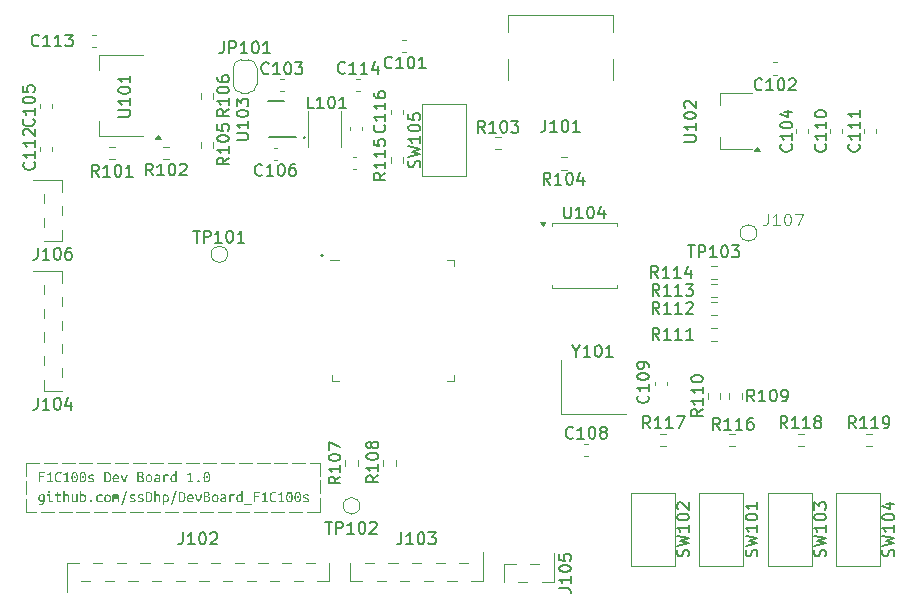
<source format=gbr>
%TF.GenerationSoftware,KiCad,Pcbnew,9.0.2*%
%TF.CreationDate,2025-06-25T18:48:56+05:30*%
%TF.ProjectId,DevBoard_F1C100s,44657642-6f61-4726-945f-463143313030,rev?*%
%TF.SameCoordinates,Original*%
%TF.FileFunction,Legend,Top*%
%TF.FilePolarity,Positive*%
%FSLAX46Y46*%
G04 Gerber Fmt 4.6, Leading zero omitted, Abs format (unit mm)*
G04 Created by KiCad (PCBNEW 9.0.2) date 2025-06-25 18:48:56*
%MOMM*%
%LPD*%
G01*
G04 APERTURE LIST*
%ADD10C,0.150000*%
%ADD11C,0.100000*%
%ADD12C,0.120000*%
%ADD13C,0.200000*%
G04 APERTURE END LIST*
D10*
X147585004Y-107020002D02*
G75*
G02*
X147435004Y-107020002I-75000J0D01*
G01*
X147435004Y-107020002D02*
G75*
G02*
X147585004Y-107020002I75000J0D01*
G01*
X149075000Y-117000000D02*
G75*
G02*
X148925000Y-117000000I-75000J0D01*
G01*
X148925000Y-117000000D02*
G75*
G02*
X149075000Y-117000000I75000J0D01*
G01*
D11*
G36*
X125029811Y-136200000D02*
G01*
X125029811Y-135332449D01*
X125520861Y-135332449D01*
X125520861Y-135430146D01*
X125144544Y-135430146D01*
X125144544Y-135699790D01*
X125476104Y-135699790D01*
X125476104Y-135797487D01*
X125144544Y-135797487D01*
X125144544Y-136200000D01*
X125029811Y-136200000D01*
G37*
G36*
X125706913Y-135512212D02*
G01*
X125776917Y-135480602D01*
X125845399Y-135441320D01*
X125909412Y-135393291D01*
X125969963Y-135332449D01*
X126051113Y-135332449D01*
X126051113Y-136102302D01*
X126214755Y-136102302D01*
X126214755Y-136200000D01*
X125748923Y-136200000D01*
X125748923Y-136102302D01*
X125936379Y-136102302D01*
X125936379Y-135493344D01*
X125899316Y-135522042D01*
X125851749Y-135550680D01*
X125797833Y-135577241D01*
X125743306Y-135598185D01*
X125706913Y-135512212D01*
G37*
G36*
X126945102Y-136165439D02*
G01*
X126894619Y-136189504D01*
X126840872Y-136206350D01*
X126784439Y-136216157D01*
X126722658Y-136219539D01*
X126647938Y-136212556D01*
X126580631Y-136192184D01*
X126539366Y-136170918D01*
X126501957Y-136143460D01*
X126468035Y-136109385D01*
X126439486Y-136070524D01*
X126414453Y-136023886D01*
X126393175Y-135968335D01*
X126378551Y-135910640D01*
X126369199Y-135843710D01*
X126365881Y-135766224D01*
X126369314Y-135692637D01*
X126379078Y-135627969D01*
X126394518Y-135571135D01*
X126416580Y-135516533D01*
X126442522Y-135469581D01*
X126472187Y-135429413D01*
X126507049Y-135393846D01*
X126545186Y-135364995D01*
X126586920Y-135342402D01*
X126654535Y-135320333D01*
X126726810Y-135312909D01*
X126778643Y-135316374D01*
X126832445Y-135327015D01*
X126885180Y-135345389D01*
X126938080Y-135373482D01*
X126904497Y-135469225D01*
X126841205Y-135437616D01*
X126783820Y-135420058D01*
X126731024Y-135414515D01*
X126675994Y-135420824D01*
X126628197Y-135439122D01*
X126586510Y-135468802D01*
X126550589Y-135510197D01*
X126522612Y-135559985D01*
X126500886Y-135621327D01*
X126487990Y-135688261D01*
X126483422Y-135766224D01*
X126488479Y-135853059D01*
X126502290Y-135922418D01*
X126525612Y-135984430D01*
X126554741Y-136032144D01*
X126591987Y-136070392D01*
X126635219Y-136096868D01*
X126683658Y-136112591D01*
X126736641Y-136117934D01*
X126777626Y-136115433D01*
X126822004Y-136107615D01*
X126866487Y-136093666D01*
X126914328Y-136071039D01*
X126945102Y-136165439D01*
G37*
G36*
X127105936Y-135512212D02*
G01*
X127175940Y-135480602D01*
X127244422Y-135441320D01*
X127308435Y-135393291D01*
X127368986Y-135332449D01*
X127450136Y-135332449D01*
X127450136Y-136102302D01*
X127613778Y-136102302D01*
X127613778Y-136200000D01*
X127147946Y-136200000D01*
X127147946Y-136102302D01*
X127335403Y-136102302D01*
X127335403Y-135493344D01*
X127298339Y-135522042D01*
X127250772Y-135550680D01*
X127196856Y-135577241D01*
X127142329Y-135598185D01*
X127105936Y-135512212D01*
G37*
G36*
X128084702Y-135663837D02*
G01*
X128109774Y-135685075D01*
X128125991Y-135715331D01*
X128131451Y-135750043D01*
X128125945Y-135784581D01*
X128109774Y-135813668D01*
X128084826Y-135833746D01*
X128053110Y-135840474D01*
X128020056Y-135833701D01*
X127994309Y-135813668D01*
X127977619Y-135784532D01*
X127971960Y-135750043D01*
X127977573Y-135715378D01*
X127994309Y-135685075D01*
X128020180Y-135663888D01*
X128053110Y-135656803D01*
X128084702Y-135663837D01*
G37*
G36*
X128103540Y-135317772D02*
G01*
X128150202Y-135331787D01*
X128191566Y-135354691D01*
X128228526Y-135387025D01*
X128261510Y-135430085D01*
X128291574Y-135489030D01*
X128314843Y-135562645D01*
X128330133Y-135653905D01*
X128335699Y-135766224D01*
X128330133Y-135878544D01*
X128314843Y-135969804D01*
X128291574Y-136043419D01*
X128261510Y-136102363D01*
X128228526Y-136145424D01*
X128191566Y-136177758D01*
X128150202Y-136200661D01*
X128103540Y-136214676D01*
X128050301Y-136219539D01*
X127997694Y-136214705D01*
X127951378Y-136200744D01*
X127910117Y-136177874D01*
X127873050Y-136145521D01*
X127839764Y-136102363D01*
X127809410Y-136043376D01*
X127785934Y-135969744D01*
X127770516Y-135878499D01*
X127764904Y-135766224D01*
X127882445Y-135766224D01*
X127884594Y-135836964D01*
X127890811Y-135902023D01*
X127902423Y-135963586D01*
X127918777Y-136013825D01*
X127942140Y-136057622D01*
X127970556Y-136089785D01*
X127993387Y-136105256D01*
X128019653Y-136114661D01*
X128050301Y-136117934D01*
X128080950Y-136114661D01*
X128107215Y-136105256D01*
X128130047Y-136089785D01*
X128158449Y-136057620D01*
X128181765Y-136013825D01*
X128198151Y-135963581D01*
X128209731Y-135902023D01*
X128215993Y-135836963D01*
X128218157Y-135766224D01*
X128215993Y-135695493D01*
X128209731Y-135630486D01*
X128198149Y-135568875D01*
X128181765Y-135518623D01*
X128158449Y-135474828D01*
X128130047Y-135442663D01*
X128107215Y-135427192D01*
X128080950Y-135417787D01*
X128050301Y-135414515D01*
X128019653Y-135417787D01*
X127993387Y-135427192D01*
X127970556Y-135442663D01*
X127942140Y-135474826D01*
X127918777Y-135518623D01*
X127902425Y-135568870D01*
X127890811Y-135630486D01*
X127884594Y-135695491D01*
X127882445Y-135766224D01*
X127764904Y-135766224D01*
X127770516Y-135653950D01*
X127785934Y-135562704D01*
X127809410Y-135489073D01*
X127839764Y-135430085D01*
X127873050Y-135386928D01*
X127910117Y-135354574D01*
X127951378Y-135331705D01*
X127997694Y-135317744D01*
X128050301Y-135312909D01*
X128103540Y-135317772D01*
G37*
G36*
X128784214Y-135663837D02*
G01*
X128809286Y-135685075D01*
X128825503Y-135715331D01*
X128830963Y-135750043D01*
X128825457Y-135784581D01*
X128809286Y-135813668D01*
X128784337Y-135833746D01*
X128752622Y-135840474D01*
X128719568Y-135833701D01*
X128693820Y-135813668D01*
X128677131Y-135784532D01*
X128671472Y-135750043D01*
X128677085Y-135715378D01*
X128693820Y-135685075D01*
X128719691Y-135663888D01*
X128752622Y-135656803D01*
X128784214Y-135663837D01*
G37*
G36*
X128803052Y-135317772D02*
G01*
X128849713Y-135331787D01*
X128891078Y-135354691D01*
X128928037Y-135387025D01*
X128961022Y-135430085D01*
X128991085Y-135489030D01*
X129014354Y-135562645D01*
X129029644Y-135653905D01*
X129035211Y-135766224D01*
X129029644Y-135878544D01*
X129014354Y-135969804D01*
X128991085Y-136043419D01*
X128961022Y-136102363D01*
X128928037Y-136145424D01*
X128891078Y-136177758D01*
X128849713Y-136200661D01*
X128803052Y-136214676D01*
X128749813Y-136219539D01*
X128697206Y-136214705D01*
X128650890Y-136200744D01*
X128609629Y-136177874D01*
X128572561Y-136145521D01*
X128539275Y-136102363D01*
X128508922Y-136043376D01*
X128485446Y-135969744D01*
X128470027Y-135878499D01*
X128464415Y-135766224D01*
X128581957Y-135766224D01*
X128584105Y-135836964D01*
X128590322Y-135902023D01*
X128601934Y-135963586D01*
X128618288Y-136013825D01*
X128641652Y-136057622D01*
X128670068Y-136089785D01*
X128692899Y-136105256D01*
X128719164Y-136114661D01*
X128749813Y-136117934D01*
X128780462Y-136114661D01*
X128806727Y-136105256D01*
X128829558Y-136089785D01*
X128857961Y-136057620D01*
X128881277Y-136013825D01*
X128897662Y-135963581D01*
X128909242Y-135902023D01*
X128915505Y-135836963D01*
X128917669Y-135766224D01*
X128915504Y-135695493D01*
X128909242Y-135630486D01*
X128897660Y-135568875D01*
X128881277Y-135518623D01*
X128857961Y-135474828D01*
X128829558Y-135442663D01*
X128806727Y-135427192D01*
X128780462Y-135417787D01*
X128749813Y-135414515D01*
X128719164Y-135417787D01*
X128692899Y-135427192D01*
X128670068Y-135442663D01*
X128641652Y-135474826D01*
X128618288Y-135518623D01*
X128601936Y-135568870D01*
X128590322Y-135630486D01*
X128584106Y-135695491D01*
X128581957Y-135766224D01*
X128464415Y-135766224D01*
X128470027Y-135653950D01*
X128485446Y-135562704D01*
X128508922Y-135489073D01*
X128539275Y-135430085D01*
X128572561Y-135386928D01*
X128609629Y-135354574D01*
X128650890Y-135331705D01*
X128697206Y-135317744D01*
X128749813Y-135312909D01*
X128803052Y-135317772D01*
G37*
G36*
X129590619Y-136038005D02*
G01*
X129583520Y-136006314D01*
X129561920Y-135980608D01*
X129530835Y-135960146D01*
X129490601Y-135941346D01*
X129397545Y-135908435D01*
X129348638Y-135890211D01*
X129304488Y-135868562D01*
X129264963Y-135841690D01*
X129233108Y-135809822D01*
X129217608Y-135785060D01*
X129207918Y-135755191D01*
X129204471Y-135718902D01*
X129211517Y-135669627D01*
X129232289Y-135626619D01*
X129268096Y-135588110D01*
X129300759Y-135566981D01*
X129343250Y-135550572D01*
X129397906Y-135539676D01*
X129467520Y-135535659D01*
X129521022Y-135537577D01*
X129577308Y-135543475D01*
X129631893Y-135552870D01*
X129674577Y-135563930D01*
X129653572Y-135668527D01*
X129622798Y-135656071D01*
X129578040Y-135644347D01*
X129524185Y-135636287D01*
X129468925Y-135633356D01*
X129404811Y-135638167D01*
X129363097Y-135650286D01*
X129337264Y-135667338D01*
X129322768Y-135688769D01*
X129317800Y-135716032D01*
X129324622Y-135742595D01*
X129346437Y-135765797D01*
X129377475Y-135784573D01*
X129418489Y-135802983D01*
X129512278Y-135837299D01*
X129561249Y-135856846D01*
X129606006Y-135879919D01*
X129646129Y-135908059D01*
X129678058Y-135940797D01*
X129693675Y-135965956D01*
X129703347Y-135995636D01*
X129706756Y-136030983D01*
X129702257Y-136073510D01*
X129689386Y-136109592D01*
X129668312Y-136140611D01*
X129638185Y-136167393D01*
X129603644Y-136186516D01*
X129557886Y-136201659D01*
X129498182Y-136211847D01*
X129421359Y-136215631D01*
X129355692Y-136212735D01*
X129298199Y-136204518D01*
X129243430Y-136190571D01*
X129191892Y-136171240D01*
X129214302Y-136067131D01*
X129264259Y-136087137D01*
X129317128Y-136103524D01*
X129372205Y-136114243D01*
X129432533Y-136117934D01*
X129500482Y-136113140D01*
X129544244Y-136101140D01*
X129570935Y-136084461D01*
X129585644Y-136063847D01*
X129590619Y-136038005D01*
G37*
G36*
X130830947Y-135330750D02*
G01*
X130905012Y-135348508D01*
X130951064Y-135367754D01*
X130992387Y-135393353D01*
X131029515Y-135425566D01*
X131061187Y-135463317D01*
X131088754Y-135508745D01*
X131112069Y-135562953D01*
X131128133Y-135619834D01*
X131138476Y-135687041D01*
X131142172Y-135766224D01*
X131138461Y-135846376D01*
X131128103Y-135914016D01*
X131112069Y-135970900D01*
X131088727Y-136025045D01*
X131061158Y-136070214D01*
X131029515Y-136107554D01*
X130992432Y-136139368D01*
X130951109Y-136164773D01*
X130905012Y-136184002D01*
X130830950Y-136201713D01*
X130749002Y-136207815D01*
X130662396Y-136202620D01*
X130574124Y-136186810D01*
X130574124Y-135426543D01*
X130688857Y-135426543D01*
X130688857Y-136105905D01*
X130760237Y-136110118D01*
X130820959Y-136105151D01*
X130872100Y-136091128D01*
X130917137Y-136066508D01*
X130954654Y-136030495D01*
X130983591Y-135984569D01*
X131006434Y-135923394D01*
X131019717Y-135854380D01*
X131024630Y-135766224D01*
X131019420Y-135675095D01*
X131005298Y-135603611D01*
X130984051Y-135548103D01*
X130956730Y-135505495D01*
X130919986Y-135470037D01*
X130875473Y-135444320D01*
X130821583Y-135428115D01*
X130756024Y-135422330D01*
X130720303Y-135423063D01*
X130688857Y-135426543D01*
X130574124Y-135426543D01*
X130574124Y-135345638D01*
X130662396Y-135329828D01*
X130749002Y-135324633D01*
X130830947Y-135330750D01*
G37*
G36*
X131625296Y-135541297D02*
G01*
X131679461Y-135557192D01*
X131724972Y-135582549D01*
X131763281Y-135617602D01*
X131792445Y-135659978D01*
X131814730Y-135713751D01*
X131829329Y-135781485D01*
X131834661Y-135866303D01*
X131834661Y-135906908D01*
X131370172Y-135906908D01*
X131381478Y-135971865D01*
X131403860Y-136022255D01*
X131436606Y-136061209D01*
X131479229Y-136089418D01*
X131533850Y-136107458D01*
X131603852Y-136114026D01*
X131663100Y-136111319D01*
X131708754Y-136104073D01*
X131749271Y-136092980D01*
X131774516Y-136082763D01*
X131789904Y-136179666D01*
X131764467Y-136189811D01*
X131714310Y-136203175D01*
X131657903Y-136212349D01*
X131591212Y-136215631D01*
X131510460Y-136208828D01*
X131443567Y-136189741D01*
X131384615Y-136158644D01*
X131337932Y-136119094D01*
X131301485Y-136070407D01*
X131274979Y-136012055D01*
X131259402Y-135948001D01*
X131254035Y-135877049D01*
X131257219Y-135819649D01*
X131258400Y-135813119D01*
X131372981Y-135813119D01*
X131717119Y-135813119D01*
X131711839Y-135759478D01*
X131697135Y-135716480D01*
X131673766Y-135681838D01*
X131642084Y-135655109D01*
X131604448Y-135638992D01*
X131559033Y-135633356D01*
X131519904Y-135637323D01*
X131485577Y-135648804D01*
X131454834Y-135666820D01*
X131428913Y-135689532D01*
X131407636Y-135716516D01*
X131391177Y-135747112D01*
X131379598Y-135779906D01*
X131372981Y-135813119D01*
X131258400Y-135813119D01*
X131266266Y-135769609D01*
X131280596Y-135725924D01*
X131312027Y-135666222D01*
X131350572Y-135619617D01*
X131396924Y-135582752D01*
X131448513Y-135556664D01*
X131503923Y-135540885D01*
X131560437Y-135535659D01*
X131625296Y-135541297D01*
G37*
G36*
X132555177Y-135551290D02*
G01*
X132497841Y-135729527D01*
X132432079Y-135900130D01*
X132363508Y-136058827D01*
X132296341Y-136200000D01*
X132191439Y-136200000D01*
X132127100Y-136063502D01*
X132058510Y-135900863D01*
X131995517Y-135730534D01*
X131939563Y-135551290D01*
X132065471Y-135551290D01*
X132103939Y-135681289D01*
X132149368Y-135818309D01*
X132197667Y-135950383D01*
X132245966Y-136064323D01*
X132295608Y-135950383D01*
X132346655Y-135818309D01*
X132394954Y-135681289D01*
X132434827Y-135551290D01*
X132555177Y-135551290D01*
G37*
G36*
X133645203Y-135327512D02*
G01*
X133702325Y-135335807D01*
X133755553Y-135351185D01*
X133799595Y-135373543D01*
X133836320Y-135404299D01*
X133863953Y-135443457D01*
X133880858Y-135490194D01*
X133887034Y-135551107D01*
X133884566Y-135581406D01*
X133877203Y-135610519D01*
X133865519Y-135638254D01*
X133849909Y-135664375D01*
X133830976Y-135688031D01*
X133809364Y-135708400D01*
X133785257Y-135725083D01*
X133759722Y-135737037D01*
X133805068Y-135753992D01*
X133844664Y-135778015D01*
X133879279Y-135809394D01*
X133905612Y-135847064D01*
X133921846Y-135892069D01*
X133927578Y-135946414D01*
X133921859Y-136010111D01*
X133905817Y-136062537D01*
X133880304Y-136105921D01*
X133845024Y-136141809D01*
X133802867Y-136168195D01*
X133747281Y-136188868D01*
X133674972Y-136202692D01*
X133582035Y-136207815D01*
X133533065Y-136206411D01*
X133477072Y-136202869D01*
X133421140Y-136196580D01*
X133372170Y-136186810D01*
X133372170Y-136104501D01*
X133486903Y-136104501D01*
X133518349Y-136108042D01*
X133590462Y-136110118D01*
X133673688Y-136103096D01*
X133711776Y-136092901D01*
X133744335Y-136077084D01*
X133772125Y-136055110D01*
X133793977Y-136027137D01*
X133807792Y-135993178D01*
X133812906Y-135946903D01*
X133808255Y-135905710D01*
X133795382Y-135873752D01*
X133775054Y-135847134D01*
X133749220Y-135826613D01*
X133718860Y-135811718D01*
X133682786Y-135801334D01*
X133644536Y-135795541D01*
X133604445Y-135793579D01*
X133486903Y-135793579D01*
X133486903Y-136104501D01*
X133372170Y-136104501D01*
X133372170Y-135426543D01*
X133486903Y-135426543D01*
X133486903Y-135699790D01*
X133577822Y-135699790D01*
X133647798Y-135692829D01*
X133681462Y-135683562D01*
X133710751Y-135670420D01*
X133735965Y-135652140D01*
X133755509Y-135628349D01*
X133767823Y-135599315D01*
X133772301Y-135561060D01*
X133768249Y-135525165D01*
X133756913Y-135496580D01*
X133739032Y-135472376D01*
X133716308Y-135453166D01*
X133689587Y-135438940D01*
X133658239Y-135429352D01*
X133589057Y-135422330D01*
X133525371Y-135423063D01*
X133486903Y-135426543D01*
X133372170Y-135426543D01*
X133372170Y-135345638D01*
X133420408Y-135335868D01*
X133476400Y-135329579D01*
X133532332Y-135326038D01*
X133582035Y-135324633D01*
X133645203Y-135327512D01*
G37*
G36*
X134406938Y-135541891D02*
G01*
X134463386Y-135560144D01*
X134514207Y-135589588D01*
X134557175Y-135628715D01*
X134591540Y-135676721D01*
X134618053Y-135735755D01*
X134634113Y-135800947D01*
X134639729Y-135875645D01*
X134634099Y-135950257D01*
X134618053Y-136014863D01*
X134591610Y-136073439D01*
X134557175Y-136121903D01*
X134514159Y-136161569D01*
X134463386Y-136191146D01*
X134406938Y-136209399D01*
X134344501Y-136215631D01*
X134283378Y-136209416D01*
X134227691Y-136191146D01*
X134177532Y-136161616D01*
X134134635Y-136121903D01*
X134100200Y-136073439D01*
X134073757Y-136014863D01*
X134057711Y-135950257D01*
X134052136Y-135876378D01*
X134171027Y-135876378D01*
X134176874Y-135948170D01*
X134192943Y-136005041D01*
X134217861Y-136050034D01*
X134253063Y-136085798D01*
X134294560Y-136106783D01*
X134344501Y-136114026D01*
X134383609Y-136109886D01*
X134417405Y-136097953D01*
X134447042Y-136078281D01*
X134473217Y-136050034D01*
X134498547Y-136004986D01*
X134514855Y-135948115D01*
X134520783Y-135876378D01*
X134514828Y-135803635D01*
X134498495Y-135746324D01*
X134473217Y-135701256D01*
X134447042Y-135673009D01*
X134417405Y-135653337D01*
X134383609Y-135641404D01*
X134344501Y-135637264D01*
X134294560Y-135644507D01*
X134253063Y-135665492D01*
X134217861Y-135701256D01*
X134192994Y-135746268D01*
X134176900Y-135803579D01*
X134171027Y-135876378D01*
X134052136Y-135876378D01*
X134052081Y-135875645D01*
X134057697Y-135800947D01*
X134073757Y-135735755D01*
X134100270Y-135676721D01*
X134134635Y-135628715D01*
X134177484Y-135589542D01*
X134227691Y-135560144D01*
X134283378Y-135541874D01*
X134344501Y-135535659D01*
X134406938Y-135541891D01*
G37*
G36*
X135110756Y-135540597D02*
G01*
X135163630Y-135553855D01*
X135209470Y-135576094D01*
X135244108Y-135604230D01*
X135270141Y-135639558D01*
X135287461Y-135682571D01*
X135296791Y-135730011D01*
X135300040Y-135783321D01*
X135300040Y-136189070D01*
X135193000Y-136205800D01*
X135126020Y-136213149D01*
X135056591Y-136215631D01*
X135003924Y-136213336D01*
X134953093Y-136206533D01*
X134904860Y-136193704D01*
X134863517Y-136174354D01*
X134828342Y-136146982D01*
X134800563Y-136110607D01*
X134783204Y-136066342D01*
X134776810Y-136006987D01*
X134776966Y-136005704D01*
X134894352Y-136005704D01*
X134899640Y-136045393D01*
X134913964Y-136073604D01*
X134936973Y-136093387D01*
X134966483Y-136106298D01*
X135004307Y-136114806D01*
X135052438Y-136117934D01*
X135130047Y-136115125D01*
X135186711Y-136108103D01*
X135186711Y-135914541D01*
X135132855Y-135903306D01*
X135066421Y-135899092D01*
X135003468Y-135904038D01*
X134973942Y-135911020D01*
X134948879Y-135921563D01*
X134927097Y-135936197D01*
X134909740Y-135954535D01*
X134898388Y-135976876D01*
X134894352Y-136005704D01*
X134776966Y-136005704D01*
X134783256Y-135954096D01*
X134801296Y-135912465D01*
X134829311Y-135877580D01*
X134864249Y-135850122D01*
X134904890Y-135829879D01*
X134952360Y-135815806D01*
X135002282Y-135807923D01*
X135052438Y-135805303D01*
X135120376Y-135809163D01*
X135186711Y-135820690D01*
X135186711Y-135788511D01*
X135180422Y-135731908D01*
X135171347Y-135705944D01*
X135156608Y-135682327D01*
X135136418Y-135662533D01*
X135109042Y-135646667D01*
X135076494Y-135637015D01*
X135031434Y-135633356D01*
X134973196Y-135635458D01*
X134926531Y-135641172D01*
X134857960Y-135656803D01*
X134843977Y-135563197D01*
X134871857Y-135553830D01*
X134922990Y-135543963D01*
X134979267Y-135537799D01*
X135041203Y-135535659D01*
X135110756Y-135540597D01*
G37*
G36*
X135544893Y-136200000D02*
G01*
X135544893Y-135584691D01*
X135640990Y-135557301D01*
X135736854Y-135541053D01*
X135833039Y-135535659D01*
X135918340Y-135539200D01*
X136007916Y-135553977D01*
X135986912Y-135656803D01*
X135907838Y-135640744D01*
X135833039Y-135637264D01*
X135747693Y-135643121D01*
X135659565Y-135661078D01*
X135659565Y-136200000D01*
X135544893Y-136200000D01*
G37*
G36*
X136694849Y-136182048D02*
G01*
X136598312Y-136204396D01*
X136537116Y-136212618D01*
X136461231Y-136215631D01*
X136393466Y-136209517D01*
X136333859Y-136191878D01*
X136280495Y-136162851D01*
X136235917Y-136123979D01*
X136200331Y-136075896D01*
X136172964Y-136016939D01*
X136156427Y-135951545D01*
X136150671Y-135876378D01*
X136269562Y-135876378D01*
X136276231Y-135950555D01*
X136294445Y-136007917D01*
X136322684Y-136052172D01*
X136361676Y-136086510D01*
X136407158Y-136106947D01*
X136461231Y-136114026D01*
X136534687Y-136109813D01*
X136578773Y-136101386D01*
X136578773Y-135687639D01*
X136556241Y-135670953D01*
X136521376Y-135653384D01*
X136482873Y-135641284D01*
X136443035Y-135637264D01*
X136399173Y-135642082D01*
X136363961Y-135655582D01*
X136334106Y-135677151D01*
X136310106Y-135705469D01*
X136292290Y-135739417D01*
X136279331Y-135781428D01*
X136272072Y-135826640D01*
X136269562Y-135876378D01*
X136150671Y-135876378D01*
X136150615Y-135875645D01*
X136155510Y-135802141D01*
X136169483Y-135737831D01*
X136193178Y-135679129D01*
X136224743Y-135630792D01*
X136264871Y-135590877D01*
X136312182Y-135560877D01*
X136365915Y-135542190D01*
X136429052Y-135535659D01*
X136479021Y-135538993D01*
X136519972Y-135548237D01*
X136556327Y-135562108D01*
X136578773Y-135574799D01*
X136578773Y-135250444D01*
X136694849Y-135230844D01*
X136694849Y-136182048D01*
G37*
G36*
X137598609Y-135512212D02*
G01*
X137668613Y-135480602D01*
X137737095Y-135441320D01*
X137801107Y-135393291D01*
X137861659Y-135332449D01*
X137942808Y-135332449D01*
X137942808Y-136102302D01*
X138106451Y-136102302D01*
X138106451Y-136200000D01*
X137640619Y-136200000D01*
X137640619Y-136102302D01*
X137828075Y-136102302D01*
X137828075Y-135493344D01*
X137791011Y-135522042D01*
X137743445Y-135550680D01*
X137689528Y-135577241D01*
X137635001Y-135598185D01*
X137598609Y-135512212D01*
G37*
G36*
X138646472Y-136108897D02*
G01*
X138639505Y-136148505D01*
X138618506Y-136183330D01*
X138597988Y-136201177D01*
X138573656Y-136211892D01*
X138544317Y-136215631D01*
X138514083Y-136211855D01*
X138489336Y-136201105D01*
X138468785Y-136183330D01*
X138447786Y-136148505D01*
X138440819Y-136108897D01*
X138447847Y-136068026D01*
X138468785Y-136032998D01*
X138489336Y-136015223D01*
X138514083Y-136004473D01*
X138544317Y-136000697D01*
X138573656Y-136004436D01*
X138597988Y-136015151D01*
X138618506Y-136032998D01*
X138639445Y-136068026D01*
X138646472Y-136108897D01*
G37*
G36*
X139276886Y-135663837D02*
G01*
X139301959Y-135685075D01*
X139318176Y-135715331D01*
X139323635Y-135750043D01*
X139318130Y-135784581D01*
X139301959Y-135813668D01*
X139277010Y-135833746D01*
X139245294Y-135840474D01*
X139212240Y-135833701D01*
X139186493Y-135813668D01*
X139169804Y-135784532D01*
X139164145Y-135750043D01*
X139169757Y-135715378D01*
X139186493Y-135685075D01*
X139212364Y-135663888D01*
X139245294Y-135656803D01*
X139276886Y-135663837D01*
G37*
G36*
X139295724Y-135317772D02*
G01*
X139342386Y-135331787D01*
X139383750Y-135354691D01*
X139420710Y-135387025D01*
X139453695Y-135430085D01*
X139483758Y-135489030D01*
X139507027Y-135562645D01*
X139522317Y-135653905D01*
X139527883Y-135766224D01*
X139522317Y-135878544D01*
X139507027Y-135969804D01*
X139483758Y-136043419D01*
X139453695Y-136102363D01*
X139420710Y-136145424D01*
X139383750Y-136177758D01*
X139342386Y-136200661D01*
X139295724Y-136214676D01*
X139242486Y-136219539D01*
X139189879Y-136214705D01*
X139143563Y-136200744D01*
X139102302Y-136177874D01*
X139065234Y-136145521D01*
X139031948Y-136102363D01*
X139001595Y-136043376D01*
X138978119Y-135969744D01*
X138962700Y-135878499D01*
X138957088Y-135766224D01*
X139074630Y-135766224D01*
X139076778Y-135836964D01*
X139082995Y-135902023D01*
X139094607Y-135963586D01*
X139110961Y-136013825D01*
X139134324Y-136057622D01*
X139162740Y-136089785D01*
X139185571Y-136105256D01*
X139211837Y-136114661D01*
X139242486Y-136117934D01*
X139273134Y-136114661D01*
X139299400Y-136105256D01*
X139322231Y-136089785D01*
X139350634Y-136057620D01*
X139373949Y-136013825D01*
X139390335Y-135963581D01*
X139401915Y-135902023D01*
X139408178Y-135836963D01*
X139410341Y-135766224D01*
X139408177Y-135695493D01*
X139401915Y-135630486D01*
X139390333Y-135568875D01*
X139373949Y-135518623D01*
X139350634Y-135474828D01*
X139322231Y-135442663D01*
X139299400Y-135427192D01*
X139273134Y-135417787D01*
X139242486Y-135414515D01*
X139211837Y-135417787D01*
X139185571Y-135427192D01*
X139162740Y-135442663D01*
X139134324Y-135474826D01*
X139110961Y-135518623D01*
X139094609Y-135568870D01*
X139082995Y-135630486D01*
X139076778Y-135695491D01*
X139074630Y-135766224D01*
X138957088Y-135766224D01*
X138962700Y-135653950D01*
X138978119Y-135562704D01*
X139001595Y-135489073D01*
X139031948Y-135430085D01*
X139065234Y-135386928D01*
X139102302Y-135354574D01*
X139143563Y-135331705D01*
X139189879Y-135317744D01*
X139242486Y-135312909D01*
X139295724Y-135317772D01*
G37*
G36*
X125340123Y-137218897D02*
G01*
X125402648Y-137227566D01*
X125502665Y-137250586D01*
X125502665Y-137829319D01*
X125496992Y-137905421D01*
X125481516Y-137965043D01*
X125457822Y-138011511D01*
X125426400Y-138047367D01*
X125386932Y-138074851D01*
X125337053Y-138095794D01*
X125274443Y-138109482D01*
X125196263Y-138114473D01*
X125134861Y-138111874D01*
X125082262Y-138104581D01*
X125032857Y-138093330D01*
X124992015Y-138080645D01*
X125013019Y-137977697D01*
X125050984Y-137991424D01*
X125096245Y-138002976D01*
X125144382Y-138010296D01*
X125199071Y-138012868D01*
X125265288Y-138007465D01*
X125311588Y-137993399D01*
X125343175Y-137972751D01*
X125365951Y-137943019D01*
X125380944Y-137901026D01*
X125386589Y-137842569D01*
X125386589Y-137820221D01*
X125326383Y-137843974D01*
X125284038Y-137853222D01*
X125232655Y-137856552D01*
X125176735Y-137851748D01*
X125125615Y-137837684D01*
X125079135Y-137813893D01*
X125038848Y-137780287D01*
X125006256Y-137737605D01*
X124980108Y-137682346D01*
X124964203Y-137619698D01*
X124958535Y-137543128D01*
X125077377Y-137543128D01*
X125080943Y-137597006D01*
X125090628Y-137639237D01*
X125106823Y-137676471D01*
X125127020Y-137705122D01*
X125152016Y-137727791D01*
X125179532Y-137743040D01*
X125209734Y-137751928D01*
X125242486Y-137754947D01*
X125284956Y-137751735D01*
X125324307Y-137742308D01*
X125360458Y-137727989D01*
X125386589Y-137712876D01*
X125386589Y-137332712D01*
X125340427Y-137322210D01*
X125260682Y-137317264D01*
X125216896Y-137321456D01*
X125180463Y-137333299D01*
X125149895Y-137352337D01*
X125124211Y-137378996D01*
X125099116Y-137422476D01*
X125083136Y-137476314D01*
X125077377Y-137543128D01*
X124958535Y-137543128D01*
X124958431Y-137541723D01*
X124963660Y-137472288D01*
X124978703Y-137410870D01*
X125003815Y-137354920D01*
X125037444Y-137308044D01*
X125080032Y-137269571D01*
X125131905Y-137240144D01*
X125190506Y-137222018D01*
X125259216Y-137215659D01*
X125340123Y-137218897D01*
G37*
G36*
X125894431Y-137129685D02*
G01*
X125860507Y-137123407D01*
X125831416Y-137104528D01*
X125811793Y-137075521D01*
X125804855Y-137035896D01*
X125811795Y-136996282D01*
X125831416Y-136967325D01*
X125860512Y-136948399D01*
X125894431Y-136942107D01*
X125929381Y-136948482D01*
X125958056Y-136967325D01*
X125977158Y-136996223D01*
X125983946Y-137035896D01*
X125977160Y-137075580D01*
X125958056Y-137104528D01*
X125929386Y-137123324D01*
X125894431Y-137129685D01*
G37*
G36*
X125865000Y-137328988D02*
G01*
X125677543Y-137328988D01*
X125677543Y-137231290D01*
X125979733Y-137231290D01*
X125979733Y-137631238D01*
X125983652Y-137696212D01*
X125993293Y-137737022D01*
X126006294Y-137761053D01*
X126026225Y-137778893D01*
X126052168Y-137790005D01*
X126086039Y-137794026D01*
X126125660Y-137791457D01*
X126160900Y-137784073D01*
X126214755Y-137762763D01*
X126231547Y-137859666D01*
X126207733Y-137870047D01*
X126172074Y-137881770D01*
X126127316Y-137891479D01*
X126076270Y-137895631D01*
X126017709Y-137891071D01*
X125974115Y-137878900D01*
X125937357Y-137857765D01*
X125909085Y-137828647D01*
X125888689Y-137792147D01*
X125874769Y-137745605D01*
X125867613Y-137694006D01*
X125865000Y-137630444D01*
X125865000Y-137328988D01*
G37*
G36*
X126641509Y-137231290D02*
G01*
X126915671Y-137231290D01*
X126915671Y-137328988D01*
X126641509Y-137328988D01*
X126641509Y-137631543D01*
X126643455Y-137678307D01*
X126648469Y-137711411D01*
X126658106Y-137739982D01*
X126671550Y-137761114D01*
X126689803Y-137776987D01*
X126712827Y-137787065D01*
X126739492Y-137792131D01*
X126774377Y-137794026D01*
X126822276Y-137791641D01*
X126855526Y-137785539D01*
X126914267Y-137762763D01*
X126931058Y-137859666D01*
X126868777Y-137881770D01*
X126823430Y-137891848D01*
X126763203Y-137895631D01*
X126693993Y-137891001D01*
X126644256Y-137878900D01*
X126602489Y-137857469D01*
X126572205Y-137828647D01*
X126550772Y-137792042D01*
X126536545Y-137745605D01*
X126529389Y-137694006D01*
X126526775Y-137630444D01*
X126526775Y-137328988D01*
X126389633Y-137328988D01*
X126389633Y-137231290D01*
X126526775Y-137231290D01*
X126526775Y-137047620D01*
X126641509Y-137028080D01*
X126641509Y-137231290D01*
G37*
G36*
X127100380Y-137880000D02*
G01*
X127100380Y-136930444D01*
X127216456Y-136910844D01*
X127216456Y-137239412D01*
X127279410Y-137221948D01*
X127347981Y-137215659D01*
X127418498Y-137221545D01*
X127471751Y-137237397D01*
X127516866Y-137263898D01*
X127550825Y-137298396D01*
X127575692Y-137340679D01*
X127592834Y-137392247D01*
X127602137Y-137448464D01*
X127605413Y-137512780D01*
X127605413Y-137880000D01*
X127490680Y-137880000D01*
X127490680Y-137537571D01*
X127485934Y-137456869D01*
X127473896Y-137402377D01*
X127457096Y-137367090D01*
X127430747Y-137340697D01*
X127392176Y-137323675D01*
X127336807Y-137317264D01*
X127300790Y-137319218D01*
X127266099Y-137325019D01*
X127216456Y-137339734D01*
X127216456Y-137880000D01*
X127100380Y-137880000D01*
G37*
G36*
X128300711Y-137863391D02*
G01*
X128200633Y-137884396D01*
X128135718Y-137892608D01*
X128054515Y-137895631D01*
X127984030Y-137889726D01*
X127931355Y-137873893D01*
X127886675Y-137847383D01*
X127851610Y-137812222D01*
X127825669Y-137769228D01*
X127808257Y-137717639D01*
X127798954Y-137661422D01*
X127795678Y-137597105D01*
X127795678Y-137231290D01*
X127910411Y-137231290D01*
X127910411Y-137572315D01*
X127915407Y-137652819D01*
X127928143Y-137707621D01*
X127946071Y-137743529D01*
X127973658Y-137770536D01*
X128012243Y-137787675D01*
X128065689Y-137794026D01*
X128102752Y-137792622D01*
X128138473Y-137789141D01*
X128167843Y-137784928D01*
X128184635Y-137781386D01*
X128184635Y-137231290D01*
X128300711Y-137231290D01*
X128300711Y-137863391D01*
G37*
G36*
X128615479Y-137254799D02*
G01*
X128676357Y-137228970D01*
X128717657Y-137219115D01*
X128765200Y-137215659D01*
X128828432Y-137222172D01*
X128882742Y-137240877D01*
X128930523Y-137270959D01*
X128970181Y-137310792D01*
X129001208Y-137359081D01*
X129024708Y-137417831D01*
X129038727Y-137482143D01*
X129043637Y-137555645D01*
X129037810Y-137631542D01*
X129021228Y-137696939D01*
X128993895Y-137755889D01*
X128958274Y-137803979D01*
X128913736Y-137842844D01*
X128860333Y-137871878D01*
X128800778Y-137889516D01*
X128733021Y-137895631D01*
X128658211Y-137892650D01*
X128595940Y-137884396D01*
X128499403Y-137862048D01*
X128499403Y-137367639D01*
X128615479Y-137367639D01*
X128615479Y-137779982D01*
X128668602Y-137790546D01*
X128719038Y-137794026D01*
X128780791Y-137786897D01*
X128830201Y-137766885D01*
X128870102Y-137734431D01*
X128892586Y-137703408D01*
X128909603Y-137664496D01*
X128920669Y-137615958D01*
X128924691Y-137555645D01*
X128922165Y-137506086D01*
X128914860Y-137461001D01*
X128901935Y-137419120D01*
X128884085Y-137385286D01*
X128860125Y-137357038D01*
X128830230Y-137335521D01*
X128795075Y-137322068D01*
X128751217Y-137317264D01*
X128711371Y-137321282D01*
X128672815Y-137333384D01*
X128638003Y-137350950D01*
X128615479Y-137367639D01*
X128499403Y-137367639D01*
X128499403Y-136930444D01*
X128615479Y-136910844D01*
X128615479Y-137254799D01*
G37*
G36*
X129552822Y-137788897D02*
G01*
X129545856Y-137828505D01*
X129524856Y-137863330D01*
X129504338Y-137881177D01*
X129480006Y-137891892D01*
X129450668Y-137895631D01*
X129420434Y-137891855D01*
X129395687Y-137881105D01*
X129375136Y-137863330D01*
X129354136Y-137828505D01*
X129347170Y-137788897D01*
X129354197Y-137748026D01*
X129375136Y-137712998D01*
X129395687Y-137695223D01*
X129420434Y-137684473D01*
X129450668Y-137680697D01*
X129480006Y-137684436D01*
X129504338Y-137695151D01*
X129524856Y-137712998D01*
X129545795Y-137748026D01*
X129552822Y-137788897D01*
G37*
G36*
X129867651Y-137557049D02*
G01*
X129871014Y-137498761D01*
X129880545Y-137448288D01*
X129895617Y-137404520D01*
X129929234Y-137345213D01*
X129972554Y-137298213D01*
X130025163Y-137261843D01*
X130086554Y-137235931D01*
X130153194Y-137220831D01*
X130225772Y-137215659D01*
X130320172Y-137222009D01*
X130367566Y-137230678D01*
X130420251Y-137245090D01*
X130393689Y-137344619D01*
X130348114Y-137330062D01*
X130308998Y-137322332D01*
X130231390Y-137317264D01*
X130181975Y-137320668D01*
X130136196Y-137330636D01*
X130094100Y-137348043D01*
X130058588Y-137372829D01*
X130029472Y-137405280D01*
X130006137Y-137447384D01*
X129991775Y-137495952D01*
X129986536Y-137557782D01*
X129991389Y-137616992D01*
X130004733Y-137663967D01*
X130026878Y-137704782D01*
X130055779Y-137737056D01*
X130091526Y-137761938D01*
X130134853Y-137779982D01*
X130182514Y-137790384D01*
X130236946Y-137794026D01*
X130322981Y-137789019D01*
X130364868Y-137781221D01*
X130413229Y-137766671D01*
X130430020Y-137862353D01*
X130380557Y-137877807D01*
X130330675Y-137887998D01*
X130279266Y-137893650D01*
X130221559Y-137895631D01*
X130145359Y-137890031D01*
X130078189Y-137873954D01*
X130017106Y-137846876D01*
X129966264Y-137810329D01*
X129925060Y-137763485D01*
X129893541Y-137704694D01*
X129874455Y-137637801D01*
X129867651Y-137557049D01*
G37*
G36*
X130909380Y-137221891D02*
G01*
X130965828Y-137240144D01*
X131016650Y-137269588D01*
X131059617Y-137308715D01*
X131093982Y-137356721D01*
X131120495Y-137415755D01*
X131136556Y-137480947D01*
X131142172Y-137555645D01*
X131136542Y-137630257D01*
X131120495Y-137694863D01*
X131094052Y-137753439D01*
X131059617Y-137801903D01*
X131016601Y-137841569D01*
X130965828Y-137871146D01*
X130909380Y-137889399D01*
X130846943Y-137895631D01*
X130785821Y-137889416D01*
X130730134Y-137871146D01*
X130679974Y-137841616D01*
X130637077Y-137801903D01*
X130602643Y-137753439D01*
X130576200Y-137694863D01*
X130560153Y-137630257D01*
X130554578Y-137556378D01*
X130673469Y-137556378D01*
X130679316Y-137628170D01*
X130695385Y-137685041D01*
X130720303Y-137730034D01*
X130755505Y-137765798D01*
X130797002Y-137786783D01*
X130846943Y-137794026D01*
X130886051Y-137789886D01*
X130919848Y-137777953D01*
X130949485Y-137758281D01*
X130975659Y-137730034D01*
X131000990Y-137684986D01*
X131017297Y-137628115D01*
X131023225Y-137556378D01*
X131017270Y-137483635D01*
X131000937Y-137426324D01*
X130975659Y-137381256D01*
X130949485Y-137353009D01*
X130919848Y-137333337D01*
X130886051Y-137321404D01*
X130846943Y-137317264D01*
X130797002Y-137324507D01*
X130755505Y-137345492D01*
X130720303Y-137381256D01*
X130695437Y-137426268D01*
X130679343Y-137483579D01*
X130673469Y-137556378D01*
X130554578Y-137556378D01*
X130554523Y-137555645D01*
X130560139Y-137480947D01*
X130576200Y-137415755D01*
X130602713Y-137356721D01*
X130637077Y-137308715D01*
X130679926Y-137269542D01*
X130730134Y-137240144D01*
X130785821Y-137221874D01*
X130846943Y-137215659D01*
X130909380Y-137221891D01*
G37*
G36*
X131255439Y-137247899D02*
G01*
X131338868Y-137223330D01*
X131413525Y-137215659D01*
X131453252Y-137218692D01*
X131489790Y-137227566D01*
X131523081Y-137242914D01*
X131550668Y-137264630D01*
X131592757Y-137236879D01*
X131635329Y-137220922D01*
X131679384Y-137215659D01*
X131712197Y-137218842D01*
X131743009Y-137228299D01*
X131771205Y-137243929D01*
X131796193Y-137266095D01*
X131816614Y-137293820D01*
X131833257Y-137329171D01*
X131843542Y-137368919D01*
X131847240Y-137417465D01*
X131847240Y-137880000D01*
X131742337Y-137880000D01*
X131742337Y-137413435D01*
X131736173Y-137366968D01*
X131719928Y-137336193D01*
X131694634Y-137316069D01*
X131663996Y-137309448D01*
X131647242Y-137311462D01*
X131629009Y-137317875D01*
X131611880Y-137328410D01*
X131595425Y-137344436D01*
X131601610Y-137377935D01*
X131603790Y-137416488D01*
X131603790Y-137629895D01*
X131498888Y-137629895D01*
X131498888Y-137415327D01*
X131494592Y-137369041D01*
X131483501Y-137337719D01*
X131470806Y-137322646D01*
X131451604Y-137313061D01*
X131423356Y-137309448D01*
X131394801Y-137312378D01*
X131360403Y-137322088D01*
X131360403Y-137880000D01*
X131255439Y-137880000D01*
X131255439Y-137247899D01*
G37*
G36*
X132113037Y-138110565D02*
G01*
X131994152Y-138110565D01*
X132384452Y-136903028D01*
X132500589Y-136903028D01*
X132113037Y-138110565D01*
G37*
G36*
X133088176Y-137718005D02*
G01*
X133081077Y-137686314D01*
X133059478Y-137660608D01*
X133028393Y-137640146D01*
X132988159Y-137621346D01*
X132895102Y-137588435D01*
X132846196Y-137570211D01*
X132802046Y-137548562D01*
X132762521Y-137521690D01*
X132730666Y-137489822D01*
X132715166Y-137465060D01*
X132705475Y-137435191D01*
X132702028Y-137398902D01*
X132709075Y-137349627D01*
X132729847Y-137306619D01*
X132765654Y-137268110D01*
X132798317Y-137246981D01*
X132840808Y-137230572D01*
X132895464Y-137219676D01*
X132965078Y-137215659D01*
X133018580Y-137217577D01*
X133074865Y-137223475D01*
X133129451Y-137232870D01*
X133172135Y-137243930D01*
X133151130Y-137348527D01*
X133120355Y-137336071D01*
X133075598Y-137324347D01*
X133021742Y-137316287D01*
X132966482Y-137313356D01*
X132902368Y-137318167D01*
X132860654Y-137330286D01*
X132834822Y-137347338D01*
X132820326Y-137368769D01*
X132815357Y-137396032D01*
X132822179Y-137422595D01*
X132843995Y-137445797D01*
X132875033Y-137464573D01*
X132916046Y-137482983D01*
X133009836Y-137517299D01*
X133058807Y-137536846D01*
X133103564Y-137559919D01*
X133143687Y-137588059D01*
X133175615Y-137620797D01*
X133191232Y-137645956D01*
X133200904Y-137675636D01*
X133204314Y-137710983D01*
X133199815Y-137753510D01*
X133186943Y-137789592D01*
X133165870Y-137820611D01*
X133135743Y-137847393D01*
X133101201Y-137866516D01*
X133055444Y-137881659D01*
X132995739Y-137891847D01*
X132918916Y-137895631D01*
X132853249Y-137892735D01*
X132795757Y-137884518D01*
X132740988Y-137870571D01*
X132689450Y-137851240D01*
X132711859Y-137747131D01*
X132761817Y-137767137D01*
X132814685Y-137783524D01*
X132869763Y-137794243D01*
X132930090Y-137797934D01*
X132998039Y-137793140D01*
X133041801Y-137781140D01*
X133068493Y-137764461D01*
X133083202Y-137743847D01*
X133088176Y-137718005D01*
G37*
G36*
X133787688Y-137718005D02*
G01*
X133780589Y-137686314D01*
X133758989Y-137660608D01*
X133727904Y-137640146D01*
X133687670Y-137621346D01*
X133594614Y-137588435D01*
X133545708Y-137570211D01*
X133501557Y-137548562D01*
X133462032Y-137521690D01*
X133430177Y-137489822D01*
X133414677Y-137465060D01*
X133404987Y-137435191D01*
X133401540Y-137398902D01*
X133408587Y-137349627D01*
X133429358Y-137306619D01*
X133465165Y-137268110D01*
X133497828Y-137246981D01*
X133540319Y-137230572D01*
X133594975Y-137219676D01*
X133664590Y-137215659D01*
X133718091Y-137217577D01*
X133774377Y-137223475D01*
X133828962Y-137232870D01*
X133871646Y-137243930D01*
X133850642Y-137348527D01*
X133819867Y-137336071D01*
X133775109Y-137324347D01*
X133721254Y-137316287D01*
X133665994Y-137313356D01*
X133601880Y-137318167D01*
X133560166Y-137330286D01*
X133534333Y-137347338D01*
X133519837Y-137368769D01*
X133514869Y-137396032D01*
X133521691Y-137422595D01*
X133543506Y-137445797D01*
X133574544Y-137464573D01*
X133615558Y-137482983D01*
X133709347Y-137517299D01*
X133758319Y-137536846D01*
X133803075Y-137559919D01*
X133843199Y-137588059D01*
X133875127Y-137620797D01*
X133890744Y-137645956D01*
X133900416Y-137675636D01*
X133903825Y-137710983D01*
X133899326Y-137753510D01*
X133886455Y-137789592D01*
X133865381Y-137820611D01*
X133835254Y-137847393D01*
X133800713Y-137866516D01*
X133754956Y-137881659D01*
X133695251Y-137891847D01*
X133618428Y-137895631D01*
X133552761Y-137892735D01*
X133495268Y-137884518D01*
X133440499Y-137870571D01*
X133388961Y-137851240D01*
X133411371Y-137747131D01*
X133461328Y-137767137D01*
X133514197Y-137783524D01*
X133569274Y-137794243D01*
X133629602Y-137797934D01*
X133697551Y-137793140D01*
X133741313Y-137781140D01*
X133768005Y-137764461D01*
X133782713Y-137743847D01*
X133787688Y-137718005D01*
G37*
G36*
X134328505Y-137010750D02*
G01*
X134402569Y-137028508D01*
X134448622Y-137047754D01*
X134489945Y-137073353D01*
X134527072Y-137105566D01*
X134558744Y-137143317D01*
X134586311Y-137188745D01*
X134609626Y-137242953D01*
X134625691Y-137299834D01*
X134636034Y-137367041D01*
X134639729Y-137446224D01*
X134636018Y-137526376D01*
X134625661Y-137594016D01*
X134609626Y-137650900D01*
X134586284Y-137705045D01*
X134558715Y-137750214D01*
X134527072Y-137787554D01*
X134489990Y-137819368D01*
X134448666Y-137844773D01*
X134402569Y-137864002D01*
X134328507Y-137881713D01*
X134246559Y-137887815D01*
X134159953Y-137882620D01*
X134071681Y-137866810D01*
X134071681Y-137106543D01*
X134186414Y-137106543D01*
X134186414Y-137785905D01*
X134257794Y-137790118D01*
X134318517Y-137785151D01*
X134369658Y-137771128D01*
X134414695Y-137746508D01*
X134452212Y-137710495D01*
X134481149Y-137664569D01*
X134503991Y-137603394D01*
X134517275Y-137534380D01*
X134522187Y-137446224D01*
X134516977Y-137355095D01*
X134502856Y-137283611D01*
X134481609Y-137228103D01*
X134454288Y-137185495D01*
X134417543Y-137150037D01*
X134373030Y-137124320D01*
X134319141Y-137108115D01*
X134253581Y-137102330D01*
X134217861Y-137103063D01*
X134186414Y-137106543D01*
X134071681Y-137106543D01*
X134071681Y-137025638D01*
X134159953Y-137009828D01*
X134246559Y-137004633D01*
X134328505Y-137010750D01*
G37*
G36*
X134795006Y-137880000D02*
G01*
X134795006Y-136930444D01*
X134911083Y-136910844D01*
X134911083Y-137239412D01*
X134974036Y-137221948D01*
X135042608Y-137215659D01*
X135113124Y-137221545D01*
X135166378Y-137237397D01*
X135211492Y-137263898D01*
X135245451Y-137298396D01*
X135270318Y-137340679D01*
X135287461Y-137392247D01*
X135296764Y-137448464D01*
X135300040Y-137512780D01*
X135300040Y-137880000D01*
X135185307Y-137880000D01*
X135185307Y-137537571D01*
X135180561Y-137456869D01*
X135168523Y-137402377D01*
X135151723Y-137367090D01*
X135125373Y-137340697D01*
X135086803Y-137323675D01*
X135031434Y-137317264D01*
X134995417Y-137319218D01*
X134960725Y-137325019D01*
X134911083Y-137339734D01*
X134911083Y-137880000D01*
X134795006Y-137880000D01*
G37*
G36*
X135795887Y-137221804D02*
G01*
X135855448Y-137239534D01*
X135908847Y-137268580D01*
X135953389Y-137307494D01*
X135989002Y-137355662D01*
X136016343Y-137414778D01*
X136032925Y-137480296D01*
X136038752Y-137556317D01*
X136033865Y-137628759D01*
X136019823Y-137693032D01*
X135996323Y-137751907D01*
X135965296Y-137800315D01*
X135925639Y-137840223D01*
X135877857Y-137870413D01*
X135823547Y-137889118D01*
X135760315Y-137895631D01*
X135710339Y-137892298D01*
X135669335Y-137883053D01*
X135633150Y-137868840D01*
X135610594Y-137855087D01*
X135610594Y-138110565D01*
X135494518Y-138110565D01*
X135494518Y-137331369D01*
X135610594Y-137331369D01*
X135610594Y-137744628D01*
X135633156Y-137761350D01*
X135667930Y-137778517D01*
X135706458Y-137790154D01*
X135746332Y-137794026D01*
X135790186Y-137789206D01*
X135825345Y-137775708D01*
X135855239Y-137754024D01*
X135879200Y-137725638D01*
X135897115Y-137691758D01*
X135909975Y-137650900D01*
X135917260Y-137606746D01*
X135919806Y-137557049D01*
X135913142Y-137482620D01*
X135894915Y-137424827D01*
X135866622Y-137380034D01*
X135827599Y-137345145D01*
X135782140Y-137324430D01*
X135728136Y-137317264D01*
X135653276Y-137321538D01*
X135610594Y-137331369D01*
X135494518Y-137331369D01*
X135494518Y-137249242D01*
X135591727Y-137226894D01*
X135653405Y-137218649D01*
X135728136Y-137215659D01*
X135795887Y-137221804D01*
G37*
G36*
X136310106Y-138110565D02*
G01*
X136191221Y-138110565D01*
X136581521Y-136903028D01*
X136697658Y-136903028D01*
X136310106Y-138110565D01*
G37*
G36*
X137126551Y-137010750D02*
G01*
X137200615Y-137028508D01*
X137246668Y-137047754D01*
X137287991Y-137073353D01*
X137325118Y-137105566D01*
X137356790Y-137143317D01*
X137384357Y-137188745D01*
X137407672Y-137242953D01*
X137423737Y-137299834D01*
X137434080Y-137367041D01*
X137437775Y-137446224D01*
X137434064Y-137526376D01*
X137423707Y-137594016D01*
X137407672Y-137650900D01*
X137384331Y-137705045D01*
X137356761Y-137750214D01*
X137325118Y-137787554D01*
X137288036Y-137819368D01*
X137246713Y-137844773D01*
X137200615Y-137864002D01*
X137126554Y-137881713D01*
X137044605Y-137887815D01*
X136958000Y-137882620D01*
X136869727Y-137866810D01*
X136869727Y-137106543D01*
X136984460Y-137106543D01*
X136984460Y-137785905D01*
X137055840Y-137790118D01*
X137116563Y-137785151D01*
X137167704Y-137771128D01*
X137212741Y-137746508D01*
X137250258Y-137710495D01*
X137279195Y-137664569D01*
X137302037Y-137603394D01*
X137315321Y-137534380D01*
X137320233Y-137446224D01*
X137315023Y-137355095D01*
X137300902Y-137283611D01*
X137279655Y-137228103D01*
X137252334Y-137185495D01*
X137215589Y-137150037D01*
X137171076Y-137124320D01*
X137117187Y-137108115D01*
X137051627Y-137102330D01*
X137015907Y-137103063D01*
X136984460Y-137106543D01*
X136869727Y-137106543D01*
X136869727Y-137025638D01*
X136958000Y-137009828D01*
X137044605Y-137004633D01*
X137126551Y-137010750D01*
G37*
G36*
X137920900Y-137221297D02*
G01*
X137975065Y-137237192D01*
X138020575Y-137262549D01*
X138058885Y-137297602D01*
X138088049Y-137339978D01*
X138110334Y-137393751D01*
X138124933Y-137461485D01*
X138130265Y-137546303D01*
X138130265Y-137586908D01*
X137665776Y-137586908D01*
X137677081Y-137651865D01*
X137699464Y-137702255D01*
X137732210Y-137741209D01*
X137774833Y-137769418D01*
X137829454Y-137787458D01*
X137899455Y-137794026D01*
X137958703Y-137791319D01*
X138004357Y-137784073D01*
X138044874Y-137772980D01*
X138070120Y-137762763D01*
X138085507Y-137859666D01*
X138060070Y-137869811D01*
X138009914Y-137883175D01*
X137953507Y-137892349D01*
X137886816Y-137895631D01*
X137806064Y-137888828D01*
X137739171Y-137869741D01*
X137680218Y-137838644D01*
X137633536Y-137799094D01*
X137597089Y-137750407D01*
X137570582Y-137692055D01*
X137555005Y-137628001D01*
X137549638Y-137557049D01*
X137552823Y-137499649D01*
X137554004Y-137493119D01*
X137668585Y-137493119D01*
X138012723Y-137493119D01*
X138007442Y-137439478D01*
X137992738Y-137396480D01*
X137969370Y-137361838D01*
X137937687Y-137335109D01*
X137900052Y-137318992D01*
X137854637Y-137313356D01*
X137815507Y-137317323D01*
X137781181Y-137328804D01*
X137750437Y-137346820D01*
X137724516Y-137369532D01*
X137703239Y-137396516D01*
X137686781Y-137427112D01*
X137675201Y-137459906D01*
X137668585Y-137493119D01*
X137554004Y-137493119D01*
X137561870Y-137449609D01*
X137576200Y-137405924D01*
X137607630Y-137346222D01*
X137646175Y-137299617D01*
X137692527Y-137262752D01*
X137744117Y-137236664D01*
X137799527Y-137220885D01*
X137856041Y-137215659D01*
X137920900Y-137221297D01*
G37*
G36*
X138850781Y-137231290D02*
G01*
X138793445Y-137409527D01*
X138727683Y-137580130D01*
X138659112Y-137738827D01*
X138591945Y-137880000D01*
X138487042Y-137880000D01*
X138422704Y-137743502D01*
X138354113Y-137580863D01*
X138291120Y-137410534D01*
X138235167Y-137231290D01*
X138361074Y-137231290D01*
X138399542Y-137361289D01*
X138444972Y-137498309D01*
X138493271Y-137630383D01*
X138541570Y-137744323D01*
X138591212Y-137630383D01*
X138642259Y-137498309D01*
X138690558Y-137361289D01*
X138730430Y-137231290D01*
X138850781Y-137231290D01*
G37*
G36*
X139241295Y-137007512D02*
G01*
X139298417Y-137015807D01*
X139351645Y-137031185D01*
X139395687Y-137053543D01*
X139432412Y-137084299D01*
X139460045Y-137123457D01*
X139476950Y-137170194D01*
X139483126Y-137231107D01*
X139480658Y-137261406D01*
X139473295Y-137290519D01*
X139461611Y-137318254D01*
X139446001Y-137344375D01*
X139427068Y-137368031D01*
X139405457Y-137388400D01*
X139381349Y-137405083D01*
X139355814Y-137417037D01*
X139401160Y-137433992D01*
X139440757Y-137458015D01*
X139475371Y-137489394D01*
X139501704Y-137527064D01*
X139517938Y-137572069D01*
X139523670Y-137626414D01*
X139517951Y-137690111D01*
X139501909Y-137742537D01*
X139476396Y-137785921D01*
X139441116Y-137821809D01*
X139398960Y-137848195D01*
X139343373Y-137868868D01*
X139271064Y-137882692D01*
X139178128Y-137887815D01*
X139129157Y-137886411D01*
X139073164Y-137882869D01*
X139017233Y-137876580D01*
X138968262Y-137866810D01*
X138968262Y-137784501D01*
X139082995Y-137784501D01*
X139114441Y-137788042D01*
X139186554Y-137790118D01*
X139269780Y-137783096D01*
X139307868Y-137772901D01*
X139340427Y-137757084D01*
X139368217Y-137735110D01*
X139390069Y-137707137D01*
X139403884Y-137673178D01*
X139408998Y-137626903D01*
X139404347Y-137585710D01*
X139391474Y-137553752D01*
X139371146Y-137527134D01*
X139345312Y-137506613D01*
X139314952Y-137491718D01*
X139278878Y-137481334D01*
X139240629Y-137475541D01*
X139200537Y-137473579D01*
X139082995Y-137473579D01*
X139082995Y-137784501D01*
X138968262Y-137784501D01*
X138968262Y-137106543D01*
X139082995Y-137106543D01*
X139082995Y-137379790D01*
X139173914Y-137379790D01*
X139243890Y-137372829D01*
X139277554Y-137363562D01*
X139306844Y-137350420D01*
X139332057Y-137332140D01*
X139351601Y-137308349D01*
X139363915Y-137279315D01*
X139368393Y-137241060D01*
X139364341Y-137205165D01*
X139353005Y-137176580D01*
X139335124Y-137152376D01*
X139312400Y-137133166D01*
X139285679Y-137118940D01*
X139254331Y-137109352D01*
X139185150Y-137102330D01*
X139121463Y-137103063D01*
X139082995Y-137106543D01*
X138968262Y-137106543D01*
X138968262Y-137025638D01*
X139016500Y-137015868D01*
X139072493Y-137009579D01*
X139128424Y-137006038D01*
X139178128Y-137004633D01*
X139241295Y-137007512D01*
G37*
G36*
X140003030Y-137221891D02*
G01*
X140059478Y-137240144D01*
X140110299Y-137269588D01*
X140153267Y-137308715D01*
X140187632Y-137356721D01*
X140214145Y-137415755D01*
X140230205Y-137480947D01*
X140235821Y-137555645D01*
X140230191Y-137630257D01*
X140214145Y-137694863D01*
X140187702Y-137753439D01*
X140153267Y-137801903D01*
X140110251Y-137841569D01*
X140059478Y-137871146D01*
X140003030Y-137889399D01*
X139940593Y-137895631D01*
X139879471Y-137889416D01*
X139823784Y-137871146D01*
X139773624Y-137841616D01*
X139730727Y-137801903D01*
X139696292Y-137753439D01*
X139669849Y-137694863D01*
X139653803Y-137630257D01*
X139648228Y-137556378D01*
X139767119Y-137556378D01*
X139772966Y-137628170D01*
X139789035Y-137685041D01*
X139813953Y-137730034D01*
X139849155Y-137765798D01*
X139890652Y-137786783D01*
X139940593Y-137794026D01*
X139979701Y-137789886D01*
X140013498Y-137777953D01*
X140043134Y-137758281D01*
X140069309Y-137730034D01*
X140094639Y-137684986D01*
X140110947Y-137628115D01*
X140116875Y-137556378D01*
X140110920Y-137483635D01*
X140094587Y-137426324D01*
X140069309Y-137381256D01*
X140043134Y-137353009D01*
X140013498Y-137333337D01*
X139979701Y-137321404D01*
X139940593Y-137317264D01*
X139890652Y-137324507D01*
X139849155Y-137345492D01*
X139813953Y-137381256D01*
X139789086Y-137426268D01*
X139772993Y-137483579D01*
X139767119Y-137556378D01*
X139648228Y-137556378D01*
X139648173Y-137555645D01*
X139653789Y-137480947D01*
X139669849Y-137415755D01*
X139696362Y-137356721D01*
X139730727Y-137308715D01*
X139773576Y-137269542D01*
X139823784Y-137240144D01*
X139879471Y-137221874D01*
X139940593Y-137215659D01*
X140003030Y-137221891D01*
G37*
G36*
X140706848Y-137220597D02*
G01*
X140759722Y-137233855D01*
X140805562Y-137256094D01*
X140840200Y-137284230D01*
X140866233Y-137319558D01*
X140883553Y-137362571D01*
X140892883Y-137410011D01*
X140896132Y-137463321D01*
X140896132Y-137869070D01*
X140789092Y-137885800D01*
X140722112Y-137893149D01*
X140652683Y-137895631D01*
X140600016Y-137893336D01*
X140549185Y-137886533D01*
X140500952Y-137873704D01*
X140459609Y-137854354D01*
X140424435Y-137826982D01*
X140396655Y-137790607D01*
X140379296Y-137746342D01*
X140372903Y-137686987D01*
X140373059Y-137685704D01*
X140490444Y-137685704D01*
X140495732Y-137725393D01*
X140510057Y-137753604D01*
X140533065Y-137773387D01*
X140562575Y-137786298D01*
X140600399Y-137794806D01*
X140648531Y-137797934D01*
X140726139Y-137795125D01*
X140782803Y-137788103D01*
X140782803Y-137594541D01*
X140728948Y-137583306D01*
X140662513Y-137579092D01*
X140599560Y-137584038D01*
X140570034Y-137591020D01*
X140544972Y-137601563D01*
X140523189Y-137616197D01*
X140505832Y-137634535D01*
X140494480Y-137656876D01*
X140490444Y-137685704D01*
X140373059Y-137685704D01*
X140379348Y-137634096D01*
X140397388Y-137592465D01*
X140425403Y-137557580D01*
X140460341Y-137530122D01*
X140500982Y-137509879D01*
X140548452Y-137495806D01*
X140598374Y-137487923D01*
X140648531Y-137485303D01*
X140716468Y-137489163D01*
X140782803Y-137500690D01*
X140782803Y-137468511D01*
X140776514Y-137411908D01*
X140767439Y-137385944D01*
X140752700Y-137362327D01*
X140732510Y-137342533D01*
X140705134Y-137326667D01*
X140672586Y-137317015D01*
X140627526Y-137313356D01*
X140569288Y-137315458D01*
X140522623Y-137321172D01*
X140454052Y-137336803D01*
X140440069Y-137243197D01*
X140467949Y-137233830D01*
X140519082Y-137223963D01*
X140575359Y-137217799D01*
X140637295Y-137215659D01*
X140706848Y-137220597D01*
G37*
G36*
X141140985Y-137880000D02*
G01*
X141140985Y-137264691D01*
X141237082Y-137237301D01*
X141332947Y-137221053D01*
X141429131Y-137215659D01*
X141514433Y-137219200D01*
X141604009Y-137233977D01*
X141583004Y-137336803D01*
X141503930Y-137320744D01*
X141429131Y-137317264D01*
X141343785Y-137323121D01*
X141255657Y-137341078D01*
X141255657Y-137880000D01*
X141140985Y-137880000D01*
G37*
G36*
X142290942Y-137862048D02*
G01*
X142194405Y-137884396D01*
X142133208Y-137892618D01*
X142057323Y-137895631D01*
X141989558Y-137889517D01*
X141929951Y-137871878D01*
X141876587Y-137842851D01*
X141832009Y-137803979D01*
X141796423Y-137755896D01*
X141769056Y-137696939D01*
X141752519Y-137631545D01*
X141746763Y-137556378D01*
X141865654Y-137556378D01*
X141872323Y-137630555D01*
X141890538Y-137687917D01*
X141918777Y-137732172D01*
X141957768Y-137766510D01*
X142003250Y-137786947D01*
X142057323Y-137794026D01*
X142130779Y-137789813D01*
X142174865Y-137781386D01*
X142174865Y-137367639D01*
X142152333Y-137350953D01*
X142117468Y-137333384D01*
X142078965Y-137321284D01*
X142039127Y-137317264D01*
X141995265Y-137322082D01*
X141960054Y-137335582D01*
X141930198Y-137357151D01*
X141906198Y-137385469D01*
X141888382Y-137419417D01*
X141875423Y-137461428D01*
X141868165Y-137506640D01*
X141865654Y-137556378D01*
X141746763Y-137556378D01*
X141746707Y-137555645D01*
X141751602Y-137482141D01*
X141765575Y-137417831D01*
X141789270Y-137359129D01*
X141820835Y-137310792D01*
X141860963Y-137270877D01*
X141908274Y-137240877D01*
X141962007Y-137222190D01*
X142025144Y-137215659D01*
X142075113Y-137218993D01*
X142116064Y-137228237D01*
X142152419Y-137242108D01*
X142174865Y-137254799D01*
X142174865Y-136930444D01*
X142290942Y-136910844D01*
X142290942Y-137862048D01*
G37*
G36*
X142401461Y-138012868D02*
G01*
X143078625Y-138012868D01*
X143078625Y-138110565D01*
X142401461Y-138110565D01*
X142401461Y-138012868D01*
G37*
G36*
X143217110Y-137880000D02*
G01*
X143217110Y-137012449D01*
X143708161Y-137012449D01*
X143708161Y-137110146D01*
X143331844Y-137110146D01*
X143331844Y-137379790D01*
X143663403Y-137379790D01*
X143663403Y-137477487D01*
X143331844Y-137477487D01*
X143331844Y-137880000D01*
X143217110Y-137880000D01*
G37*
G36*
X143894213Y-137192212D02*
G01*
X143964217Y-137160602D01*
X144032698Y-137121320D01*
X144096711Y-137073291D01*
X144157262Y-137012449D01*
X144238412Y-137012449D01*
X144238412Y-137782302D01*
X144402055Y-137782302D01*
X144402055Y-137880000D01*
X143936222Y-137880000D01*
X143936222Y-137782302D01*
X144123679Y-137782302D01*
X144123679Y-137173344D01*
X144086615Y-137202042D01*
X144039049Y-137230680D01*
X143985132Y-137257241D01*
X143930605Y-137278185D01*
X143894213Y-137192212D01*
G37*
G36*
X145132402Y-137845439D02*
G01*
X145081918Y-137869504D01*
X145028171Y-137886350D01*
X144971738Y-137896157D01*
X144909958Y-137899539D01*
X144835237Y-137892556D01*
X144767930Y-137872184D01*
X144726666Y-137850918D01*
X144689256Y-137823460D01*
X144655334Y-137789385D01*
X144626786Y-137750524D01*
X144601753Y-137703886D01*
X144580474Y-137648335D01*
X144565851Y-137590640D01*
X144556498Y-137523710D01*
X144553180Y-137446224D01*
X144556613Y-137372637D01*
X144566377Y-137307969D01*
X144581817Y-137251135D01*
X144603879Y-137196533D01*
X144629822Y-137149581D01*
X144659487Y-137109413D01*
X144694348Y-137073846D01*
X144732485Y-137044995D01*
X144774220Y-137022402D01*
X144841834Y-137000333D01*
X144914110Y-136992909D01*
X144965943Y-136996374D01*
X145019745Y-137007015D01*
X145072479Y-137025389D01*
X145125380Y-137053482D01*
X145091796Y-137149225D01*
X145028504Y-137117616D01*
X144971119Y-137100058D01*
X144918323Y-137094515D01*
X144863293Y-137100824D01*
X144815497Y-137119122D01*
X144773810Y-137148802D01*
X144737889Y-137190197D01*
X144709911Y-137239985D01*
X144688185Y-137301327D01*
X144675289Y-137368261D01*
X144670722Y-137446224D01*
X144675778Y-137533059D01*
X144689590Y-137602418D01*
X144712911Y-137664430D01*
X144742041Y-137712144D01*
X144779287Y-137750392D01*
X144822519Y-137776868D01*
X144870957Y-137792591D01*
X144923941Y-137797934D01*
X144964925Y-137795433D01*
X145009303Y-137787615D01*
X145053786Y-137773666D01*
X145101627Y-137751039D01*
X145132402Y-137845439D01*
G37*
G36*
X145293236Y-137192212D02*
G01*
X145363240Y-137160602D01*
X145431721Y-137121320D01*
X145495734Y-137073291D01*
X145556285Y-137012449D01*
X145637435Y-137012449D01*
X145637435Y-137782302D01*
X145801078Y-137782302D01*
X145801078Y-137880000D01*
X145335245Y-137880000D01*
X145335245Y-137782302D01*
X145522702Y-137782302D01*
X145522702Y-137173344D01*
X145485638Y-137202042D01*
X145438072Y-137230680D01*
X145384155Y-137257241D01*
X145329628Y-137278185D01*
X145293236Y-137192212D01*
G37*
G36*
X146272001Y-137343837D02*
G01*
X146297074Y-137365075D01*
X146313291Y-137395331D01*
X146318750Y-137430043D01*
X146313245Y-137464581D01*
X146297074Y-137493668D01*
X146272125Y-137513746D01*
X146240409Y-137520474D01*
X146207355Y-137513701D01*
X146181608Y-137493668D01*
X146164919Y-137464532D01*
X146159260Y-137430043D01*
X146164872Y-137395378D01*
X146181608Y-137365075D01*
X146207479Y-137343888D01*
X146240409Y-137336803D01*
X146272001Y-137343837D01*
G37*
G36*
X146290839Y-136997772D02*
G01*
X146337501Y-137011787D01*
X146378865Y-137034691D01*
X146415825Y-137067025D01*
X146448810Y-137110085D01*
X146478873Y-137169030D01*
X146502142Y-137242645D01*
X146517432Y-137333905D01*
X146522998Y-137446224D01*
X146517432Y-137558544D01*
X146502142Y-137649804D01*
X146478873Y-137723419D01*
X146448810Y-137782363D01*
X146415825Y-137825424D01*
X146378865Y-137857758D01*
X146337501Y-137880661D01*
X146290839Y-137894676D01*
X146237601Y-137899539D01*
X146184994Y-137894705D01*
X146138678Y-137880744D01*
X146097417Y-137857874D01*
X146060349Y-137825521D01*
X146027063Y-137782363D01*
X145996710Y-137723376D01*
X145973234Y-137649744D01*
X145957815Y-137558499D01*
X145952203Y-137446224D01*
X146069745Y-137446224D01*
X146071893Y-137516964D01*
X146078110Y-137582023D01*
X146089722Y-137643586D01*
X146106076Y-137693825D01*
X146129439Y-137737622D01*
X146157855Y-137769785D01*
X146180687Y-137785256D01*
X146206952Y-137794661D01*
X146237601Y-137797934D01*
X146268249Y-137794661D01*
X146294515Y-137785256D01*
X146317346Y-137769785D01*
X146345749Y-137737620D01*
X146369064Y-137693825D01*
X146385450Y-137643581D01*
X146397030Y-137582023D01*
X146403293Y-137516963D01*
X146405457Y-137446224D01*
X146403292Y-137375493D01*
X146397030Y-137310486D01*
X146385448Y-137248875D01*
X146369064Y-137198623D01*
X146345749Y-137154828D01*
X146317346Y-137122663D01*
X146294515Y-137107192D01*
X146268249Y-137097787D01*
X146237601Y-137094515D01*
X146206952Y-137097787D01*
X146180687Y-137107192D01*
X146157855Y-137122663D01*
X146129439Y-137154826D01*
X146106076Y-137198623D01*
X146089724Y-137248870D01*
X146078110Y-137310486D01*
X146071894Y-137375491D01*
X146069745Y-137446224D01*
X145952203Y-137446224D01*
X145957815Y-137333950D01*
X145973234Y-137242704D01*
X145996710Y-137169073D01*
X146027063Y-137110085D01*
X146060349Y-137066928D01*
X146097417Y-137034574D01*
X146138678Y-137011705D01*
X146184994Y-136997744D01*
X146237601Y-136992909D01*
X146290839Y-136997772D01*
G37*
G36*
X146971513Y-137343837D02*
G01*
X146996585Y-137365075D01*
X147012802Y-137395331D01*
X147018262Y-137430043D01*
X147012756Y-137464581D01*
X146996585Y-137493668D01*
X146971636Y-137513746D01*
X146939921Y-137520474D01*
X146906867Y-137513701D01*
X146881120Y-137493668D01*
X146864430Y-137464532D01*
X146858771Y-137430043D01*
X146864384Y-137395378D01*
X146881120Y-137365075D01*
X146906991Y-137343888D01*
X146939921Y-137336803D01*
X146971513Y-137343837D01*
G37*
G36*
X146990351Y-136997772D02*
G01*
X147037013Y-137011787D01*
X147078377Y-137034691D01*
X147115337Y-137067025D01*
X147148321Y-137110085D01*
X147178385Y-137169030D01*
X147201654Y-137242645D01*
X147216943Y-137333905D01*
X147222510Y-137446224D01*
X147216943Y-137558544D01*
X147201654Y-137649804D01*
X147178385Y-137723419D01*
X147148321Y-137782363D01*
X147115337Y-137825424D01*
X147078377Y-137857758D01*
X147037013Y-137880661D01*
X146990351Y-137894676D01*
X146937112Y-137899539D01*
X146884505Y-137894705D01*
X146838189Y-137880744D01*
X146796928Y-137857874D01*
X146759861Y-137825521D01*
X146726575Y-137782363D01*
X146696221Y-137723376D01*
X146672745Y-137649744D01*
X146657327Y-137558499D01*
X146651714Y-137446224D01*
X146769256Y-137446224D01*
X146771405Y-137516964D01*
X146777622Y-137582023D01*
X146789234Y-137643586D01*
X146805587Y-137693825D01*
X146828951Y-137737622D01*
X146857367Y-137769785D01*
X146880198Y-137785256D01*
X146906464Y-137794661D01*
X146937112Y-137797934D01*
X146967761Y-137794661D01*
X146994026Y-137785256D01*
X147016857Y-137769785D01*
X147045260Y-137737620D01*
X147068576Y-137693825D01*
X147084961Y-137643581D01*
X147096542Y-137582023D01*
X147102804Y-137516963D01*
X147104968Y-137446224D01*
X147102804Y-137375493D01*
X147096542Y-137310486D01*
X147084960Y-137248875D01*
X147068576Y-137198623D01*
X147045260Y-137154828D01*
X147016857Y-137122663D01*
X146994026Y-137107192D01*
X146967761Y-137097787D01*
X146937112Y-137094515D01*
X146906464Y-137097787D01*
X146880198Y-137107192D01*
X146857367Y-137122663D01*
X146828951Y-137154826D01*
X146805587Y-137198623D01*
X146789236Y-137248870D01*
X146777622Y-137310486D01*
X146771405Y-137375491D01*
X146769256Y-137446224D01*
X146651714Y-137446224D01*
X146657327Y-137333950D01*
X146672745Y-137242704D01*
X146696221Y-137169073D01*
X146726575Y-137110085D01*
X146759861Y-137066928D01*
X146796928Y-137034574D01*
X146838189Y-137011705D01*
X146884505Y-136997744D01*
X146937112Y-136992909D01*
X146990351Y-136997772D01*
G37*
G36*
X147777918Y-137718005D02*
G01*
X147770819Y-137686314D01*
X147749220Y-137660608D01*
X147718135Y-137640146D01*
X147677901Y-137621346D01*
X147584844Y-137588435D01*
X147535938Y-137570211D01*
X147491788Y-137548562D01*
X147452263Y-137521690D01*
X147420408Y-137489822D01*
X147404908Y-137465060D01*
X147395217Y-137435191D01*
X147391770Y-137398902D01*
X147398817Y-137349627D01*
X147419589Y-137306619D01*
X147455396Y-137268110D01*
X147488059Y-137246981D01*
X147530549Y-137230572D01*
X147585205Y-137219676D01*
X147654820Y-137215659D01*
X147708321Y-137217577D01*
X147764607Y-137223475D01*
X147819192Y-137232870D01*
X147861877Y-137243930D01*
X147840872Y-137348527D01*
X147810097Y-137336071D01*
X147765340Y-137324347D01*
X147711484Y-137316287D01*
X147656224Y-137313356D01*
X147592110Y-137318167D01*
X147550396Y-137330286D01*
X147524564Y-137347338D01*
X147510067Y-137368769D01*
X147505099Y-137396032D01*
X147511921Y-137422595D01*
X147533736Y-137445797D01*
X147564775Y-137464573D01*
X147605788Y-137482983D01*
X147699577Y-137517299D01*
X147748549Y-137536846D01*
X147793306Y-137559919D01*
X147833429Y-137588059D01*
X147865357Y-137620797D01*
X147880974Y-137645956D01*
X147890646Y-137675636D01*
X147894056Y-137710983D01*
X147889557Y-137753510D01*
X147876685Y-137789592D01*
X147855611Y-137820611D01*
X147825484Y-137847393D01*
X147790943Y-137866516D01*
X147745186Y-137881659D01*
X147685481Y-137891847D01*
X147608658Y-137895631D01*
X147542991Y-137892735D01*
X147485498Y-137884518D01*
X147430729Y-137870571D01*
X147379192Y-137851240D01*
X147401601Y-137747131D01*
X147451559Y-137767137D01*
X147504427Y-137783524D01*
X147559504Y-137794243D01*
X147619832Y-137797934D01*
X147687781Y-137793140D01*
X147731543Y-137781140D01*
X147758235Y-137764461D01*
X147772944Y-137743847D01*
X147777918Y-137718005D01*
G37*
X123950000Y-134550000D02*
X125050000Y-134550000D01*
X125450000Y-134550000D02*
X126550000Y-134550000D01*
X126950000Y-134550000D02*
X128050000Y-134550000D01*
X128450000Y-134550000D02*
X129550000Y-134550000D01*
X129950000Y-134550000D02*
X131050000Y-134550000D01*
X131450000Y-134550000D02*
X132550000Y-134550000D01*
X132950000Y-134550000D02*
X134050000Y-134550000D01*
X134450000Y-134550000D02*
X135550000Y-134550000D01*
X135950000Y-134550000D02*
X137050000Y-134550000D01*
X137450000Y-134550000D02*
X138550000Y-134550000D01*
X138950000Y-134550000D02*
X140050000Y-134550000D01*
X140450000Y-134550000D02*
X141550000Y-134550000D01*
X141950000Y-134550000D02*
X143050000Y-134550000D01*
X143450000Y-134550000D02*
X144550000Y-134550000D01*
X144950000Y-134550000D02*
X146050000Y-134550000D01*
X146450000Y-134550000D02*
X147550000Y-134550000D01*
X147950000Y-134550000D02*
X148800000Y-134550000D01*
X148800000Y-134550000D02*
X148800000Y-135650000D01*
X148800000Y-136050000D02*
X148800000Y-137150000D01*
X148800000Y-137550000D02*
X148800000Y-138650000D01*
X148800000Y-138700000D02*
X147700000Y-138700000D01*
X147300000Y-138700000D02*
X146200000Y-138700000D01*
X145800000Y-138700000D02*
X144700000Y-138700000D01*
X144300000Y-138700000D02*
X143200000Y-138700000D01*
X142800000Y-138700000D02*
X141700000Y-138700000D01*
X141300000Y-138700000D02*
X140200000Y-138700000D01*
X139800000Y-138700000D02*
X138700000Y-138700000D01*
X138300000Y-138700000D02*
X137200000Y-138700000D01*
X136800000Y-138700000D02*
X135700000Y-138700000D01*
X135300000Y-138700000D02*
X134200000Y-138700000D01*
X133800000Y-138700000D02*
X132700000Y-138700000D01*
X132300000Y-138700000D02*
X131200000Y-138700000D01*
X130800000Y-138700000D02*
X129700000Y-138700000D01*
X129300000Y-138700000D02*
X128200000Y-138700000D01*
X127800000Y-138700000D02*
X126700000Y-138700000D01*
X126300000Y-138700000D02*
X125200000Y-138700000D01*
X124800000Y-138700000D02*
X123950000Y-138700000D01*
X123950000Y-138700000D02*
X123950000Y-137600000D01*
X123950000Y-137200000D02*
X123950000Y-136100000D01*
X123950000Y-135700000D02*
X123950000Y-134600000D01*
D10*
X169064819Y-145165714D02*
X169779104Y-145165714D01*
X169779104Y-145165714D02*
X169921961Y-145213333D01*
X169921961Y-145213333D02*
X170017200Y-145308571D01*
X170017200Y-145308571D02*
X170064819Y-145451428D01*
X170064819Y-145451428D02*
X170064819Y-145546666D01*
X170064819Y-144165714D02*
X170064819Y-144737142D01*
X170064819Y-144451428D02*
X169064819Y-144451428D01*
X169064819Y-144451428D02*
X169207676Y-144546666D01*
X169207676Y-144546666D02*
X169302914Y-144641904D01*
X169302914Y-144641904D02*
X169350533Y-144737142D01*
X169064819Y-143546666D02*
X169064819Y-143451428D01*
X169064819Y-143451428D02*
X169112438Y-143356190D01*
X169112438Y-143356190D02*
X169160057Y-143308571D01*
X169160057Y-143308571D02*
X169255295Y-143260952D01*
X169255295Y-143260952D02*
X169445771Y-143213333D01*
X169445771Y-143213333D02*
X169683866Y-143213333D01*
X169683866Y-143213333D02*
X169874342Y-143260952D01*
X169874342Y-143260952D02*
X169969580Y-143308571D01*
X169969580Y-143308571D02*
X170017200Y-143356190D01*
X170017200Y-143356190D02*
X170064819Y-143451428D01*
X170064819Y-143451428D02*
X170064819Y-143546666D01*
X170064819Y-143546666D02*
X170017200Y-143641904D01*
X170017200Y-143641904D02*
X169969580Y-143689523D01*
X169969580Y-143689523D02*
X169874342Y-143737142D01*
X169874342Y-143737142D02*
X169683866Y-143784761D01*
X169683866Y-143784761D02*
X169445771Y-143784761D01*
X169445771Y-143784761D02*
X169255295Y-143737142D01*
X169255295Y-143737142D02*
X169160057Y-143689523D01*
X169160057Y-143689523D02*
X169112438Y-143641904D01*
X169112438Y-143641904D02*
X169064819Y-143546666D01*
X169064819Y-142308571D02*
X169064819Y-142784761D01*
X169064819Y-142784761D02*
X169541009Y-142832380D01*
X169541009Y-142832380D02*
X169493390Y-142784761D01*
X169493390Y-142784761D02*
X169445771Y-142689523D01*
X169445771Y-142689523D02*
X169445771Y-142451428D01*
X169445771Y-142451428D02*
X169493390Y-142356190D01*
X169493390Y-142356190D02*
X169541009Y-142308571D01*
X169541009Y-142308571D02*
X169636247Y-142260952D01*
X169636247Y-142260952D02*
X169874342Y-142260952D01*
X169874342Y-142260952D02*
X169969580Y-142308571D01*
X169969580Y-142308571D02*
X170017200Y-142356190D01*
X170017200Y-142356190D02*
X170064819Y-142451428D01*
X170064819Y-142451428D02*
X170064819Y-142689523D01*
X170064819Y-142689523D02*
X170017200Y-142784761D01*
X170017200Y-142784761D02*
X169969580Y-142832380D01*
X182680952Y-131754819D02*
X182347619Y-131278628D01*
X182109524Y-131754819D02*
X182109524Y-130754819D01*
X182109524Y-130754819D02*
X182490476Y-130754819D01*
X182490476Y-130754819D02*
X182585714Y-130802438D01*
X182585714Y-130802438D02*
X182633333Y-130850057D01*
X182633333Y-130850057D02*
X182680952Y-130945295D01*
X182680952Y-130945295D02*
X182680952Y-131088152D01*
X182680952Y-131088152D02*
X182633333Y-131183390D01*
X182633333Y-131183390D02*
X182585714Y-131231009D01*
X182585714Y-131231009D02*
X182490476Y-131278628D01*
X182490476Y-131278628D02*
X182109524Y-131278628D01*
X183633333Y-131754819D02*
X183061905Y-131754819D01*
X183347619Y-131754819D02*
X183347619Y-130754819D01*
X183347619Y-130754819D02*
X183252381Y-130897676D01*
X183252381Y-130897676D02*
X183157143Y-130992914D01*
X183157143Y-130992914D02*
X183061905Y-131040533D01*
X184585714Y-131754819D02*
X184014286Y-131754819D01*
X184300000Y-131754819D02*
X184300000Y-130754819D01*
X184300000Y-130754819D02*
X184204762Y-130897676D01*
X184204762Y-130897676D02*
X184109524Y-130992914D01*
X184109524Y-130992914D02*
X184014286Y-131040533D01*
X185442857Y-130754819D02*
X185252381Y-130754819D01*
X185252381Y-130754819D02*
X185157143Y-130802438D01*
X185157143Y-130802438D02*
X185109524Y-130850057D01*
X185109524Y-130850057D02*
X185014286Y-130992914D01*
X185014286Y-130992914D02*
X184966667Y-131183390D01*
X184966667Y-131183390D02*
X184966667Y-131564342D01*
X184966667Y-131564342D02*
X185014286Y-131659580D01*
X185014286Y-131659580D02*
X185061905Y-131707200D01*
X185061905Y-131707200D02*
X185157143Y-131754819D01*
X185157143Y-131754819D02*
X185347619Y-131754819D01*
X185347619Y-131754819D02*
X185442857Y-131707200D01*
X185442857Y-131707200D02*
X185490476Y-131659580D01*
X185490476Y-131659580D02*
X185538095Y-131564342D01*
X185538095Y-131564342D02*
X185538095Y-131326247D01*
X185538095Y-131326247D02*
X185490476Y-131231009D01*
X185490476Y-131231009D02*
X185442857Y-131183390D01*
X185442857Y-131183390D02*
X185347619Y-131135771D01*
X185347619Y-131135771D02*
X185157143Y-131135771D01*
X185157143Y-131135771D02*
X185061905Y-131183390D01*
X185061905Y-131183390D02*
X185014286Y-131231009D01*
X185014286Y-131231009D02*
X184966667Y-131326247D01*
X131747319Y-105244285D02*
X132556842Y-105244285D01*
X132556842Y-105244285D02*
X132652080Y-105196666D01*
X132652080Y-105196666D02*
X132699700Y-105149047D01*
X132699700Y-105149047D02*
X132747319Y-105053809D01*
X132747319Y-105053809D02*
X132747319Y-104863333D01*
X132747319Y-104863333D02*
X132699700Y-104768095D01*
X132699700Y-104768095D02*
X132652080Y-104720476D01*
X132652080Y-104720476D02*
X132556842Y-104672857D01*
X132556842Y-104672857D02*
X131747319Y-104672857D01*
X132747319Y-103672857D02*
X132747319Y-104244285D01*
X132747319Y-103958571D02*
X131747319Y-103958571D01*
X131747319Y-103958571D02*
X131890176Y-104053809D01*
X131890176Y-104053809D02*
X131985414Y-104149047D01*
X131985414Y-104149047D02*
X132033033Y-104244285D01*
X131747319Y-103053809D02*
X131747319Y-102958571D01*
X131747319Y-102958571D02*
X131794938Y-102863333D01*
X131794938Y-102863333D02*
X131842557Y-102815714D01*
X131842557Y-102815714D02*
X131937795Y-102768095D01*
X131937795Y-102768095D02*
X132128271Y-102720476D01*
X132128271Y-102720476D02*
X132366366Y-102720476D01*
X132366366Y-102720476D02*
X132556842Y-102768095D01*
X132556842Y-102768095D02*
X132652080Y-102815714D01*
X132652080Y-102815714D02*
X132699700Y-102863333D01*
X132699700Y-102863333D02*
X132747319Y-102958571D01*
X132747319Y-102958571D02*
X132747319Y-103053809D01*
X132747319Y-103053809D02*
X132699700Y-103149047D01*
X132699700Y-103149047D02*
X132652080Y-103196666D01*
X132652080Y-103196666D02*
X132556842Y-103244285D01*
X132556842Y-103244285D02*
X132366366Y-103291904D01*
X132366366Y-103291904D02*
X132128271Y-103291904D01*
X132128271Y-103291904D02*
X131937795Y-103244285D01*
X131937795Y-103244285D02*
X131842557Y-103196666D01*
X131842557Y-103196666D02*
X131794938Y-103149047D01*
X131794938Y-103149047D02*
X131747319Y-103053809D01*
X132747319Y-101768095D02*
X132747319Y-102339523D01*
X132747319Y-102053809D02*
X131747319Y-102053809D01*
X131747319Y-102053809D02*
X131890176Y-102149047D01*
X131890176Y-102149047D02*
X131985414Y-102244285D01*
X131985414Y-102244285D02*
X132033033Y-102339523D01*
X179985714Y-116154819D02*
X180557142Y-116154819D01*
X180271428Y-117154819D02*
X180271428Y-116154819D01*
X180890476Y-117154819D02*
X180890476Y-116154819D01*
X180890476Y-116154819D02*
X181271428Y-116154819D01*
X181271428Y-116154819D02*
X181366666Y-116202438D01*
X181366666Y-116202438D02*
X181414285Y-116250057D01*
X181414285Y-116250057D02*
X181461904Y-116345295D01*
X181461904Y-116345295D02*
X181461904Y-116488152D01*
X181461904Y-116488152D02*
X181414285Y-116583390D01*
X181414285Y-116583390D02*
X181366666Y-116631009D01*
X181366666Y-116631009D02*
X181271428Y-116678628D01*
X181271428Y-116678628D02*
X180890476Y-116678628D01*
X182414285Y-117154819D02*
X181842857Y-117154819D01*
X182128571Y-117154819D02*
X182128571Y-116154819D01*
X182128571Y-116154819D02*
X182033333Y-116297676D01*
X182033333Y-116297676D02*
X181938095Y-116392914D01*
X181938095Y-116392914D02*
X181842857Y-116440533D01*
X183033333Y-116154819D02*
X183128571Y-116154819D01*
X183128571Y-116154819D02*
X183223809Y-116202438D01*
X183223809Y-116202438D02*
X183271428Y-116250057D01*
X183271428Y-116250057D02*
X183319047Y-116345295D01*
X183319047Y-116345295D02*
X183366666Y-116535771D01*
X183366666Y-116535771D02*
X183366666Y-116773866D01*
X183366666Y-116773866D02*
X183319047Y-116964342D01*
X183319047Y-116964342D02*
X183271428Y-117059580D01*
X183271428Y-117059580D02*
X183223809Y-117107200D01*
X183223809Y-117107200D02*
X183128571Y-117154819D01*
X183128571Y-117154819D02*
X183033333Y-117154819D01*
X183033333Y-117154819D02*
X182938095Y-117107200D01*
X182938095Y-117107200D02*
X182890476Y-117059580D01*
X182890476Y-117059580D02*
X182842857Y-116964342D01*
X182842857Y-116964342D02*
X182795238Y-116773866D01*
X182795238Y-116773866D02*
X182795238Y-116535771D01*
X182795238Y-116535771D02*
X182842857Y-116345295D01*
X182842857Y-116345295D02*
X182890476Y-116250057D01*
X182890476Y-116250057D02*
X182938095Y-116202438D01*
X182938095Y-116202438D02*
X183033333Y-116154819D01*
X183700000Y-116154819D02*
X184319047Y-116154819D01*
X184319047Y-116154819D02*
X183985714Y-116535771D01*
X183985714Y-116535771D02*
X184128571Y-116535771D01*
X184128571Y-116535771D02*
X184223809Y-116583390D01*
X184223809Y-116583390D02*
X184271428Y-116631009D01*
X184271428Y-116631009D02*
X184319047Y-116726247D01*
X184319047Y-116726247D02*
X184319047Y-116964342D01*
X184319047Y-116964342D02*
X184271428Y-117059580D01*
X184271428Y-117059580D02*
X184223809Y-117107200D01*
X184223809Y-117107200D02*
X184128571Y-117154819D01*
X184128571Y-117154819D02*
X183842857Y-117154819D01*
X183842857Y-117154819D02*
X183747619Y-117107200D01*
X183747619Y-117107200D02*
X183700000Y-117059580D01*
X153754819Y-135619047D02*
X153278628Y-135952380D01*
X153754819Y-136190475D02*
X152754819Y-136190475D01*
X152754819Y-136190475D02*
X152754819Y-135809523D01*
X152754819Y-135809523D02*
X152802438Y-135714285D01*
X152802438Y-135714285D02*
X152850057Y-135666666D01*
X152850057Y-135666666D02*
X152945295Y-135619047D01*
X152945295Y-135619047D02*
X153088152Y-135619047D01*
X153088152Y-135619047D02*
X153183390Y-135666666D01*
X153183390Y-135666666D02*
X153231009Y-135714285D01*
X153231009Y-135714285D02*
X153278628Y-135809523D01*
X153278628Y-135809523D02*
X153278628Y-136190475D01*
X153754819Y-134666666D02*
X153754819Y-135238094D01*
X153754819Y-134952380D02*
X152754819Y-134952380D01*
X152754819Y-134952380D02*
X152897676Y-135047618D01*
X152897676Y-135047618D02*
X152992914Y-135142856D01*
X152992914Y-135142856D02*
X153040533Y-135238094D01*
X152754819Y-134047618D02*
X152754819Y-133952380D01*
X152754819Y-133952380D02*
X152802438Y-133857142D01*
X152802438Y-133857142D02*
X152850057Y-133809523D01*
X152850057Y-133809523D02*
X152945295Y-133761904D01*
X152945295Y-133761904D02*
X153135771Y-133714285D01*
X153135771Y-133714285D02*
X153373866Y-133714285D01*
X153373866Y-133714285D02*
X153564342Y-133761904D01*
X153564342Y-133761904D02*
X153659580Y-133809523D01*
X153659580Y-133809523D02*
X153707200Y-133857142D01*
X153707200Y-133857142D02*
X153754819Y-133952380D01*
X153754819Y-133952380D02*
X153754819Y-134047618D01*
X153754819Y-134047618D02*
X153707200Y-134142856D01*
X153707200Y-134142856D02*
X153659580Y-134190475D01*
X153659580Y-134190475D02*
X153564342Y-134238094D01*
X153564342Y-134238094D02*
X153373866Y-134285713D01*
X153373866Y-134285713D02*
X153135771Y-134285713D01*
X153135771Y-134285713D02*
X152945295Y-134238094D01*
X152945295Y-134238094D02*
X152850057Y-134190475D01*
X152850057Y-134190475D02*
X152802438Y-134142856D01*
X152802438Y-134142856D02*
X152754819Y-134047618D01*
X153183390Y-133142856D02*
X153135771Y-133238094D01*
X153135771Y-133238094D02*
X153088152Y-133285713D01*
X153088152Y-133285713D02*
X152992914Y-133333332D01*
X152992914Y-133333332D02*
X152945295Y-133333332D01*
X152945295Y-133333332D02*
X152850057Y-133285713D01*
X152850057Y-133285713D02*
X152802438Y-133238094D01*
X152802438Y-133238094D02*
X152754819Y-133142856D01*
X152754819Y-133142856D02*
X152754819Y-132952380D01*
X152754819Y-132952380D02*
X152802438Y-132857142D01*
X152802438Y-132857142D02*
X152850057Y-132809523D01*
X152850057Y-132809523D02*
X152945295Y-132761904D01*
X152945295Y-132761904D02*
X152992914Y-132761904D01*
X152992914Y-132761904D02*
X153088152Y-132809523D01*
X153088152Y-132809523D02*
X153135771Y-132857142D01*
X153135771Y-132857142D02*
X153183390Y-132952380D01*
X153183390Y-132952380D02*
X153183390Y-133142856D01*
X153183390Y-133142856D02*
X153231009Y-133238094D01*
X153231009Y-133238094D02*
X153278628Y-133285713D01*
X153278628Y-133285713D02*
X153373866Y-133333332D01*
X153373866Y-133333332D02*
X153564342Y-133333332D01*
X153564342Y-133333332D02*
X153659580Y-133285713D01*
X153659580Y-133285713D02*
X153707200Y-133238094D01*
X153707200Y-133238094D02*
X153754819Y-133142856D01*
X153754819Y-133142856D02*
X153754819Y-132952380D01*
X153754819Y-132952380D02*
X153707200Y-132857142D01*
X153707200Y-132857142D02*
X153659580Y-132809523D01*
X153659580Y-132809523D02*
X153564342Y-132761904D01*
X153564342Y-132761904D02*
X153373866Y-132761904D01*
X153373866Y-132761904D02*
X153278628Y-132809523D01*
X153278628Y-132809523D02*
X153231009Y-132857142D01*
X153231009Y-132857142D02*
X153183390Y-132952380D01*
X167901785Y-105534819D02*
X167901785Y-106249104D01*
X167901785Y-106249104D02*
X167854166Y-106391961D01*
X167854166Y-106391961D02*
X167758928Y-106487200D01*
X167758928Y-106487200D02*
X167616071Y-106534819D01*
X167616071Y-106534819D02*
X167520833Y-106534819D01*
X168901785Y-106534819D02*
X168330357Y-106534819D01*
X168616071Y-106534819D02*
X168616071Y-105534819D01*
X168616071Y-105534819D02*
X168520833Y-105677676D01*
X168520833Y-105677676D02*
X168425595Y-105772914D01*
X168425595Y-105772914D02*
X168330357Y-105820533D01*
X169520833Y-105534819D02*
X169616071Y-105534819D01*
X169616071Y-105534819D02*
X169711309Y-105582438D01*
X169711309Y-105582438D02*
X169758928Y-105630057D01*
X169758928Y-105630057D02*
X169806547Y-105725295D01*
X169806547Y-105725295D02*
X169854166Y-105915771D01*
X169854166Y-105915771D02*
X169854166Y-106153866D01*
X169854166Y-106153866D02*
X169806547Y-106344342D01*
X169806547Y-106344342D02*
X169758928Y-106439580D01*
X169758928Y-106439580D02*
X169711309Y-106487200D01*
X169711309Y-106487200D02*
X169616071Y-106534819D01*
X169616071Y-106534819D02*
X169520833Y-106534819D01*
X169520833Y-106534819D02*
X169425595Y-106487200D01*
X169425595Y-106487200D02*
X169377976Y-106439580D01*
X169377976Y-106439580D02*
X169330357Y-106344342D01*
X169330357Y-106344342D02*
X169282738Y-106153866D01*
X169282738Y-106153866D02*
X169282738Y-105915771D01*
X169282738Y-105915771D02*
X169330357Y-105725295D01*
X169330357Y-105725295D02*
X169377976Y-105630057D01*
X169377976Y-105630057D02*
X169425595Y-105582438D01*
X169425595Y-105582438D02*
X169520833Y-105534819D01*
X170806547Y-106534819D02*
X170235119Y-106534819D01*
X170520833Y-106534819D02*
X170520833Y-105534819D01*
X170520833Y-105534819D02*
X170425595Y-105677676D01*
X170425595Y-105677676D02*
X170330357Y-105772914D01*
X170330357Y-105772914D02*
X170235119Y-105820533D01*
X138085714Y-114906819D02*
X138657142Y-114906819D01*
X138371428Y-115906819D02*
X138371428Y-114906819D01*
X138990476Y-115906819D02*
X138990476Y-114906819D01*
X138990476Y-114906819D02*
X139371428Y-114906819D01*
X139371428Y-114906819D02*
X139466666Y-114954438D01*
X139466666Y-114954438D02*
X139514285Y-115002057D01*
X139514285Y-115002057D02*
X139561904Y-115097295D01*
X139561904Y-115097295D02*
X139561904Y-115240152D01*
X139561904Y-115240152D02*
X139514285Y-115335390D01*
X139514285Y-115335390D02*
X139466666Y-115383009D01*
X139466666Y-115383009D02*
X139371428Y-115430628D01*
X139371428Y-115430628D02*
X138990476Y-115430628D01*
X140514285Y-115906819D02*
X139942857Y-115906819D01*
X140228571Y-115906819D02*
X140228571Y-114906819D01*
X140228571Y-114906819D02*
X140133333Y-115049676D01*
X140133333Y-115049676D02*
X140038095Y-115144914D01*
X140038095Y-115144914D02*
X139942857Y-115192533D01*
X141133333Y-114906819D02*
X141228571Y-114906819D01*
X141228571Y-114906819D02*
X141323809Y-114954438D01*
X141323809Y-114954438D02*
X141371428Y-115002057D01*
X141371428Y-115002057D02*
X141419047Y-115097295D01*
X141419047Y-115097295D02*
X141466666Y-115287771D01*
X141466666Y-115287771D02*
X141466666Y-115525866D01*
X141466666Y-115525866D02*
X141419047Y-115716342D01*
X141419047Y-115716342D02*
X141371428Y-115811580D01*
X141371428Y-115811580D02*
X141323809Y-115859200D01*
X141323809Y-115859200D02*
X141228571Y-115906819D01*
X141228571Y-115906819D02*
X141133333Y-115906819D01*
X141133333Y-115906819D02*
X141038095Y-115859200D01*
X141038095Y-115859200D02*
X140990476Y-115811580D01*
X140990476Y-115811580D02*
X140942857Y-115716342D01*
X140942857Y-115716342D02*
X140895238Y-115525866D01*
X140895238Y-115525866D02*
X140895238Y-115287771D01*
X140895238Y-115287771D02*
X140942857Y-115097295D01*
X140942857Y-115097295D02*
X140990476Y-115002057D01*
X140990476Y-115002057D02*
X141038095Y-114954438D01*
X141038095Y-114954438D02*
X141133333Y-114906819D01*
X142419047Y-115906819D02*
X141847619Y-115906819D01*
X142133333Y-115906819D02*
X142133333Y-114906819D01*
X142133333Y-114906819D02*
X142038095Y-115049676D01*
X142038095Y-115049676D02*
X141942857Y-115144914D01*
X141942857Y-115144914D02*
X141847619Y-115192533D01*
X155714285Y-140454819D02*
X155714285Y-141169104D01*
X155714285Y-141169104D02*
X155666666Y-141311961D01*
X155666666Y-141311961D02*
X155571428Y-141407200D01*
X155571428Y-141407200D02*
X155428571Y-141454819D01*
X155428571Y-141454819D02*
X155333333Y-141454819D01*
X156714285Y-141454819D02*
X156142857Y-141454819D01*
X156428571Y-141454819D02*
X156428571Y-140454819D01*
X156428571Y-140454819D02*
X156333333Y-140597676D01*
X156333333Y-140597676D02*
X156238095Y-140692914D01*
X156238095Y-140692914D02*
X156142857Y-140740533D01*
X157333333Y-140454819D02*
X157428571Y-140454819D01*
X157428571Y-140454819D02*
X157523809Y-140502438D01*
X157523809Y-140502438D02*
X157571428Y-140550057D01*
X157571428Y-140550057D02*
X157619047Y-140645295D01*
X157619047Y-140645295D02*
X157666666Y-140835771D01*
X157666666Y-140835771D02*
X157666666Y-141073866D01*
X157666666Y-141073866D02*
X157619047Y-141264342D01*
X157619047Y-141264342D02*
X157571428Y-141359580D01*
X157571428Y-141359580D02*
X157523809Y-141407200D01*
X157523809Y-141407200D02*
X157428571Y-141454819D01*
X157428571Y-141454819D02*
X157333333Y-141454819D01*
X157333333Y-141454819D02*
X157238095Y-141407200D01*
X157238095Y-141407200D02*
X157190476Y-141359580D01*
X157190476Y-141359580D02*
X157142857Y-141264342D01*
X157142857Y-141264342D02*
X157095238Y-141073866D01*
X157095238Y-141073866D02*
X157095238Y-140835771D01*
X157095238Y-140835771D02*
X157142857Y-140645295D01*
X157142857Y-140645295D02*
X157190476Y-140550057D01*
X157190476Y-140550057D02*
X157238095Y-140502438D01*
X157238095Y-140502438D02*
X157333333Y-140454819D01*
X158000000Y-140454819D02*
X158619047Y-140454819D01*
X158619047Y-140454819D02*
X158285714Y-140835771D01*
X158285714Y-140835771D02*
X158428571Y-140835771D01*
X158428571Y-140835771D02*
X158523809Y-140883390D01*
X158523809Y-140883390D02*
X158571428Y-140931009D01*
X158571428Y-140931009D02*
X158619047Y-141026247D01*
X158619047Y-141026247D02*
X158619047Y-141264342D01*
X158619047Y-141264342D02*
X158571428Y-141359580D01*
X158571428Y-141359580D02*
X158523809Y-141407200D01*
X158523809Y-141407200D02*
X158428571Y-141454819D01*
X158428571Y-141454819D02*
X158142857Y-141454819D01*
X158142857Y-141454819D02*
X158047619Y-141407200D01*
X158047619Y-141407200D02*
X158000000Y-141359580D01*
X176569580Y-128861547D02*
X176617200Y-128909166D01*
X176617200Y-128909166D02*
X176664819Y-129052023D01*
X176664819Y-129052023D02*
X176664819Y-129147261D01*
X176664819Y-129147261D02*
X176617200Y-129290118D01*
X176617200Y-129290118D02*
X176521961Y-129385356D01*
X176521961Y-129385356D02*
X176426723Y-129432975D01*
X176426723Y-129432975D02*
X176236247Y-129480594D01*
X176236247Y-129480594D02*
X176093390Y-129480594D01*
X176093390Y-129480594D02*
X175902914Y-129432975D01*
X175902914Y-129432975D02*
X175807676Y-129385356D01*
X175807676Y-129385356D02*
X175712438Y-129290118D01*
X175712438Y-129290118D02*
X175664819Y-129147261D01*
X175664819Y-129147261D02*
X175664819Y-129052023D01*
X175664819Y-129052023D02*
X175712438Y-128909166D01*
X175712438Y-128909166D02*
X175760057Y-128861547D01*
X176664819Y-127909166D02*
X176664819Y-128480594D01*
X176664819Y-128194880D02*
X175664819Y-128194880D01*
X175664819Y-128194880D02*
X175807676Y-128290118D01*
X175807676Y-128290118D02*
X175902914Y-128385356D01*
X175902914Y-128385356D02*
X175950533Y-128480594D01*
X175664819Y-127290118D02*
X175664819Y-127194880D01*
X175664819Y-127194880D02*
X175712438Y-127099642D01*
X175712438Y-127099642D02*
X175760057Y-127052023D01*
X175760057Y-127052023D02*
X175855295Y-127004404D01*
X175855295Y-127004404D02*
X176045771Y-126956785D01*
X176045771Y-126956785D02*
X176283866Y-126956785D01*
X176283866Y-126956785D02*
X176474342Y-127004404D01*
X176474342Y-127004404D02*
X176569580Y-127052023D01*
X176569580Y-127052023D02*
X176617200Y-127099642D01*
X176617200Y-127099642D02*
X176664819Y-127194880D01*
X176664819Y-127194880D02*
X176664819Y-127290118D01*
X176664819Y-127290118D02*
X176617200Y-127385356D01*
X176617200Y-127385356D02*
X176569580Y-127432975D01*
X176569580Y-127432975D02*
X176474342Y-127480594D01*
X176474342Y-127480594D02*
X176283866Y-127528213D01*
X176283866Y-127528213D02*
X176045771Y-127528213D01*
X176045771Y-127528213D02*
X175855295Y-127480594D01*
X175855295Y-127480594D02*
X175760057Y-127432975D01*
X175760057Y-127432975D02*
X175712438Y-127385356D01*
X175712438Y-127385356D02*
X175664819Y-127290118D01*
X176664819Y-126480594D02*
X176664819Y-126290118D01*
X176664819Y-126290118D02*
X176617200Y-126194880D01*
X176617200Y-126194880D02*
X176569580Y-126147261D01*
X176569580Y-126147261D02*
X176426723Y-126052023D01*
X176426723Y-126052023D02*
X176236247Y-126004404D01*
X176236247Y-126004404D02*
X175855295Y-126004404D01*
X175855295Y-126004404D02*
X175760057Y-126052023D01*
X175760057Y-126052023D02*
X175712438Y-126099642D01*
X175712438Y-126099642D02*
X175664819Y-126194880D01*
X175664819Y-126194880D02*
X175664819Y-126385356D01*
X175664819Y-126385356D02*
X175712438Y-126480594D01*
X175712438Y-126480594D02*
X175760057Y-126528213D01*
X175760057Y-126528213D02*
X175855295Y-126575832D01*
X175855295Y-126575832D02*
X176093390Y-126575832D01*
X176093390Y-126575832D02*
X176188628Y-126528213D01*
X176188628Y-126528213D02*
X176236247Y-126480594D01*
X176236247Y-126480594D02*
X176283866Y-126385356D01*
X176283866Y-126385356D02*
X176283866Y-126194880D01*
X176283866Y-126194880D02*
X176236247Y-126099642D01*
X176236247Y-126099642D02*
X176188628Y-126052023D01*
X176188628Y-126052023D02*
X176093390Y-126004404D01*
X141754819Y-107214285D02*
X142564342Y-107214285D01*
X142564342Y-107214285D02*
X142659580Y-107166666D01*
X142659580Y-107166666D02*
X142707200Y-107119047D01*
X142707200Y-107119047D02*
X142754819Y-107023809D01*
X142754819Y-107023809D02*
X142754819Y-106833333D01*
X142754819Y-106833333D02*
X142707200Y-106738095D01*
X142707200Y-106738095D02*
X142659580Y-106690476D01*
X142659580Y-106690476D02*
X142564342Y-106642857D01*
X142564342Y-106642857D02*
X141754819Y-106642857D01*
X142754819Y-105642857D02*
X142754819Y-106214285D01*
X142754819Y-105928571D02*
X141754819Y-105928571D01*
X141754819Y-105928571D02*
X141897676Y-106023809D01*
X141897676Y-106023809D02*
X141992914Y-106119047D01*
X141992914Y-106119047D02*
X142040533Y-106214285D01*
X141754819Y-105023809D02*
X141754819Y-104928571D01*
X141754819Y-104928571D02*
X141802438Y-104833333D01*
X141802438Y-104833333D02*
X141850057Y-104785714D01*
X141850057Y-104785714D02*
X141945295Y-104738095D01*
X141945295Y-104738095D02*
X142135771Y-104690476D01*
X142135771Y-104690476D02*
X142373866Y-104690476D01*
X142373866Y-104690476D02*
X142564342Y-104738095D01*
X142564342Y-104738095D02*
X142659580Y-104785714D01*
X142659580Y-104785714D02*
X142707200Y-104833333D01*
X142707200Y-104833333D02*
X142754819Y-104928571D01*
X142754819Y-104928571D02*
X142754819Y-105023809D01*
X142754819Y-105023809D02*
X142707200Y-105119047D01*
X142707200Y-105119047D02*
X142659580Y-105166666D01*
X142659580Y-105166666D02*
X142564342Y-105214285D01*
X142564342Y-105214285D02*
X142373866Y-105261904D01*
X142373866Y-105261904D02*
X142135771Y-105261904D01*
X142135771Y-105261904D02*
X141945295Y-105214285D01*
X141945295Y-105214285D02*
X141850057Y-105166666D01*
X141850057Y-105166666D02*
X141802438Y-105119047D01*
X141802438Y-105119047D02*
X141754819Y-105023809D01*
X141754819Y-104357142D02*
X141754819Y-103738095D01*
X141754819Y-103738095D02*
X142135771Y-104071428D01*
X142135771Y-104071428D02*
X142135771Y-103928571D01*
X142135771Y-103928571D02*
X142183390Y-103833333D01*
X142183390Y-103833333D02*
X142231009Y-103785714D01*
X142231009Y-103785714D02*
X142326247Y-103738095D01*
X142326247Y-103738095D02*
X142564342Y-103738095D01*
X142564342Y-103738095D02*
X142659580Y-103785714D01*
X142659580Y-103785714D02*
X142707200Y-103833333D01*
X142707200Y-103833333D02*
X142754819Y-103928571D01*
X142754819Y-103928571D02*
X142754819Y-104214285D01*
X142754819Y-104214285D02*
X142707200Y-104309523D01*
X142707200Y-104309523D02*
X142659580Y-104357142D01*
X188393452Y-131624819D02*
X188060119Y-131148628D01*
X187822024Y-131624819D02*
X187822024Y-130624819D01*
X187822024Y-130624819D02*
X188202976Y-130624819D01*
X188202976Y-130624819D02*
X188298214Y-130672438D01*
X188298214Y-130672438D02*
X188345833Y-130720057D01*
X188345833Y-130720057D02*
X188393452Y-130815295D01*
X188393452Y-130815295D02*
X188393452Y-130958152D01*
X188393452Y-130958152D02*
X188345833Y-131053390D01*
X188345833Y-131053390D02*
X188298214Y-131101009D01*
X188298214Y-131101009D02*
X188202976Y-131148628D01*
X188202976Y-131148628D02*
X187822024Y-131148628D01*
X189345833Y-131624819D02*
X188774405Y-131624819D01*
X189060119Y-131624819D02*
X189060119Y-130624819D01*
X189060119Y-130624819D02*
X188964881Y-130767676D01*
X188964881Y-130767676D02*
X188869643Y-130862914D01*
X188869643Y-130862914D02*
X188774405Y-130910533D01*
X190298214Y-131624819D02*
X189726786Y-131624819D01*
X190012500Y-131624819D02*
X190012500Y-130624819D01*
X190012500Y-130624819D02*
X189917262Y-130767676D01*
X189917262Y-130767676D02*
X189822024Y-130862914D01*
X189822024Y-130862914D02*
X189726786Y-130910533D01*
X190869643Y-131053390D02*
X190774405Y-131005771D01*
X190774405Y-131005771D02*
X190726786Y-130958152D01*
X190726786Y-130958152D02*
X190679167Y-130862914D01*
X190679167Y-130862914D02*
X190679167Y-130815295D01*
X190679167Y-130815295D02*
X190726786Y-130720057D01*
X190726786Y-130720057D02*
X190774405Y-130672438D01*
X190774405Y-130672438D02*
X190869643Y-130624819D01*
X190869643Y-130624819D02*
X191060119Y-130624819D01*
X191060119Y-130624819D02*
X191155357Y-130672438D01*
X191155357Y-130672438D02*
X191202976Y-130720057D01*
X191202976Y-130720057D02*
X191250595Y-130815295D01*
X191250595Y-130815295D02*
X191250595Y-130862914D01*
X191250595Y-130862914D02*
X191202976Y-130958152D01*
X191202976Y-130958152D02*
X191155357Y-131005771D01*
X191155357Y-131005771D02*
X191060119Y-131053390D01*
X191060119Y-131053390D02*
X190869643Y-131053390D01*
X190869643Y-131053390D02*
X190774405Y-131101009D01*
X190774405Y-131101009D02*
X190726786Y-131148628D01*
X190726786Y-131148628D02*
X190679167Y-131243866D01*
X190679167Y-131243866D02*
X190679167Y-131434342D01*
X190679167Y-131434342D02*
X190726786Y-131529580D01*
X190726786Y-131529580D02*
X190774405Y-131577200D01*
X190774405Y-131577200D02*
X190869643Y-131624819D01*
X190869643Y-131624819D02*
X191060119Y-131624819D01*
X191060119Y-131624819D02*
X191155357Y-131577200D01*
X191155357Y-131577200D02*
X191202976Y-131529580D01*
X191202976Y-131529580D02*
X191250595Y-131434342D01*
X191250595Y-131434342D02*
X191250595Y-131243866D01*
X191250595Y-131243866D02*
X191202976Y-131148628D01*
X191202976Y-131148628D02*
X191155357Y-131101009D01*
X191155357Y-131101009D02*
X191060119Y-131053390D01*
X185580952Y-129354819D02*
X185247619Y-128878628D01*
X185009524Y-129354819D02*
X185009524Y-128354819D01*
X185009524Y-128354819D02*
X185390476Y-128354819D01*
X185390476Y-128354819D02*
X185485714Y-128402438D01*
X185485714Y-128402438D02*
X185533333Y-128450057D01*
X185533333Y-128450057D02*
X185580952Y-128545295D01*
X185580952Y-128545295D02*
X185580952Y-128688152D01*
X185580952Y-128688152D02*
X185533333Y-128783390D01*
X185533333Y-128783390D02*
X185485714Y-128831009D01*
X185485714Y-128831009D02*
X185390476Y-128878628D01*
X185390476Y-128878628D02*
X185009524Y-128878628D01*
X186533333Y-129354819D02*
X185961905Y-129354819D01*
X186247619Y-129354819D02*
X186247619Y-128354819D01*
X186247619Y-128354819D02*
X186152381Y-128497676D01*
X186152381Y-128497676D02*
X186057143Y-128592914D01*
X186057143Y-128592914D02*
X185961905Y-128640533D01*
X187152381Y-128354819D02*
X187247619Y-128354819D01*
X187247619Y-128354819D02*
X187342857Y-128402438D01*
X187342857Y-128402438D02*
X187390476Y-128450057D01*
X187390476Y-128450057D02*
X187438095Y-128545295D01*
X187438095Y-128545295D02*
X187485714Y-128735771D01*
X187485714Y-128735771D02*
X187485714Y-128973866D01*
X187485714Y-128973866D02*
X187438095Y-129164342D01*
X187438095Y-129164342D02*
X187390476Y-129259580D01*
X187390476Y-129259580D02*
X187342857Y-129307200D01*
X187342857Y-129307200D02*
X187247619Y-129354819D01*
X187247619Y-129354819D02*
X187152381Y-129354819D01*
X187152381Y-129354819D02*
X187057143Y-129307200D01*
X187057143Y-129307200D02*
X187009524Y-129259580D01*
X187009524Y-129259580D02*
X186961905Y-129164342D01*
X186961905Y-129164342D02*
X186914286Y-128973866D01*
X186914286Y-128973866D02*
X186914286Y-128735771D01*
X186914286Y-128735771D02*
X186961905Y-128545295D01*
X186961905Y-128545295D02*
X187009524Y-128450057D01*
X187009524Y-128450057D02*
X187057143Y-128402438D01*
X187057143Y-128402438D02*
X187152381Y-128354819D01*
X187961905Y-129354819D02*
X188152381Y-129354819D01*
X188152381Y-129354819D02*
X188247619Y-129307200D01*
X188247619Y-129307200D02*
X188295238Y-129259580D01*
X188295238Y-129259580D02*
X188390476Y-129116723D01*
X188390476Y-129116723D02*
X188438095Y-128926247D01*
X188438095Y-128926247D02*
X188438095Y-128545295D01*
X188438095Y-128545295D02*
X188390476Y-128450057D01*
X188390476Y-128450057D02*
X188342857Y-128402438D01*
X188342857Y-128402438D02*
X188247619Y-128354819D01*
X188247619Y-128354819D02*
X188057143Y-128354819D01*
X188057143Y-128354819D02*
X187961905Y-128402438D01*
X187961905Y-128402438D02*
X187914286Y-128450057D01*
X187914286Y-128450057D02*
X187866667Y-128545295D01*
X187866667Y-128545295D02*
X187866667Y-128783390D01*
X187866667Y-128783390D02*
X187914286Y-128878628D01*
X187914286Y-128878628D02*
X187961905Y-128926247D01*
X187961905Y-128926247D02*
X188057143Y-128973866D01*
X188057143Y-128973866D02*
X188247619Y-128973866D01*
X188247619Y-128973866D02*
X188342857Y-128926247D01*
X188342857Y-128926247D02*
X188390476Y-128878628D01*
X188390476Y-128878628D02*
X188438095Y-128783390D01*
X177443452Y-118904819D02*
X177110119Y-118428628D01*
X176872024Y-118904819D02*
X176872024Y-117904819D01*
X176872024Y-117904819D02*
X177252976Y-117904819D01*
X177252976Y-117904819D02*
X177348214Y-117952438D01*
X177348214Y-117952438D02*
X177395833Y-118000057D01*
X177395833Y-118000057D02*
X177443452Y-118095295D01*
X177443452Y-118095295D02*
X177443452Y-118238152D01*
X177443452Y-118238152D02*
X177395833Y-118333390D01*
X177395833Y-118333390D02*
X177348214Y-118381009D01*
X177348214Y-118381009D02*
X177252976Y-118428628D01*
X177252976Y-118428628D02*
X176872024Y-118428628D01*
X178395833Y-118904819D02*
X177824405Y-118904819D01*
X178110119Y-118904819D02*
X178110119Y-117904819D01*
X178110119Y-117904819D02*
X178014881Y-118047676D01*
X178014881Y-118047676D02*
X177919643Y-118142914D01*
X177919643Y-118142914D02*
X177824405Y-118190533D01*
X179348214Y-118904819D02*
X178776786Y-118904819D01*
X179062500Y-118904819D02*
X179062500Y-117904819D01*
X179062500Y-117904819D02*
X178967262Y-118047676D01*
X178967262Y-118047676D02*
X178872024Y-118142914D01*
X178872024Y-118142914D02*
X178776786Y-118190533D01*
X180205357Y-118238152D02*
X180205357Y-118904819D01*
X179967262Y-117857200D02*
X179729167Y-118571485D01*
X179729167Y-118571485D02*
X180348214Y-118571485D01*
X180007200Y-142485713D02*
X180054819Y-142342856D01*
X180054819Y-142342856D02*
X180054819Y-142104761D01*
X180054819Y-142104761D02*
X180007200Y-142009523D01*
X180007200Y-142009523D02*
X179959580Y-141961904D01*
X179959580Y-141961904D02*
X179864342Y-141914285D01*
X179864342Y-141914285D02*
X179769104Y-141914285D01*
X179769104Y-141914285D02*
X179673866Y-141961904D01*
X179673866Y-141961904D02*
X179626247Y-142009523D01*
X179626247Y-142009523D02*
X179578628Y-142104761D01*
X179578628Y-142104761D02*
X179531009Y-142295237D01*
X179531009Y-142295237D02*
X179483390Y-142390475D01*
X179483390Y-142390475D02*
X179435771Y-142438094D01*
X179435771Y-142438094D02*
X179340533Y-142485713D01*
X179340533Y-142485713D02*
X179245295Y-142485713D01*
X179245295Y-142485713D02*
X179150057Y-142438094D01*
X179150057Y-142438094D02*
X179102438Y-142390475D01*
X179102438Y-142390475D02*
X179054819Y-142295237D01*
X179054819Y-142295237D02*
X179054819Y-142057142D01*
X179054819Y-142057142D02*
X179102438Y-141914285D01*
X179054819Y-141580951D02*
X180054819Y-141342856D01*
X180054819Y-141342856D02*
X179340533Y-141152380D01*
X179340533Y-141152380D02*
X180054819Y-140961904D01*
X180054819Y-140961904D02*
X179054819Y-140723809D01*
X180054819Y-139819047D02*
X180054819Y-140390475D01*
X180054819Y-140104761D02*
X179054819Y-140104761D01*
X179054819Y-140104761D02*
X179197676Y-140199999D01*
X179197676Y-140199999D02*
X179292914Y-140295237D01*
X179292914Y-140295237D02*
X179340533Y-140390475D01*
X179054819Y-139199999D02*
X179054819Y-139104761D01*
X179054819Y-139104761D02*
X179102438Y-139009523D01*
X179102438Y-139009523D02*
X179150057Y-138961904D01*
X179150057Y-138961904D02*
X179245295Y-138914285D01*
X179245295Y-138914285D02*
X179435771Y-138866666D01*
X179435771Y-138866666D02*
X179673866Y-138866666D01*
X179673866Y-138866666D02*
X179864342Y-138914285D01*
X179864342Y-138914285D02*
X179959580Y-138961904D01*
X179959580Y-138961904D02*
X180007200Y-139009523D01*
X180007200Y-139009523D02*
X180054819Y-139104761D01*
X180054819Y-139104761D02*
X180054819Y-139199999D01*
X180054819Y-139199999D02*
X180007200Y-139295237D01*
X180007200Y-139295237D02*
X179959580Y-139342856D01*
X179959580Y-139342856D02*
X179864342Y-139390475D01*
X179864342Y-139390475D02*
X179673866Y-139438094D01*
X179673866Y-139438094D02*
X179435771Y-139438094D01*
X179435771Y-139438094D02*
X179245295Y-139390475D01*
X179245295Y-139390475D02*
X179150057Y-139342856D01*
X179150057Y-139342856D02*
X179102438Y-139295237D01*
X179102438Y-139295237D02*
X179054819Y-139199999D01*
X179150057Y-138485713D02*
X179102438Y-138438094D01*
X179102438Y-138438094D02*
X179054819Y-138342856D01*
X179054819Y-138342856D02*
X179054819Y-138104761D01*
X179054819Y-138104761D02*
X179102438Y-138009523D01*
X179102438Y-138009523D02*
X179150057Y-137961904D01*
X179150057Y-137961904D02*
X179245295Y-137914285D01*
X179245295Y-137914285D02*
X179340533Y-137914285D01*
X179340533Y-137914285D02*
X179483390Y-137961904D01*
X179483390Y-137961904D02*
X180054819Y-138533332D01*
X180054819Y-138533332D02*
X180054819Y-137914285D01*
X130100952Y-110314819D02*
X129767619Y-109838628D01*
X129529524Y-110314819D02*
X129529524Y-109314819D01*
X129529524Y-109314819D02*
X129910476Y-109314819D01*
X129910476Y-109314819D02*
X130005714Y-109362438D01*
X130005714Y-109362438D02*
X130053333Y-109410057D01*
X130053333Y-109410057D02*
X130100952Y-109505295D01*
X130100952Y-109505295D02*
X130100952Y-109648152D01*
X130100952Y-109648152D02*
X130053333Y-109743390D01*
X130053333Y-109743390D02*
X130005714Y-109791009D01*
X130005714Y-109791009D02*
X129910476Y-109838628D01*
X129910476Y-109838628D02*
X129529524Y-109838628D01*
X131053333Y-110314819D02*
X130481905Y-110314819D01*
X130767619Y-110314819D02*
X130767619Y-109314819D01*
X130767619Y-109314819D02*
X130672381Y-109457676D01*
X130672381Y-109457676D02*
X130577143Y-109552914D01*
X130577143Y-109552914D02*
X130481905Y-109600533D01*
X131672381Y-109314819D02*
X131767619Y-109314819D01*
X131767619Y-109314819D02*
X131862857Y-109362438D01*
X131862857Y-109362438D02*
X131910476Y-109410057D01*
X131910476Y-109410057D02*
X131958095Y-109505295D01*
X131958095Y-109505295D02*
X132005714Y-109695771D01*
X132005714Y-109695771D02*
X132005714Y-109933866D01*
X132005714Y-109933866D02*
X131958095Y-110124342D01*
X131958095Y-110124342D02*
X131910476Y-110219580D01*
X131910476Y-110219580D02*
X131862857Y-110267200D01*
X131862857Y-110267200D02*
X131767619Y-110314819D01*
X131767619Y-110314819D02*
X131672381Y-110314819D01*
X131672381Y-110314819D02*
X131577143Y-110267200D01*
X131577143Y-110267200D02*
X131529524Y-110219580D01*
X131529524Y-110219580D02*
X131481905Y-110124342D01*
X131481905Y-110124342D02*
X131434286Y-109933866D01*
X131434286Y-109933866D02*
X131434286Y-109695771D01*
X131434286Y-109695771D02*
X131481905Y-109505295D01*
X131481905Y-109505295D02*
X131529524Y-109410057D01*
X131529524Y-109410057D02*
X131577143Y-109362438D01*
X131577143Y-109362438D02*
X131672381Y-109314819D01*
X132958095Y-110314819D02*
X132386667Y-110314819D01*
X132672381Y-110314819D02*
X132672381Y-109314819D01*
X132672381Y-109314819D02*
X132577143Y-109457676D01*
X132577143Y-109457676D02*
X132481905Y-109552914D01*
X132481905Y-109552914D02*
X132386667Y-109600533D01*
X149285714Y-139554819D02*
X149857142Y-139554819D01*
X149571428Y-140554819D02*
X149571428Y-139554819D01*
X150190476Y-140554819D02*
X150190476Y-139554819D01*
X150190476Y-139554819D02*
X150571428Y-139554819D01*
X150571428Y-139554819D02*
X150666666Y-139602438D01*
X150666666Y-139602438D02*
X150714285Y-139650057D01*
X150714285Y-139650057D02*
X150761904Y-139745295D01*
X150761904Y-139745295D02*
X150761904Y-139888152D01*
X150761904Y-139888152D02*
X150714285Y-139983390D01*
X150714285Y-139983390D02*
X150666666Y-140031009D01*
X150666666Y-140031009D02*
X150571428Y-140078628D01*
X150571428Y-140078628D02*
X150190476Y-140078628D01*
X151714285Y-140554819D02*
X151142857Y-140554819D01*
X151428571Y-140554819D02*
X151428571Y-139554819D01*
X151428571Y-139554819D02*
X151333333Y-139697676D01*
X151333333Y-139697676D02*
X151238095Y-139792914D01*
X151238095Y-139792914D02*
X151142857Y-139840533D01*
X152333333Y-139554819D02*
X152428571Y-139554819D01*
X152428571Y-139554819D02*
X152523809Y-139602438D01*
X152523809Y-139602438D02*
X152571428Y-139650057D01*
X152571428Y-139650057D02*
X152619047Y-139745295D01*
X152619047Y-139745295D02*
X152666666Y-139935771D01*
X152666666Y-139935771D02*
X152666666Y-140173866D01*
X152666666Y-140173866D02*
X152619047Y-140364342D01*
X152619047Y-140364342D02*
X152571428Y-140459580D01*
X152571428Y-140459580D02*
X152523809Y-140507200D01*
X152523809Y-140507200D02*
X152428571Y-140554819D01*
X152428571Y-140554819D02*
X152333333Y-140554819D01*
X152333333Y-140554819D02*
X152238095Y-140507200D01*
X152238095Y-140507200D02*
X152190476Y-140459580D01*
X152190476Y-140459580D02*
X152142857Y-140364342D01*
X152142857Y-140364342D02*
X152095238Y-140173866D01*
X152095238Y-140173866D02*
X152095238Y-139935771D01*
X152095238Y-139935771D02*
X152142857Y-139745295D01*
X152142857Y-139745295D02*
X152190476Y-139650057D01*
X152190476Y-139650057D02*
X152238095Y-139602438D01*
X152238095Y-139602438D02*
X152333333Y-139554819D01*
X153047619Y-139650057D02*
X153095238Y-139602438D01*
X153095238Y-139602438D02*
X153190476Y-139554819D01*
X153190476Y-139554819D02*
X153428571Y-139554819D01*
X153428571Y-139554819D02*
X153523809Y-139602438D01*
X153523809Y-139602438D02*
X153571428Y-139650057D01*
X153571428Y-139650057D02*
X153619047Y-139745295D01*
X153619047Y-139745295D02*
X153619047Y-139840533D01*
X153619047Y-139840533D02*
X153571428Y-139983390D01*
X153571428Y-139983390D02*
X153000000Y-140554819D01*
X153000000Y-140554819D02*
X153619047Y-140554819D01*
X141117319Y-108719047D02*
X140641128Y-109052380D01*
X141117319Y-109290475D02*
X140117319Y-109290475D01*
X140117319Y-109290475D02*
X140117319Y-108909523D01*
X140117319Y-108909523D02*
X140164938Y-108814285D01*
X140164938Y-108814285D02*
X140212557Y-108766666D01*
X140212557Y-108766666D02*
X140307795Y-108719047D01*
X140307795Y-108719047D02*
X140450652Y-108719047D01*
X140450652Y-108719047D02*
X140545890Y-108766666D01*
X140545890Y-108766666D02*
X140593509Y-108814285D01*
X140593509Y-108814285D02*
X140641128Y-108909523D01*
X140641128Y-108909523D02*
X140641128Y-109290475D01*
X141117319Y-107766666D02*
X141117319Y-108338094D01*
X141117319Y-108052380D02*
X140117319Y-108052380D01*
X140117319Y-108052380D02*
X140260176Y-108147618D01*
X140260176Y-108147618D02*
X140355414Y-108242856D01*
X140355414Y-108242856D02*
X140403033Y-108338094D01*
X140117319Y-107147618D02*
X140117319Y-107052380D01*
X140117319Y-107052380D02*
X140164938Y-106957142D01*
X140164938Y-106957142D02*
X140212557Y-106909523D01*
X140212557Y-106909523D02*
X140307795Y-106861904D01*
X140307795Y-106861904D02*
X140498271Y-106814285D01*
X140498271Y-106814285D02*
X140736366Y-106814285D01*
X140736366Y-106814285D02*
X140926842Y-106861904D01*
X140926842Y-106861904D02*
X141022080Y-106909523D01*
X141022080Y-106909523D02*
X141069700Y-106957142D01*
X141069700Y-106957142D02*
X141117319Y-107052380D01*
X141117319Y-107052380D02*
X141117319Y-107147618D01*
X141117319Y-107147618D02*
X141069700Y-107242856D01*
X141069700Y-107242856D02*
X141022080Y-107290475D01*
X141022080Y-107290475D02*
X140926842Y-107338094D01*
X140926842Y-107338094D02*
X140736366Y-107385713D01*
X140736366Y-107385713D02*
X140498271Y-107385713D01*
X140498271Y-107385713D02*
X140307795Y-107338094D01*
X140307795Y-107338094D02*
X140212557Y-107290475D01*
X140212557Y-107290475D02*
X140164938Y-107242856D01*
X140164938Y-107242856D02*
X140117319Y-107147618D01*
X140117319Y-105909523D02*
X140117319Y-106385713D01*
X140117319Y-106385713D02*
X140593509Y-106433332D01*
X140593509Y-106433332D02*
X140545890Y-106385713D01*
X140545890Y-106385713D02*
X140498271Y-106290475D01*
X140498271Y-106290475D02*
X140498271Y-106052380D01*
X140498271Y-106052380D02*
X140545890Y-105957142D01*
X140545890Y-105957142D02*
X140593509Y-105909523D01*
X140593509Y-105909523D02*
X140688747Y-105861904D01*
X140688747Y-105861904D02*
X140926842Y-105861904D01*
X140926842Y-105861904D02*
X141022080Y-105909523D01*
X141022080Y-105909523D02*
X141069700Y-105957142D01*
X141069700Y-105957142D02*
X141117319Y-106052380D01*
X141117319Y-106052380D02*
X141117319Y-106290475D01*
X141117319Y-106290475D02*
X141069700Y-106385713D01*
X141069700Y-106385713D02*
X141022080Y-106433332D01*
X154918452Y-101059580D02*
X154870833Y-101107200D01*
X154870833Y-101107200D02*
X154727976Y-101154819D01*
X154727976Y-101154819D02*
X154632738Y-101154819D01*
X154632738Y-101154819D02*
X154489881Y-101107200D01*
X154489881Y-101107200D02*
X154394643Y-101011961D01*
X154394643Y-101011961D02*
X154347024Y-100916723D01*
X154347024Y-100916723D02*
X154299405Y-100726247D01*
X154299405Y-100726247D02*
X154299405Y-100583390D01*
X154299405Y-100583390D02*
X154347024Y-100392914D01*
X154347024Y-100392914D02*
X154394643Y-100297676D01*
X154394643Y-100297676D02*
X154489881Y-100202438D01*
X154489881Y-100202438D02*
X154632738Y-100154819D01*
X154632738Y-100154819D02*
X154727976Y-100154819D01*
X154727976Y-100154819D02*
X154870833Y-100202438D01*
X154870833Y-100202438D02*
X154918452Y-100250057D01*
X155870833Y-101154819D02*
X155299405Y-101154819D01*
X155585119Y-101154819D02*
X155585119Y-100154819D01*
X155585119Y-100154819D02*
X155489881Y-100297676D01*
X155489881Y-100297676D02*
X155394643Y-100392914D01*
X155394643Y-100392914D02*
X155299405Y-100440533D01*
X156489881Y-100154819D02*
X156585119Y-100154819D01*
X156585119Y-100154819D02*
X156680357Y-100202438D01*
X156680357Y-100202438D02*
X156727976Y-100250057D01*
X156727976Y-100250057D02*
X156775595Y-100345295D01*
X156775595Y-100345295D02*
X156823214Y-100535771D01*
X156823214Y-100535771D02*
X156823214Y-100773866D01*
X156823214Y-100773866D02*
X156775595Y-100964342D01*
X156775595Y-100964342D02*
X156727976Y-101059580D01*
X156727976Y-101059580D02*
X156680357Y-101107200D01*
X156680357Y-101107200D02*
X156585119Y-101154819D01*
X156585119Y-101154819D02*
X156489881Y-101154819D01*
X156489881Y-101154819D02*
X156394643Y-101107200D01*
X156394643Y-101107200D02*
X156347024Y-101059580D01*
X156347024Y-101059580D02*
X156299405Y-100964342D01*
X156299405Y-100964342D02*
X156251786Y-100773866D01*
X156251786Y-100773866D02*
X156251786Y-100535771D01*
X156251786Y-100535771D02*
X156299405Y-100345295D01*
X156299405Y-100345295D02*
X156347024Y-100250057D01*
X156347024Y-100250057D02*
X156394643Y-100202438D01*
X156394643Y-100202438D02*
X156489881Y-100154819D01*
X157775595Y-101154819D02*
X157204167Y-101154819D01*
X157489881Y-101154819D02*
X157489881Y-100154819D01*
X157489881Y-100154819D02*
X157394643Y-100297676D01*
X157394643Y-100297676D02*
X157299405Y-100392914D01*
X157299405Y-100392914D02*
X157204167Y-100440533D01*
X150554819Y-135719047D02*
X150078628Y-136052380D01*
X150554819Y-136290475D02*
X149554819Y-136290475D01*
X149554819Y-136290475D02*
X149554819Y-135909523D01*
X149554819Y-135909523D02*
X149602438Y-135814285D01*
X149602438Y-135814285D02*
X149650057Y-135766666D01*
X149650057Y-135766666D02*
X149745295Y-135719047D01*
X149745295Y-135719047D02*
X149888152Y-135719047D01*
X149888152Y-135719047D02*
X149983390Y-135766666D01*
X149983390Y-135766666D02*
X150031009Y-135814285D01*
X150031009Y-135814285D02*
X150078628Y-135909523D01*
X150078628Y-135909523D02*
X150078628Y-136290475D01*
X150554819Y-134766666D02*
X150554819Y-135338094D01*
X150554819Y-135052380D02*
X149554819Y-135052380D01*
X149554819Y-135052380D02*
X149697676Y-135147618D01*
X149697676Y-135147618D02*
X149792914Y-135242856D01*
X149792914Y-135242856D02*
X149840533Y-135338094D01*
X149554819Y-134147618D02*
X149554819Y-134052380D01*
X149554819Y-134052380D02*
X149602438Y-133957142D01*
X149602438Y-133957142D02*
X149650057Y-133909523D01*
X149650057Y-133909523D02*
X149745295Y-133861904D01*
X149745295Y-133861904D02*
X149935771Y-133814285D01*
X149935771Y-133814285D02*
X150173866Y-133814285D01*
X150173866Y-133814285D02*
X150364342Y-133861904D01*
X150364342Y-133861904D02*
X150459580Y-133909523D01*
X150459580Y-133909523D02*
X150507200Y-133957142D01*
X150507200Y-133957142D02*
X150554819Y-134052380D01*
X150554819Y-134052380D02*
X150554819Y-134147618D01*
X150554819Y-134147618D02*
X150507200Y-134242856D01*
X150507200Y-134242856D02*
X150459580Y-134290475D01*
X150459580Y-134290475D02*
X150364342Y-134338094D01*
X150364342Y-134338094D02*
X150173866Y-134385713D01*
X150173866Y-134385713D02*
X149935771Y-134385713D01*
X149935771Y-134385713D02*
X149745295Y-134338094D01*
X149745295Y-134338094D02*
X149650057Y-134290475D01*
X149650057Y-134290475D02*
X149602438Y-134242856D01*
X149602438Y-134242856D02*
X149554819Y-134147618D01*
X149554819Y-133480951D02*
X149554819Y-132814285D01*
X149554819Y-132814285D02*
X150554819Y-133242856D01*
X188709580Y-107581547D02*
X188757200Y-107629166D01*
X188757200Y-107629166D02*
X188804819Y-107772023D01*
X188804819Y-107772023D02*
X188804819Y-107867261D01*
X188804819Y-107867261D02*
X188757200Y-108010118D01*
X188757200Y-108010118D02*
X188661961Y-108105356D01*
X188661961Y-108105356D02*
X188566723Y-108152975D01*
X188566723Y-108152975D02*
X188376247Y-108200594D01*
X188376247Y-108200594D02*
X188233390Y-108200594D01*
X188233390Y-108200594D02*
X188042914Y-108152975D01*
X188042914Y-108152975D02*
X187947676Y-108105356D01*
X187947676Y-108105356D02*
X187852438Y-108010118D01*
X187852438Y-108010118D02*
X187804819Y-107867261D01*
X187804819Y-107867261D02*
X187804819Y-107772023D01*
X187804819Y-107772023D02*
X187852438Y-107629166D01*
X187852438Y-107629166D02*
X187900057Y-107581547D01*
X188804819Y-106629166D02*
X188804819Y-107200594D01*
X188804819Y-106914880D02*
X187804819Y-106914880D01*
X187804819Y-106914880D02*
X187947676Y-107010118D01*
X187947676Y-107010118D02*
X188042914Y-107105356D01*
X188042914Y-107105356D02*
X188090533Y-107200594D01*
X187804819Y-106010118D02*
X187804819Y-105914880D01*
X187804819Y-105914880D02*
X187852438Y-105819642D01*
X187852438Y-105819642D02*
X187900057Y-105772023D01*
X187900057Y-105772023D02*
X187995295Y-105724404D01*
X187995295Y-105724404D02*
X188185771Y-105676785D01*
X188185771Y-105676785D02*
X188423866Y-105676785D01*
X188423866Y-105676785D02*
X188614342Y-105724404D01*
X188614342Y-105724404D02*
X188709580Y-105772023D01*
X188709580Y-105772023D02*
X188757200Y-105819642D01*
X188757200Y-105819642D02*
X188804819Y-105914880D01*
X188804819Y-105914880D02*
X188804819Y-106010118D01*
X188804819Y-106010118D02*
X188757200Y-106105356D01*
X188757200Y-106105356D02*
X188709580Y-106152975D01*
X188709580Y-106152975D02*
X188614342Y-106200594D01*
X188614342Y-106200594D02*
X188423866Y-106248213D01*
X188423866Y-106248213D02*
X188185771Y-106248213D01*
X188185771Y-106248213D02*
X187995295Y-106200594D01*
X187995295Y-106200594D02*
X187900057Y-106152975D01*
X187900057Y-106152975D02*
X187852438Y-106105356D01*
X187852438Y-106105356D02*
X187804819Y-106010118D01*
X188138152Y-104819642D02*
X188804819Y-104819642D01*
X187757200Y-105057737D02*
X188471485Y-105295832D01*
X188471485Y-105295832D02*
X188471485Y-104676785D01*
X179654819Y-107389285D02*
X180464342Y-107389285D01*
X180464342Y-107389285D02*
X180559580Y-107341666D01*
X180559580Y-107341666D02*
X180607200Y-107294047D01*
X180607200Y-107294047D02*
X180654819Y-107198809D01*
X180654819Y-107198809D02*
X180654819Y-107008333D01*
X180654819Y-107008333D02*
X180607200Y-106913095D01*
X180607200Y-106913095D02*
X180559580Y-106865476D01*
X180559580Y-106865476D02*
X180464342Y-106817857D01*
X180464342Y-106817857D02*
X179654819Y-106817857D01*
X180654819Y-105817857D02*
X180654819Y-106389285D01*
X180654819Y-106103571D02*
X179654819Y-106103571D01*
X179654819Y-106103571D02*
X179797676Y-106198809D01*
X179797676Y-106198809D02*
X179892914Y-106294047D01*
X179892914Y-106294047D02*
X179940533Y-106389285D01*
X179654819Y-105198809D02*
X179654819Y-105103571D01*
X179654819Y-105103571D02*
X179702438Y-105008333D01*
X179702438Y-105008333D02*
X179750057Y-104960714D01*
X179750057Y-104960714D02*
X179845295Y-104913095D01*
X179845295Y-104913095D02*
X180035771Y-104865476D01*
X180035771Y-104865476D02*
X180273866Y-104865476D01*
X180273866Y-104865476D02*
X180464342Y-104913095D01*
X180464342Y-104913095D02*
X180559580Y-104960714D01*
X180559580Y-104960714D02*
X180607200Y-105008333D01*
X180607200Y-105008333D02*
X180654819Y-105103571D01*
X180654819Y-105103571D02*
X180654819Y-105198809D01*
X180654819Y-105198809D02*
X180607200Y-105294047D01*
X180607200Y-105294047D02*
X180559580Y-105341666D01*
X180559580Y-105341666D02*
X180464342Y-105389285D01*
X180464342Y-105389285D02*
X180273866Y-105436904D01*
X180273866Y-105436904D02*
X180035771Y-105436904D01*
X180035771Y-105436904D02*
X179845295Y-105389285D01*
X179845295Y-105389285D02*
X179750057Y-105341666D01*
X179750057Y-105341666D02*
X179702438Y-105294047D01*
X179702438Y-105294047D02*
X179654819Y-105198809D01*
X179750057Y-104484523D02*
X179702438Y-104436904D01*
X179702438Y-104436904D02*
X179654819Y-104341666D01*
X179654819Y-104341666D02*
X179654819Y-104103571D01*
X179654819Y-104103571D02*
X179702438Y-104008333D01*
X179702438Y-104008333D02*
X179750057Y-103960714D01*
X179750057Y-103960714D02*
X179845295Y-103913095D01*
X179845295Y-103913095D02*
X179940533Y-103913095D01*
X179940533Y-103913095D02*
X180083390Y-103960714D01*
X180083390Y-103960714D02*
X180654819Y-104532142D01*
X180654819Y-104532142D02*
X180654819Y-103913095D01*
X141117319Y-104619047D02*
X140641128Y-104952380D01*
X141117319Y-105190475D02*
X140117319Y-105190475D01*
X140117319Y-105190475D02*
X140117319Y-104809523D01*
X140117319Y-104809523D02*
X140164938Y-104714285D01*
X140164938Y-104714285D02*
X140212557Y-104666666D01*
X140212557Y-104666666D02*
X140307795Y-104619047D01*
X140307795Y-104619047D02*
X140450652Y-104619047D01*
X140450652Y-104619047D02*
X140545890Y-104666666D01*
X140545890Y-104666666D02*
X140593509Y-104714285D01*
X140593509Y-104714285D02*
X140641128Y-104809523D01*
X140641128Y-104809523D02*
X140641128Y-105190475D01*
X141117319Y-103666666D02*
X141117319Y-104238094D01*
X141117319Y-103952380D02*
X140117319Y-103952380D01*
X140117319Y-103952380D02*
X140260176Y-104047618D01*
X140260176Y-104047618D02*
X140355414Y-104142856D01*
X140355414Y-104142856D02*
X140403033Y-104238094D01*
X140117319Y-103047618D02*
X140117319Y-102952380D01*
X140117319Y-102952380D02*
X140164938Y-102857142D01*
X140164938Y-102857142D02*
X140212557Y-102809523D01*
X140212557Y-102809523D02*
X140307795Y-102761904D01*
X140307795Y-102761904D02*
X140498271Y-102714285D01*
X140498271Y-102714285D02*
X140736366Y-102714285D01*
X140736366Y-102714285D02*
X140926842Y-102761904D01*
X140926842Y-102761904D02*
X141022080Y-102809523D01*
X141022080Y-102809523D02*
X141069700Y-102857142D01*
X141069700Y-102857142D02*
X141117319Y-102952380D01*
X141117319Y-102952380D02*
X141117319Y-103047618D01*
X141117319Y-103047618D02*
X141069700Y-103142856D01*
X141069700Y-103142856D02*
X141022080Y-103190475D01*
X141022080Y-103190475D02*
X140926842Y-103238094D01*
X140926842Y-103238094D02*
X140736366Y-103285713D01*
X140736366Y-103285713D02*
X140498271Y-103285713D01*
X140498271Y-103285713D02*
X140307795Y-103238094D01*
X140307795Y-103238094D02*
X140212557Y-103190475D01*
X140212557Y-103190475D02*
X140164938Y-103142856D01*
X140164938Y-103142856D02*
X140117319Y-103047618D01*
X140117319Y-101857142D02*
X140117319Y-102047618D01*
X140117319Y-102047618D02*
X140164938Y-102142856D01*
X140164938Y-102142856D02*
X140212557Y-102190475D01*
X140212557Y-102190475D02*
X140355414Y-102285713D01*
X140355414Y-102285713D02*
X140545890Y-102333332D01*
X140545890Y-102333332D02*
X140926842Y-102333332D01*
X140926842Y-102333332D02*
X141022080Y-102285713D01*
X141022080Y-102285713D02*
X141069700Y-102238094D01*
X141069700Y-102238094D02*
X141117319Y-102142856D01*
X141117319Y-102142856D02*
X141117319Y-101952380D01*
X141117319Y-101952380D02*
X141069700Y-101857142D01*
X141069700Y-101857142D02*
X141022080Y-101809523D01*
X141022080Y-101809523D02*
X140926842Y-101761904D01*
X140926842Y-101761904D02*
X140688747Y-101761904D01*
X140688747Y-101761904D02*
X140593509Y-101809523D01*
X140593509Y-101809523D02*
X140545890Y-101857142D01*
X140545890Y-101857142D02*
X140498271Y-101952380D01*
X140498271Y-101952380D02*
X140498271Y-102142856D01*
X140498271Y-102142856D02*
X140545890Y-102238094D01*
X140545890Y-102238094D02*
X140593509Y-102285713D01*
X140593509Y-102285713D02*
X140688747Y-102333332D01*
X134668452Y-110214819D02*
X134335119Y-109738628D01*
X134097024Y-110214819D02*
X134097024Y-109214819D01*
X134097024Y-109214819D02*
X134477976Y-109214819D01*
X134477976Y-109214819D02*
X134573214Y-109262438D01*
X134573214Y-109262438D02*
X134620833Y-109310057D01*
X134620833Y-109310057D02*
X134668452Y-109405295D01*
X134668452Y-109405295D02*
X134668452Y-109548152D01*
X134668452Y-109548152D02*
X134620833Y-109643390D01*
X134620833Y-109643390D02*
X134573214Y-109691009D01*
X134573214Y-109691009D02*
X134477976Y-109738628D01*
X134477976Y-109738628D02*
X134097024Y-109738628D01*
X135620833Y-110214819D02*
X135049405Y-110214819D01*
X135335119Y-110214819D02*
X135335119Y-109214819D01*
X135335119Y-109214819D02*
X135239881Y-109357676D01*
X135239881Y-109357676D02*
X135144643Y-109452914D01*
X135144643Y-109452914D02*
X135049405Y-109500533D01*
X136239881Y-109214819D02*
X136335119Y-109214819D01*
X136335119Y-109214819D02*
X136430357Y-109262438D01*
X136430357Y-109262438D02*
X136477976Y-109310057D01*
X136477976Y-109310057D02*
X136525595Y-109405295D01*
X136525595Y-109405295D02*
X136573214Y-109595771D01*
X136573214Y-109595771D02*
X136573214Y-109833866D01*
X136573214Y-109833866D02*
X136525595Y-110024342D01*
X136525595Y-110024342D02*
X136477976Y-110119580D01*
X136477976Y-110119580D02*
X136430357Y-110167200D01*
X136430357Y-110167200D02*
X136335119Y-110214819D01*
X136335119Y-110214819D02*
X136239881Y-110214819D01*
X136239881Y-110214819D02*
X136144643Y-110167200D01*
X136144643Y-110167200D02*
X136097024Y-110119580D01*
X136097024Y-110119580D02*
X136049405Y-110024342D01*
X136049405Y-110024342D02*
X136001786Y-109833866D01*
X136001786Y-109833866D02*
X136001786Y-109595771D01*
X136001786Y-109595771D02*
X136049405Y-109405295D01*
X136049405Y-109405295D02*
X136097024Y-109310057D01*
X136097024Y-109310057D02*
X136144643Y-109262438D01*
X136144643Y-109262438D02*
X136239881Y-109214819D01*
X136954167Y-109310057D02*
X137001786Y-109262438D01*
X137001786Y-109262438D02*
X137097024Y-109214819D01*
X137097024Y-109214819D02*
X137335119Y-109214819D01*
X137335119Y-109214819D02*
X137430357Y-109262438D01*
X137430357Y-109262438D02*
X137477976Y-109310057D01*
X137477976Y-109310057D02*
X137525595Y-109405295D01*
X137525595Y-109405295D02*
X137525595Y-109500533D01*
X137525595Y-109500533D02*
X137477976Y-109643390D01*
X137477976Y-109643390D02*
X136906548Y-110214819D01*
X136906548Y-110214819D02*
X137525595Y-110214819D01*
X124559580Y-105454047D02*
X124607200Y-105501666D01*
X124607200Y-105501666D02*
X124654819Y-105644523D01*
X124654819Y-105644523D02*
X124654819Y-105739761D01*
X124654819Y-105739761D02*
X124607200Y-105882618D01*
X124607200Y-105882618D02*
X124511961Y-105977856D01*
X124511961Y-105977856D02*
X124416723Y-106025475D01*
X124416723Y-106025475D02*
X124226247Y-106073094D01*
X124226247Y-106073094D02*
X124083390Y-106073094D01*
X124083390Y-106073094D02*
X123892914Y-106025475D01*
X123892914Y-106025475D02*
X123797676Y-105977856D01*
X123797676Y-105977856D02*
X123702438Y-105882618D01*
X123702438Y-105882618D02*
X123654819Y-105739761D01*
X123654819Y-105739761D02*
X123654819Y-105644523D01*
X123654819Y-105644523D02*
X123702438Y-105501666D01*
X123702438Y-105501666D02*
X123750057Y-105454047D01*
X124654819Y-104501666D02*
X124654819Y-105073094D01*
X124654819Y-104787380D02*
X123654819Y-104787380D01*
X123654819Y-104787380D02*
X123797676Y-104882618D01*
X123797676Y-104882618D02*
X123892914Y-104977856D01*
X123892914Y-104977856D02*
X123940533Y-105073094D01*
X123654819Y-103882618D02*
X123654819Y-103787380D01*
X123654819Y-103787380D02*
X123702438Y-103692142D01*
X123702438Y-103692142D02*
X123750057Y-103644523D01*
X123750057Y-103644523D02*
X123845295Y-103596904D01*
X123845295Y-103596904D02*
X124035771Y-103549285D01*
X124035771Y-103549285D02*
X124273866Y-103549285D01*
X124273866Y-103549285D02*
X124464342Y-103596904D01*
X124464342Y-103596904D02*
X124559580Y-103644523D01*
X124559580Y-103644523D02*
X124607200Y-103692142D01*
X124607200Y-103692142D02*
X124654819Y-103787380D01*
X124654819Y-103787380D02*
X124654819Y-103882618D01*
X124654819Y-103882618D02*
X124607200Y-103977856D01*
X124607200Y-103977856D02*
X124559580Y-104025475D01*
X124559580Y-104025475D02*
X124464342Y-104073094D01*
X124464342Y-104073094D02*
X124273866Y-104120713D01*
X124273866Y-104120713D02*
X124035771Y-104120713D01*
X124035771Y-104120713D02*
X123845295Y-104073094D01*
X123845295Y-104073094D02*
X123750057Y-104025475D01*
X123750057Y-104025475D02*
X123702438Y-103977856D01*
X123702438Y-103977856D02*
X123654819Y-103882618D01*
X123654819Y-102644523D02*
X123654819Y-103120713D01*
X123654819Y-103120713D02*
X124131009Y-103168332D01*
X124131009Y-103168332D02*
X124083390Y-103120713D01*
X124083390Y-103120713D02*
X124035771Y-103025475D01*
X124035771Y-103025475D02*
X124035771Y-102787380D01*
X124035771Y-102787380D02*
X124083390Y-102692142D01*
X124083390Y-102692142D02*
X124131009Y-102644523D01*
X124131009Y-102644523D02*
X124226247Y-102596904D01*
X124226247Y-102596904D02*
X124464342Y-102596904D01*
X124464342Y-102596904D02*
X124559580Y-102644523D01*
X124559580Y-102644523D02*
X124607200Y-102692142D01*
X124607200Y-102692142D02*
X124654819Y-102787380D01*
X124654819Y-102787380D02*
X124654819Y-103025475D01*
X124654819Y-103025475D02*
X124607200Y-103120713D01*
X124607200Y-103120713D02*
X124559580Y-103168332D01*
D11*
X186749285Y-113457419D02*
X186749285Y-114171704D01*
X186749285Y-114171704D02*
X186701666Y-114314561D01*
X186701666Y-114314561D02*
X186606428Y-114409800D01*
X186606428Y-114409800D02*
X186463571Y-114457419D01*
X186463571Y-114457419D02*
X186368333Y-114457419D01*
X187749285Y-114457419D02*
X187177857Y-114457419D01*
X187463571Y-114457419D02*
X187463571Y-113457419D01*
X187463571Y-113457419D02*
X187368333Y-113600276D01*
X187368333Y-113600276D02*
X187273095Y-113695514D01*
X187273095Y-113695514D02*
X187177857Y-113743133D01*
X188368333Y-113457419D02*
X188463571Y-113457419D01*
X188463571Y-113457419D02*
X188558809Y-113505038D01*
X188558809Y-113505038D02*
X188606428Y-113552657D01*
X188606428Y-113552657D02*
X188654047Y-113647895D01*
X188654047Y-113647895D02*
X188701666Y-113838371D01*
X188701666Y-113838371D02*
X188701666Y-114076466D01*
X188701666Y-114076466D02*
X188654047Y-114266942D01*
X188654047Y-114266942D02*
X188606428Y-114362180D01*
X188606428Y-114362180D02*
X188558809Y-114409800D01*
X188558809Y-114409800D02*
X188463571Y-114457419D01*
X188463571Y-114457419D02*
X188368333Y-114457419D01*
X188368333Y-114457419D02*
X188273095Y-114409800D01*
X188273095Y-114409800D02*
X188225476Y-114362180D01*
X188225476Y-114362180D02*
X188177857Y-114266942D01*
X188177857Y-114266942D02*
X188130238Y-114076466D01*
X188130238Y-114076466D02*
X188130238Y-113838371D01*
X188130238Y-113838371D02*
X188177857Y-113647895D01*
X188177857Y-113647895D02*
X188225476Y-113552657D01*
X188225476Y-113552657D02*
X188273095Y-113505038D01*
X188273095Y-113505038D02*
X188368333Y-113457419D01*
X189035000Y-113457419D02*
X189701666Y-113457419D01*
X189701666Y-113457419D02*
X189273095Y-114457419D01*
D10*
X191602439Y-142485713D02*
X191650058Y-142342856D01*
X191650058Y-142342856D02*
X191650058Y-142104761D01*
X191650058Y-142104761D02*
X191602439Y-142009523D01*
X191602439Y-142009523D02*
X191554819Y-141961904D01*
X191554819Y-141961904D02*
X191459581Y-141914285D01*
X191459581Y-141914285D02*
X191364343Y-141914285D01*
X191364343Y-141914285D02*
X191269105Y-141961904D01*
X191269105Y-141961904D02*
X191221486Y-142009523D01*
X191221486Y-142009523D02*
X191173867Y-142104761D01*
X191173867Y-142104761D02*
X191126248Y-142295237D01*
X191126248Y-142295237D02*
X191078629Y-142390475D01*
X191078629Y-142390475D02*
X191031010Y-142438094D01*
X191031010Y-142438094D02*
X190935772Y-142485713D01*
X190935772Y-142485713D02*
X190840534Y-142485713D01*
X190840534Y-142485713D02*
X190745296Y-142438094D01*
X190745296Y-142438094D02*
X190697677Y-142390475D01*
X190697677Y-142390475D02*
X190650058Y-142295237D01*
X190650058Y-142295237D02*
X190650058Y-142057142D01*
X190650058Y-142057142D02*
X190697677Y-141914285D01*
X190650058Y-141580951D02*
X191650058Y-141342856D01*
X191650058Y-141342856D02*
X190935772Y-141152380D01*
X190935772Y-141152380D02*
X191650058Y-140961904D01*
X191650058Y-140961904D02*
X190650058Y-140723809D01*
X191650058Y-139819047D02*
X191650058Y-140390475D01*
X191650058Y-140104761D02*
X190650058Y-140104761D01*
X190650058Y-140104761D02*
X190792915Y-140199999D01*
X190792915Y-140199999D02*
X190888153Y-140295237D01*
X190888153Y-140295237D02*
X190935772Y-140390475D01*
X190650058Y-139199999D02*
X190650058Y-139104761D01*
X190650058Y-139104761D02*
X190697677Y-139009523D01*
X190697677Y-139009523D02*
X190745296Y-138961904D01*
X190745296Y-138961904D02*
X190840534Y-138914285D01*
X190840534Y-138914285D02*
X191031010Y-138866666D01*
X191031010Y-138866666D02*
X191269105Y-138866666D01*
X191269105Y-138866666D02*
X191459581Y-138914285D01*
X191459581Y-138914285D02*
X191554819Y-138961904D01*
X191554819Y-138961904D02*
X191602439Y-139009523D01*
X191602439Y-139009523D02*
X191650058Y-139104761D01*
X191650058Y-139104761D02*
X191650058Y-139199999D01*
X191650058Y-139199999D02*
X191602439Y-139295237D01*
X191602439Y-139295237D02*
X191554819Y-139342856D01*
X191554819Y-139342856D02*
X191459581Y-139390475D01*
X191459581Y-139390475D02*
X191269105Y-139438094D01*
X191269105Y-139438094D02*
X191031010Y-139438094D01*
X191031010Y-139438094D02*
X190840534Y-139390475D01*
X190840534Y-139390475D02*
X190745296Y-139342856D01*
X190745296Y-139342856D02*
X190697677Y-139295237D01*
X190697677Y-139295237D02*
X190650058Y-139199999D01*
X190650058Y-138533332D02*
X190650058Y-137914285D01*
X190650058Y-137914285D02*
X191031010Y-138247618D01*
X191031010Y-138247618D02*
X191031010Y-138104761D01*
X191031010Y-138104761D02*
X191078629Y-138009523D01*
X191078629Y-138009523D02*
X191126248Y-137961904D01*
X191126248Y-137961904D02*
X191221486Y-137914285D01*
X191221486Y-137914285D02*
X191459581Y-137914285D01*
X191459581Y-137914285D02*
X191554819Y-137961904D01*
X191554819Y-137961904D02*
X191602439Y-138009523D01*
X191602439Y-138009523D02*
X191650058Y-138104761D01*
X191650058Y-138104761D02*
X191650058Y-138390475D01*
X191650058Y-138390475D02*
X191602439Y-138485713D01*
X191602439Y-138485713D02*
X191554819Y-138533332D01*
X170243452Y-132417080D02*
X170195833Y-132464700D01*
X170195833Y-132464700D02*
X170052976Y-132512319D01*
X170052976Y-132512319D02*
X169957738Y-132512319D01*
X169957738Y-132512319D02*
X169814881Y-132464700D01*
X169814881Y-132464700D02*
X169719643Y-132369461D01*
X169719643Y-132369461D02*
X169672024Y-132274223D01*
X169672024Y-132274223D02*
X169624405Y-132083747D01*
X169624405Y-132083747D02*
X169624405Y-131940890D01*
X169624405Y-131940890D02*
X169672024Y-131750414D01*
X169672024Y-131750414D02*
X169719643Y-131655176D01*
X169719643Y-131655176D02*
X169814881Y-131559938D01*
X169814881Y-131559938D02*
X169957738Y-131512319D01*
X169957738Y-131512319D02*
X170052976Y-131512319D01*
X170052976Y-131512319D02*
X170195833Y-131559938D01*
X170195833Y-131559938D02*
X170243452Y-131607557D01*
X171195833Y-132512319D02*
X170624405Y-132512319D01*
X170910119Y-132512319D02*
X170910119Y-131512319D01*
X170910119Y-131512319D02*
X170814881Y-131655176D01*
X170814881Y-131655176D02*
X170719643Y-131750414D01*
X170719643Y-131750414D02*
X170624405Y-131798033D01*
X171814881Y-131512319D02*
X171910119Y-131512319D01*
X171910119Y-131512319D02*
X172005357Y-131559938D01*
X172005357Y-131559938D02*
X172052976Y-131607557D01*
X172052976Y-131607557D02*
X172100595Y-131702795D01*
X172100595Y-131702795D02*
X172148214Y-131893271D01*
X172148214Y-131893271D02*
X172148214Y-132131366D01*
X172148214Y-132131366D02*
X172100595Y-132321842D01*
X172100595Y-132321842D02*
X172052976Y-132417080D01*
X172052976Y-132417080D02*
X172005357Y-132464700D01*
X172005357Y-132464700D02*
X171910119Y-132512319D01*
X171910119Y-132512319D02*
X171814881Y-132512319D01*
X171814881Y-132512319D02*
X171719643Y-132464700D01*
X171719643Y-132464700D02*
X171672024Y-132417080D01*
X171672024Y-132417080D02*
X171624405Y-132321842D01*
X171624405Y-132321842D02*
X171576786Y-132131366D01*
X171576786Y-132131366D02*
X171576786Y-131893271D01*
X171576786Y-131893271D02*
X171624405Y-131702795D01*
X171624405Y-131702795D02*
X171672024Y-131607557D01*
X171672024Y-131607557D02*
X171719643Y-131559938D01*
X171719643Y-131559938D02*
X171814881Y-131512319D01*
X172719643Y-131940890D02*
X172624405Y-131893271D01*
X172624405Y-131893271D02*
X172576786Y-131845652D01*
X172576786Y-131845652D02*
X172529167Y-131750414D01*
X172529167Y-131750414D02*
X172529167Y-131702795D01*
X172529167Y-131702795D02*
X172576786Y-131607557D01*
X172576786Y-131607557D02*
X172624405Y-131559938D01*
X172624405Y-131559938D02*
X172719643Y-131512319D01*
X172719643Y-131512319D02*
X172910119Y-131512319D01*
X172910119Y-131512319D02*
X173005357Y-131559938D01*
X173005357Y-131559938D02*
X173052976Y-131607557D01*
X173052976Y-131607557D02*
X173100595Y-131702795D01*
X173100595Y-131702795D02*
X173100595Y-131750414D01*
X173100595Y-131750414D02*
X173052976Y-131845652D01*
X173052976Y-131845652D02*
X173005357Y-131893271D01*
X173005357Y-131893271D02*
X172910119Y-131940890D01*
X172910119Y-131940890D02*
X172719643Y-131940890D01*
X172719643Y-131940890D02*
X172624405Y-131988509D01*
X172624405Y-131988509D02*
X172576786Y-132036128D01*
X172576786Y-132036128D02*
X172529167Y-132131366D01*
X172529167Y-132131366D02*
X172529167Y-132321842D01*
X172529167Y-132321842D02*
X172576786Y-132417080D01*
X172576786Y-132417080D02*
X172624405Y-132464700D01*
X172624405Y-132464700D02*
X172719643Y-132512319D01*
X172719643Y-132512319D02*
X172910119Y-132512319D01*
X172910119Y-132512319D02*
X173005357Y-132464700D01*
X173005357Y-132464700D02*
X173052976Y-132417080D01*
X173052976Y-132417080D02*
X173100595Y-132321842D01*
X173100595Y-132321842D02*
X173100595Y-132131366D01*
X173100595Y-132131366D02*
X173052976Y-132036128D01*
X173052976Y-132036128D02*
X173005357Y-131988509D01*
X173005357Y-131988509D02*
X172910119Y-131940890D01*
X170521428Y-125106128D02*
X170521428Y-125582319D01*
X170188095Y-124582319D02*
X170521428Y-125106128D01*
X170521428Y-125106128D02*
X170854761Y-124582319D01*
X171711904Y-125582319D02*
X171140476Y-125582319D01*
X171426190Y-125582319D02*
X171426190Y-124582319D01*
X171426190Y-124582319D02*
X171330952Y-124725176D01*
X171330952Y-124725176D02*
X171235714Y-124820414D01*
X171235714Y-124820414D02*
X171140476Y-124868033D01*
X172330952Y-124582319D02*
X172426190Y-124582319D01*
X172426190Y-124582319D02*
X172521428Y-124629938D01*
X172521428Y-124629938D02*
X172569047Y-124677557D01*
X172569047Y-124677557D02*
X172616666Y-124772795D01*
X172616666Y-124772795D02*
X172664285Y-124963271D01*
X172664285Y-124963271D02*
X172664285Y-125201366D01*
X172664285Y-125201366D02*
X172616666Y-125391842D01*
X172616666Y-125391842D02*
X172569047Y-125487080D01*
X172569047Y-125487080D02*
X172521428Y-125534700D01*
X172521428Y-125534700D02*
X172426190Y-125582319D01*
X172426190Y-125582319D02*
X172330952Y-125582319D01*
X172330952Y-125582319D02*
X172235714Y-125534700D01*
X172235714Y-125534700D02*
X172188095Y-125487080D01*
X172188095Y-125487080D02*
X172140476Y-125391842D01*
X172140476Y-125391842D02*
X172092857Y-125201366D01*
X172092857Y-125201366D02*
X172092857Y-124963271D01*
X172092857Y-124963271D02*
X172140476Y-124772795D01*
X172140476Y-124772795D02*
X172188095Y-124677557D01*
X172188095Y-124677557D02*
X172235714Y-124629938D01*
X172235714Y-124629938D02*
X172330952Y-124582319D01*
X173616666Y-125582319D02*
X173045238Y-125582319D01*
X173330952Y-125582319D02*
X173330952Y-124582319D01*
X173330952Y-124582319D02*
X173235714Y-124725176D01*
X173235714Y-124725176D02*
X173140476Y-124820414D01*
X173140476Y-124820414D02*
X173045238Y-124868033D01*
X137214285Y-140454819D02*
X137214285Y-141169104D01*
X137214285Y-141169104D02*
X137166666Y-141311961D01*
X137166666Y-141311961D02*
X137071428Y-141407200D01*
X137071428Y-141407200D02*
X136928571Y-141454819D01*
X136928571Y-141454819D02*
X136833333Y-141454819D01*
X138214285Y-141454819D02*
X137642857Y-141454819D01*
X137928571Y-141454819D02*
X137928571Y-140454819D01*
X137928571Y-140454819D02*
X137833333Y-140597676D01*
X137833333Y-140597676D02*
X137738095Y-140692914D01*
X137738095Y-140692914D02*
X137642857Y-140740533D01*
X138833333Y-140454819D02*
X138928571Y-140454819D01*
X138928571Y-140454819D02*
X139023809Y-140502438D01*
X139023809Y-140502438D02*
X139071428Y-140550057D01*
X139071428Y-140550057D02*
X139119047Y-140645295D01*
X139119047Y-140645295D02*
X139166666Y-140835771D01*
X139166666Y-140835771D02*
X139166666Y-141073866D01*
X139166666Y-141073866D02*
X139119047Y-141264342D01*
X139119047Y-141264342D02*
X139071428Y-141359580D01*
X139071428Y-141359580D02*
X139023809Y-141407200D01*
X139023809Y-141407200D02*
X138928571Y-141454819D01*
X138928571Y-141454819D02*
X138833333Y-141454819D01*
X138833333Y-141454819D02*
X138738095Y-141407200D01*
X138738095Y-141407200D02*
X138690476Y-141359580D01*
X138690476Y-141359580D02*
X138642857Y-141264342D01*
X138642857Y-141264342D02*
X138595238Y-141073866D01*
X138595238Y-141073866D02*
X138595238Y-140835771D01*
X138595238Y-140835771D02*
X138642857Y-140645295D01*
X138642857Y-140645295D02*
X138690476Y-140550057D01*
X138690476Y-140550057D02*
X138738095Y-140502438D01*
X138738095Y-140502438D02*
X138833333Y-140454819D01*
X139547619Y-140550057D02*
X139595238Y-140502438D01*
X139595238Y-140502438D02*
X139690476Y-140454819D01*
X139690476Y-140454819D02*
X139928571Y-140454819D01*
X139928571Y-140454819D02*
X140023809Y-140502438D01*
X140023809Y-140502438D02*
X140071428Y-140550057D01*
X140071428Y-140550057D02*
X140119047Y-140645295D01*
X140119047Y-140645295D02*
X140119047Y-140740533D01*
X140119047Y-140740533D02*
X140071428Y-140883390D01*
X140071428Y-140883390D02*
X139500000Y-141454819D01*
X139500000Y-141454819D02*
X140119047Y-141454819D01*
X162768452Y-106604819D02*
X162435119Y-106128628D01*
X162197024Y-106604819D02*
X162197024Y-105604819D01*
X162197024Y-105604819D02*
X162577976Y-105604819D01*
X162577976Y-105604819D02*
X162673214Y-105652438D01*
X162673214Y-105652438D02*
X162720833Y-105700057D01*
X162720833Y-105700057D02*
X162768452Y-105795295D01*
X162768452Y-105795295D02*
X162768452Y-105938152D01*
X162768452Y-105938152D02*
X162720833Y-106033390D01*
X162720833Y-106033390D02*
X162673214Y-106081009D01*
X162673214Y-106081009D02*
X162577976Y-106128628D01*
X162577976Y-106128628D02*
X162197024Y-106128628D01*
X163720833Y-106604819D02*
X163149405Y-106604819D01*
X163435119Y-106604819D02*
X163435119Y-105604819D01*
X163435119Y-105604819D02*
X163339881Y-105747676D01*
X163339881Y-105747676D02*
X163244643Y-105842914D01*
X163244643Y-105842914D02*
X163149405Y-105890533D01*
X164339881Y-105604819D02*
X164435119Y-105604819D01*
X164435119Y-105604819D02*
X164530357Y-105652438D01*
X164530357Y-105652438D02*
X164577976Y-105700057D01*
X164577976Y-105700057D02*
X164625595Y-105795295D01*
X164625595Y-105795295D02*
X164673214Y-105985771D01*
X164673214Y-105985771D02*
X164673214Y-106223866D01*
X164673214Y-106223866D02*
X164625595Y-106414342D01*
X164625595Y-106414342D02*
X164577976Y-106509580D01*
X164577976Y-106509580D02*
X164530357Y-106557200D01*
X164530357Y-106557200D02*
X164435119Y-106604819D01*
X164435119Y-106604819D02*
X164339881Y-106604819D01*
X164339881Y-106604819D02*
X164244643Y-106557200D01*
X164244643Y-106557200D02*
X164197024Y-106509580D01*
X164197024Y-106509580D02*
X164149405Y-106414342D01*
X164149405Y-106414342D02*
X164101786Y-106223866D01*
X164101786Y-106223866D02*
X164101786Y-105985771D01*
X164101786Y-105985771D02*
X164149405Y-105795295D01*
X164149405Y-105795295D02*
X164197024Y-105700057D01*
X164197024Y-105700057D02*
X164244643Y-105652438D01*
X164244643Y-105652438D02*
X164339881Y-105604819D01*
X165006548Y-105604819D02*
X165625595Y-105604819D01*
X165625595Y-105604819D02*
X165292262Y-105985771D01*
X165292262Y-105985771D02*
X165435119Y-105985771D01*
X165435119Y-105985771D02*
X165530357Y-106033390D01*
X165530357Y-106033390D02*
X165577976Y-106081009D01*
X165577976Y-106081009D02*
X165625595Y-106176247D01*
X165625595Y-106176247D02*
X165625595Y-106414342D01*
X165625595Y-106414342D02*
X165577976Y-106509580D01*
X165577976Y-106509580D02*
X165530357Y-106557200D01*
X165530357Y-106557200D02*
X165435119Y-106604819D01*
X165435119Y-106604819D02*
X165149405Y-106604819D01*
X165149405Y-106604819D02*
X165054167Y-106557200D01*
X165054167Y-106557200D02*
X165006548Y-106509580D01*
X177550595Y-124148926D02*
X177217262Y-123672735D01*
X176979167Y-124148926D02*
X176979167Y-123148926D01*
X176979167Y-123148926D02*
X177360119Y-123148926D01*
X177360119Y-123148926D02*
X177455357Y-123196545D01*
X177455357Y-123196545D02*
X177502976Y-123244164D01*
X177502976Y-123244164D02*
X177550595Y-123339402D01*
X177550595Y-123339402D02*
X177550595Y-123482259D01*
X177550595Y-123482259D02*
X177502976Y-123577497D01*
X177502976Y-123577497D02*
X177455357Y-123625116D01*
X177455357Y-123625116D02*
X177360119Y-123672735D01*
X177360119Y-123672735D02*
X176979167Y-123672735D01*
X178502976Y-124148926D02*
X177931548Y-124148926D01*
X178217262Y-124148926D02*
X178217262Y-123148926D01*
X178217262Y-123148926D02*
X178122024Y-123291783D01*
X178122024Y-123291783D02*
X178026786Y-123387021D01*
X178026786Y-123387021D02*
X177931548Y-123434640D01*
X179455357Y-124148926D02*
X178883929Y-124148926D01*
X179169643Y-124148926D02*
X179169643Y-123148926D01*
X179169643Y-123148926D02*
X179074405Y-123291783D01*
X179074405Y-123291783D02*
X178979167Y-123387021D01*
X178979167Y-123387021D02*
X178883929Y-123434640D01*
X180407738Y-124148926D02*
X179836310Y-124148926D01*
X180122024Y-124148926D02*
X180122024Y-123148926D01*
X180122024Y-123148926D02*
X180026786Y-123291783D01*
X180026786Y-123291783D02*
X179931548Y-123387021D01*
X179931548Y-123387021D02*
X179836310Y-123434640D01*
X176780952Y-131624819D02*
X176447619Y-131148628D01*
X176209524Y-131624819D02*
X176209524Y-130624819D01*
X176209524Y-130624819D02*
X176590476Y-130624819D01*
X176590476Y-130624819D02*
X176685714Y-130672438D01*
X176685714Y-130672438D02*
X176733333Y-130720057D01*
X176733333Y-130720057D02*
X176780952Y-130815295D01*
X176780952Y-130815295D02*
X176780952Y-130958152D01*
X176780952Y-130958152D02*
X176733333Y-131053390D01*
X176733333Y-131053390D02*
X176685714Y-131101009D01*
X176685714Y-131101009D02*
X176590476Y-131148628D01*
X176590476Y-131148628D02*
X176209524Y-131148628D01*
X177733333Y-131624819D02*
X177161905Y-131624819D01*
X177447619Y-131624819D02*
X177447619Y-130624819D01*
X177447619Y-130624819D02*
X177352381Y-130767676D01*
X177352381Y-130767676D02*
X177257143Y-130862914D01*
X177257143Y-130862914D02*
X177161905Y-130910533D01*
X178685714Y-131624819D02*
X178114286Y-131624819D01*
X178400000Y-131624819D02*
X178400000Y-130624819D01*
X178400000Y-130624819D02*
X178304762Y-130767676D01*
X178304762Y-130767676D02*
X178209524Y-130862914D01*
X178209524Y-130862914D02*
X178114286Y-130910533D01*
X179019048Y-130624819D02*
X179685714Y-130624819D01*
X179685714Y-130624819D02*
X179257143Y-131624819D01*
X144480952Y-101559580D02*
X144433333Y-101607200D01*
X144433333Y-101607200D02*
X144290476Y-101654819D01*
X144290476Y-101654819D02*
X144195238Y-101654819D01*
X144195238Y-101654819D02*
X144052381Y-101607200D01*
X144052381Y-101607200D02*
X143957143Y-101511961D01*
X143957143Y-101511961D02*
X143909524Y-101416723D01*
X143909524Y-101416723D02*
X143861905Y-101226247D01*
X143861905Y-101226247D02*
X143861905Y-101083390D01*
X143861905Y-101083390D02*
X143909524Y-100892914D01*
X143909524Y-100892914D02*
X143957143Y-100797676D01*
X143957143Y-100797676D02*
X144052381Y-100702438D01*
X144052381Y-100702438D02*
X144195238Y-100654819D01*
X144195238Y-100654819D02*
X144290476Y-100654819D01*
X144290476Y-100654819D02*
X144433333Y-100702438D01*
X144433333Y-100702438D02*
X144480952Y-100750057D01*
X145433333Y-101654819D02*
X144861905Y-101654819D01*
X145147619Y-101654819D02*
X145147619Y-100654819D01*
X145147619Y-100654819D02*
X145052381Y-100797676D01*
X145052381Y-100797676D02*
X144957143Y-100892914D01*
X144957143Y-100892914D02*
X144861905Y-100940533D01*
X146052381Y-100654819D02*
X146147619Y-100654819D01*
X146147619Y-100654819D02*
X146242857Y-100702438D01*
X146242857Y-100702438D02*
X146290476Y-100750057D01*
X146290476Y-100750057D02*
X146338095Y-100845295D01*
X146338095Y-100845295D02*
X146385714Y-101035771D01*
X146385714Y-101035771D02*
X146385714Y-101273866D01*
X146385714Y-101273866D02*
X146338095Y-101464342D01*
X146338095Y-101464342D02*
X146290476Y-101559580D01*
X146290476Y-101559580D02*
X146242857Y-101607200D01*
X146242857Y-101607200D02*
X146147619Y-101654819D01*
X146147619Y-101654819D02*
X146052381Y-101654819D01*
X146052381Y-101654819D02*
X145957143Y-101607200D01*
X145957143Y-101607200D02*
X145909524Y-101559580D01*
X145909524Y-101559580D02*
X145861905Y-101464342D01*
X145861905Y-101464342D02*
X145814286Y-101273866D01*
X145814286Y-101273866D02*
X145814286Y-101035771D01*
X145814286Y-101035771D02*
X145861905Y-100845295D01*
X145861905Y-100845295D02*
X145909524Y-100750057D01*
X145909524Y-100750057D02*
X145957143Y-100702438D01*
X145957143Y-100702438D02*
X146052381Y-100654819D01*
X146719048Y-100654819D02*
X147338095Y-100654819D01*
X147338095Y-100654819D02*
X147004762Y-101035771D01*
X147004762Y-101035771D02*
X147147619Y-101035771D01*
X147147619Y-101035771D02*
X147242857Y-101083390D01*
X147242857Y-101083390D02*
X147290476Y-101131009D01*
X147290476Y-101131009D02*
X147338095Y-101226247D01*
X147338095Y-101226247D02*
X147338095Y-101464342D01*
X147338095Y-101464342D02*
X147290476Y-101559580D01*
X147290476Y-101559580D02*
X147242857Y-101607200D01*
X147242857Y-101607200D02*
X147147619Y-101654819D01*
X147147619Y-101654819D02*
X146861905Y-101654819D01*
X146861905Y-101654819D02*
X146766667Y-101607200D01*
X146766667Y-101607200D02*
X146719048Y-101559580D01*
X143918452Y-110159580D02*
X143870833Y-110207200D01*
X143870833Y-110207200D02*
X143727976Y-110254819D01*
X143727976Y-110254819D02*
X143632738Y-110254819D01*
X143632738Y-110254819D02*
X143489881Y-110207200D01*
X143489881Y-110207200D02*
X143394643Y-110111961D01*
X143394643Y-110111961D02*
X143347024Y-110016723D01*
X143347024Y-110016723D02*
X143299405Y-109826247D01*
X143299405Y-109826247D02*
X143299405Y-109683390D01*
X143299405Y-109683390D02*
X143347024Y-109492914D01*
X143347024Y-109492914D02*
X143394643Y-109397676D01*
X143394643Y-109397676D02*
X143489881Y-109302438D01*
X143489881Y-109302438D02*
X143632738Y-109254819D01*
X143632738Y-109254819D02*
X143727976Y-109254819D01*
X143727976Y-109254819D02*
X143870833Y-109302438D01*
X143870833Y-109302438D02*
X143918452Y-109350057D01*
X144870833Y-110254819D02*
X144299405Y-110254819D01*
X144585119Y-110254819D02*
X144585119Y-109254819D01*
X144585119Y-109254819D02*
X144489881Y-109397676D01*
X144489881Y-109397676D02*
X144394643Y-109492914D01*
X144394643Y-109492914D02*
X144299405Y-109540533D01*
X145489881Y-109254819D02*
X145585119Y-109254819D01*
X145585119Y-109254819D02*
X145680357Y-109302438D01*
X145680357Y-109302438D02*
X145727976Y-109350057D01*
X145727976Y-109350057D02*
X145775595Y-109445295D01*
X145775595Y-109445295D02*
X145823214Y-109635771D01*
X145823214Y-109635771D02*
X145823214Y-109873866D01*
X145823214Y-109873866D02*
X145775595Y-110064342D01*
X145775595Y-110064342D02*
X145727976Y-110159580D01*
X145727976Y-110159580D02*
X145680357Y-110207200D01*
X145680357Y-110207200D02*
X145585119Y-110254819D01*
X145585119Y-110254819D02*
X145489881Y-110254819D01*
X145489881Y-110254819D02*
X145394643Y-110207200D01*
X145394643Y-110207200D02*
X145347024Y-110159580D01*
X145347024Y-110159580D02*
X145299405Y-110064342D01*
X145299405Y-110064342D02*
X145251786Y-109873866D01*
X145251786Y-109873866D02*
X145251786Y-109635771D01*
X145251786Y-109635771D02*
X145299405Y-109445295D01*
X145299405Y-109445295D02*
X145347024Y-109350057D01*
X145347024Y-109350057D02*
X145394643Y-109302438D01*
X145394643Y-109302438D02*
X145489881Y-109254819D01*
X146680357Y-109254819D02*
X146489881Y-109254819D01*
X146489881Y-109254819D02*
X146394643Y-109302438D01*
X146394643Y-109302438D02*
X146347024Y-109350057D01*
X146347024Y-109350057D02*
X146251786Y-109492914D01*
X146251786Y-109492914D02*
X146204167Y-109683390D01*
X146204167Y-109683390D02*
X146204167Y-110064342D01*
X146204167Y-110064342D02*
X146251786Y-110159580D01*
X146251786Y-110159580D02*
X146299405Y-110207200D01*
X146299405Y-110207200D02*
X146394643Y-110254819D01*
X146394643Y-110254819D02*
X146585119Y-110254819D01*
X146585119Y-110254819D02*
X146680357Y-110207200D01*
X146680357Y-110207200D02*
X146727976Y-110159580D01*
X146727976Y-110159580D02*
X146775595Y-110064342D01*
X146775595Y-110064342D02*
X146775595Y-109826247D01*
X146775595Y-109826247D02*
X146727976Y-109731009D01*
X146727976Y-109731009D02*
X146680357Y-109683390D01*
X146680357Y-109683390D02*
X146585119Y-109635771D01*
X146585119Y-109635771D02*
X146394643Y-109635771D01*
X146394643Y-109635771D02*
X146299405Y-109683390D01*
X146299405Y-109683390D02*
X146251786Y-109731009D01*
X146251786Y-109731009D02*
X146204167Y-109826247D01*
X191597080Y-107581547D02*
X191644700Y-107629166D01*
X191644700Y-107629166D02*
X191692319Y-107772023D01*
X191692319Y-107772023D02*
X191692319Y-107867261D01*
X191692319Y-107867261D02*
X191644700Y-108010118D01*
X191644700Y-108010118D02*
X191549461Y-108105356D01*
X191549461Y-108105356D02*
X191454223Y-108152975D01*
X191454223Y-108152975D02*
X191263747Y-108200594D01*
X191263747Y-108200594D02*
X191120890Y-108200594D01*
X191120890Y-108200594D02*
X190930414Y-108152975D01*
X190930414Y-108152975D02*
X190835176Y-108105356D01*
X190835176Y-108105356D02*
X190739938Y-108010118D01*
X190739938Y-108010118D02*
X190692319Y-107867261D01*
X190692319Y-107867261D02*
X190692319Y-107772023D01*
X190692319Y-107772023D02*
X190739938Y-107629166D01*
X190739938Y-107629166D02*
X190787557Y-107581547D01*
X191692319Y-106629166D02*
X191692319Y-107200594D01*
X191692319Y-106914880D02*
X190692319Y-106914880D01*
X190692319Y-106914880D02*
X190835176Y-107010118D01*
X190835176Y-107010118D02*
X190930414Y-107105356D01*
X190930414Y-107105356D02*
X190978033Y-107200594D01*
X191692319Y-105676785D02*
X191692319Y-106248213D01*
X191692319Y-105962499D02*
X190692319Y-105962499D01*
X190692319Y-105962499D02*
X190835176Y-106057737D01*
X190835176Y-106057737D02*
X190930414Y-106152975D01*
X190930414Y-106152975D02*
X190978033Y-106248213D01*
X190692319Y-105057737D02*
X190692319Y-104962499D01*
X190692319Y-104962499D02*
X190739938Y-104867261D01*
X190739938Y-104867261D02*
X190787557Y-104819642D01*
X190787557Y-104819642D02*
X190882795Y-104772023D01*
X190882795Y-104772023D02*
X191073271Y-104724404D01*
X191073271Y-104724404D02*
X191311366Y-104724404D01*
X191311366Y-104724404D02*
X191501842Y-104772023D01*
X191501842Y-104772023D02*
X191597080Y-104819642D01*
X191597080Y-104819642D02*
X191644700Y-104867261D01*
X191644700Y-104867261D02*
X191692319Y-104962499D01*
X191692319Y-104962499D02*
X191692319Y-105057737D01*
X191692319Y-105057737D02*
X191644700Y-105152975D01*
X191644700Y-105152975D02*
X191597080Y-105200594D01*
X191597080Y-105200594D02*
X191501842Y-105248213D01*
X191501842Y-105248213D02*
X191311366Y-105295832D01*
X191311366Y-105295832D02*
X191073271Y-105295832D01*
X191073271Y-105295832D02*
X190882795Y-105248213D01*
X190882795Y-105248213D02*
X190787557Y-105200594D01*
X190787557Y-105200594D02*
X190739938Y-105152975D01*
X190739938Y-105152975D02*
X190692319Y-105057737D01*
X124609580Y-109119047D02*
X124657200Y-109166666D01*
X124657200Y-109166666D02*
X124704819Y-109309523D01*
X124704819Y-109309523D02*
X124704819Y-109404761D01*
X124704819Y-109404761D02*
X124657200Y-109547618D01*
X124657200Y-109547618D02*
X124561961Y-109642856D01*
X124561961Y-109642856D02*
X124466723Y-109690475D01*
X124466723Y-109690475D02*
X124276247Y-109738094D01*
X124276247Y-109738094D02*
X124133390Y-109738094D01*
X124133390Y-109738094D02*
X123942914Y-109690475D01*
X123942914Y-109690475D02*
X123847676Y-109642856D01*
X123847676Y-109642856D02*
X123752438Y-109547618D01*
X123752438Y-109547618D02*
X123704819Y-109404761D01*
X123704819Y-109404761D02*
X123704819Y-109309523D01*
X123704819Y-109309523D02*
X123752438Y-109166666D01*
X123752438Y-109166666D02*
X123800057Y-109119047D01*
X124704819Y-108166666D02*
X124704819Y-108738094D01*
X124704819Y-108452380D02*
X123704819Y-108452380D01*
X123704819Y-108452380D02*
X123847676Y-108547618D01*
X123847676Y-108547618D02*
X123942914Y-108642856D01*
X123942914Y-108642856D02*
X123990533Y-108738094D01*
X124704819Y-107214285D02*
X124704819Y-107785713D01*
X124704819Y-107499999D02*
X123704819Y-107499999D01*
X123704819Y-107499999D02*
X123847676Y-107595237D01*
X123847676Y-107595237D02*
X123942914Y-107690475D01*
X123942914Y-107690475D02*
X123990533Y-107785713D01*
X123800057Y-106833332D02*
X123752438Y-106785713D01*
X123752438Y-106785713D02*
X123704819Y-106690475D01*
X123704819Y-106690475D02*
X123704819Y-106452380D01*
X123704819Y-106452380D02*
X123752438Y-106357142D01*
X123752438Y-106357142D02*
X123800057Y-106309523D01*
X123800057Y-106309523D02*
X123895295Y-106261904D01*
X123895295Y-106261904D02*
X123990533Y-106261904D01*
X123990533Y-106261904D02*
X124133390Y-106309523D01*
X124133390Y-106309523D02*
X124704819Y-106880951D01*
X124704819Y-106880951D02*
X124704819Y-106261904D01*
X194444580Y-107581547D02*
X194492200Y-107629166D01*
X194492200Y-107629166D02*
X194539819Y-107772023D01*
X194539819Y-107772023D02*
X194539819Y-107867261D01*
X194539819Y-107867261D02*
X194492200Y-108010118D01*
X194492200Y-108010118D02*
X194396961Y-108105356D01*
X194396961Y-108105356D02*
X194301723Y-108152975D01*
X194301723Y-108152975D02*
X194111247Y-108200594D01*
X194111247Y-108200594D02*
X193968390Y-108200594D01*
X193968390Y-108200594D02*
X193777914Y-108152975D01*
X193777914Y-108152975D02*
X193682676Y-108105356D01*
X193682676Y-108105356D02*
X193587438Y-108010118D01*
X193587438Y-108010118D02*
X193539819Y-107867261D01*
X193539819Y-107867261D02*
X193539819Y-107772023D01*
X193539819Y-107772023D02*
X193587438Y-107629166D01*
X193587438Y-107629166D02*
X193635057Y-107581547D01*
X194539819Y-106629166D02*
X194539819Y-107200594D01*
X194539819Y-106914880D02*
X193539819Y-106914880D01*
X193539819Y-106914880D02*
X193682676Y-107010118D01*
X193682676Y-107010118D02*
X193777914Y-107105356D01*
X193777914Y-107105356D02*
X193825533Y-107200594D01*
X194539819Y-105676785D02*
X194539819Y-106248213D01*
X194539819Y-105962499D02*
X193539819Y-105962499D01*
X193539819Y-105962499D02*
X193682676Y-106057737D01*
X193682676Y-106057737D02*
X193777914Y-106152975D01*
X193777914Y-106152975D02*
X193825533Y-106248213D01*
X194539819Y-104724404D02*
X194539819Y-105295832D01*
X194539819Y-105010118D02*
X193539819Y-105010118D01*
X193539819Y-105010118D02*
X193682676Y-105105356D01*
X193682676Y-105105356D02*
X193777914Y-105200594D01*
X193777914Y-105200594D02*
X193825533Y-105295832D01*
X124914285Y-129054819D02*
X124914285Y-129769104D01*
X124914285Y-129769104D02*
X124866666Y-129911961D01*
X124866666Y-129911961D02*
X124771428Y-130007200D01*
X124771428Y-130007200D02*
X124628571Y-130054819D01*
X124628571Y-130054819D02*
X124533333Y-130054819D01*
X125914285Y-130054819D02*
X125342857Y-130054819D01*
X125628571Y-130054819D02*
X125628571Y-129054819D01*
X125628571Y-129054819D02*
X125533333Y-129197676D01*
X125533333Y-129197676D02*
X125438095Y-129292914D01*
X125438095Y-129292914D02*
X125342857Y-129340533D01*
X126533333Y-129054819D02*
X126628571Y-129054819D01*
X126628571Y-129054819D02*
X126723809Y-129102438D01*
X126723809Y-129102438D02*
X126771428Y-129150057D01*
X126771428Y-129150057D02*
X126819047Y-129245295D01*
X126819047Y-129245295D02*
X126866666Y-129435771D01*
X126866666Y-129435771D02*
X126866666Y-129673866D01*
X126866666Y-129673866D02*
X126819047Y-129864342D01*
X126819047Y-129864342D02*
X126771428Y-129959580D01*
X126771428Y-129959580D02*
X126723809Y-130007200D01*
X126723809Y-130007200D02*
X126628571Y-130054819D01*
X126628571Y-130054819D02*
X126533333Y-130054819D01*
X126533333Y-130054819D02*
X126438095Y-130007200D01*
X126438095Y-130007200D02*
X126390476Y-129959580D01*
X126390476Y-129959580D02*
X126342857Y-129864342D01*
X126342857Y-129864342D02*
X126295238Y-129673866D01*
X126295238Y-129673866D02*
X126295238Y-129435771D01*
X126295238Y-129435771D02*
X126342857Y-129245295D01*
X126342857Y-129245295D02*
X126390476Y-129150057D01*
X126390476Y-129150057D02*
X126438095Y-129102438D01*
X126438095Y-129102438D02*
X126533333Y-129054819D01*
X127723809Y-129388152D02*
X127723809Y-130054819D01*
X127485714Y-129007200D02*
X127247619Y-129721485D01*
X127247619Y-129721485D02*
X127866666Y-129721485D01*
X194180952Y-131624819D02*
X193847619Y-131148628D01*
X193609524Y-131624819D02*
X193609524Y-130624819D01*
X193609524Y-130624819D02*
X193990476Y-130624819D01*
X193990476Y-130624819D02*
X194085714Y-130672438D01*
X194085714Y-130672438D02*
X194133333Y-130720057D01*
X194133333Y-130720057D02*
X194180952Y-130815295D01*
X194180952Y-130815295D02*
X194180952Y-130958152D01*
X194180952Y-130958152D02*
X194133333Y-131053390D01*
X194133333Y-131053390D02*
X194085714Y-131101009D01*
X194085714Y-131101009D02*
X193990476Y-131148628D01*
X193990476Y-131148628D02*
X193609524Y-131148628D01*
X195133333Y-131624819D02*
X194561905Y-131624819D01*
X194847619Y-131624819D02*
X194847619Y-130624819D01*
X194847619Y-130624819D02*
X194752381Y-130767676D01*
X194752381Y-130767676D02*
X194657143Y-130862914D01*
X194657143Y-130862914D02*
X194561905Y-130910533D01*
X196085714Y-131624819D02*
X195514286Y-131624819D01*
X195800000Y-131624819D02*
X195800000Y-130624819D01*
X195800000Y-130624819D02*
X195704762Y-130767676D01*
X195704762Y-130767676D02*
X195609524Y-130862914D01*
X195609524Y-130862914D02*
X195514286Y-130910533D01*
X196561905Y-131624819D02*
X196752381Y-131624819D01*
X196752381Y-131624819D02*
X196847619Y-131577200D01*
X196847619Y-131577200D02*
X196895238Y-131529580D01*
X196895238Y-131529580D02*
X196990476Y-131386723D01*
X196990476Y-131386723D02*
X197038095Y-131196247D01*
X197038095Y-131196247D02*
X197038095Y-130815295D01*
X197038095Y-130815295D02*
X196990476Y-130720057D01*
X196990476Y-130720057D02*
X196942857Y-130672438D01*
X196942857Y-130672438D02*
X196847619Y-130624819D01*
X196847619Y-130624819D02*
X196657143Y-130624819D01*
X196657143Y-130624819D02*
X196561905Y-130672438D01*
X196561905Y-130672438D02*
X196514286Y-130720057D01*
X196514286Y-130720057D02*
X196466667Y-130815295D01*
X196466667Y-130815295D02*
X196466667Y-131053390D01*
X196466667Y-131053390D02*
X196514286Y-131148628D01*
X196514286Y-131148628D02*
X196561905Y-131196247D01*
X196561905Y-131196247D02*
X196657143Y-131243866D01*
X196657143Y-131243866D02*
X196847619Y-131243866D01*
X196847619Y-131243866D02*
X196942857Y-131196247D01*
X196942857Y-131196247D02*
X196990476Y-131148628D01*
X196990476Y-131148628D02*
X197038095Y-131053390D01*
X181254819Y-130019047D02*
X180778628Y-130352380D01*
X181254819Y-130590475D02*
X180254819Y-130590475D01*
X180254819Y-130590475D02*
X180254819Y-130209523D01*
X180254819Y-130209523D02*
X180302438Y-130114285D01*
X180302438Y-130114285D02*
X180350057Y-130066666D01*
X180350057Y-130066666D02*
X180445295Y-130019047D01*
X180445295Y-130019047D02*
X180588152Y-130019047D01*
X180588152Y-130019047D02*
X180683390Y-130066666D01*
X180683390Y-130066666D02*
X180731009Y-130114285D01*
X180731009Y-130114285D02*
X180778628Y-130209523D01*
X180778628Y-130209523D02*
X180778628Y-130590475D01*
X181254819Y-129066666D02*
X181254819Y-129638094D01*
X181254819Y-129352380D02*
X180254819Y-129352380D01*
X180254819Y-129352380D02*
X180397676Y-129447618D01*
X180397676Y-129447618D02*
X180492914Y-129542856D01*
X180492914Y-129542856D02*
X180540533Y-129638094D01*
X181254819Y-128114285D02*
X181254819Y-128685713D01*
X181254819Y-128399999D02*
X180254819Y-128399999D01*
X180254819Y-128399999D02*
X180397676Y-128495237D01*
X180397676Y-128495237D02*
X180492914Y-128590475D01*
X180492914Y-128590475D02*
X180540533Y-128685713D01*
X180254819Y-127495237D02*
X180254819Y-127399999D01*
X180254819Y-127399999D02*
X180302438Y-127304761D01*
X180302438Y-127304761D02*
X180350057Y-127257142D01*
X180350057Y-127257142D02*
X180445295Y-127209523D01*
X180445295Y-127209523D02*
X180635771Y-127161904D01*
X180635771Y-127161904D02*
X180873866Y-127161904D01*
X180873866Y-127161904D02*
X181064342Y-127209523D01*
X181064342Y-127209523D02*
X181159580Y-127257142D01*
X181159580Y-127257142D02*
X181207200Y-127304761D01*
X181207200Y-127304761D02*
X181254819Y-127399999D01*
X181254819Y-127399999D02*
X181254819Y-127495237D01*
X181254819Y-127495237D02*
X181207200Y-127590475D01*
X181207200Y-127590475D02*
X181159580Y-127638094D01*
X181159580Y-127638094D02*
X181064342Y-127685713D01*
X181064342Y-127685713D02*
X180873866Y-127733332D01*
X180873866Y-127733332D02*
X180635771Y-127733332D01*
X180635771Y-127733332D02*
X180445295Y-127685713D01*
X180445295Y-127685713D02*
X180350057Y-127638094D01*
X180350057Y-127638094D02*
X180302438Y-127590475D01*
X180302438Y-127590475D02*
X180254819Y-127495237D01*
X125030952Y-99209580D02*
X124983333Y-99257200D01*
X124983333Y-99257200D02*
X124840476Y-99304819D01*
X124840476Y-99304819D02*
X124745238Y-99304819D01*
X124745238Y-99304819D02*
X124602381Y-99257200D01*
X124602381Y-99257200D02*
X124507143Y-99161961D01*
X124507143Y-99161961D02*
X124459524Y-99066723D01*
X124459524Y-99066723D02*
X124411905Y-98876247D01*
X124411905Y-98876247D02*
X124411905Y-98733390D01*
X124411905Y-98733390D02*
X124459524Y-98542914D01*
X124459524Y-98542914D02*
X124507143Y-98447676D01*
X124507143Y-98447676D02*
X124602381Y-98352438D01*
X124602381Y-98352438D02*
X124745238Y-98304819D01*
X124745238Y-98304819D02*
X124840476Y-98304819D01*
X124840476Y-98304819D02*
X124983333Y-98352438D01*
X124983333Y-98352438D02*
X125030952Y-98400057D01*
X125983333Y-99304819D02*
X125411905Y-99304819D01*
X125697619Y-99304819D02*
X125697619Y-98304819D01*
X125697619Y-98304819D02*
X125602381Y-98447676D01*
X125602381Y-98447676D02*
X125507143Y-98542914D01*
X125507143Y-98542914D02*
X125411905Y-98590533D01*
X126935714Y-99304819D02*
X126364286Y-99304819D01*
X126650000Y-99304819D02*
X126650000Y-98304819D01*
X126650000Y-98304819D02*
X126554762Y-98447676D01*
X126554762Y-98447676D02*
X126459524Y-98542914D01*
X126459524Y-98542914D02*
X126364286Y-98590533D01*
X127269048Y-98304819D02*
X127888095Y-98304819D01*
X127888095Y-98304819D02*
X127554762Y-98685771D01*
X127554762Y-98685771D02*
X127697619Y-98685771D01*
X127697619Y-98685771D02*
X127792857Y-98733390D01*
X127792857Y-98733390D02*
X127840476Y-98781009D01*
X127840476Y-98781009D02*
X127888095Y-98876247D01*
X127888095Y-98876247D02*
X127888095Y-99114342D01*
X127888095Y-99114342D02*
X127840476Y-99209580D01*
X127840476Y-99209580D02*
X127792857Y-99257200D01*
X127792857Y-99257200D02*
X127697619Y-99304819D01*
X127697619Y-99304819D02*
X127411905Y-99304819D01*
X127411905Y-99304819D02*
X127316667Y-99257200D01*
X127316667Y-99257200D02*
X127269048Y-99209580D01*
X157257200Y-109535713D02*
X157304819Y-109392856D01*
X157304819Y-109392856D02*
X157304819Y-109154761D01*
X157304819Y-109154761D02*
X157257200Y-109059523D01*
X157257200Y-109059523D02*
X157209580Y-109011904D01*
X157209580Y-109011904D02*
X157114342Y-108964285D01*
X157114342Y-108964285D02*
X157019104Y-108964285D01*
X157019104Y-108964285D02*
X156923866Y-109011904D01*
X156923866Y-109011904D02*
X156876247Y-109059523D01*
X156876247Y-109059523D02*
X156828628Y-109154761D01*
X156828628Y-109154761D02*
X156781009Y-109345237D01*
X156781009Y-109345237D02*
X156733390Y-109440475D01*
X156733390Y-109440475D02*
X156685771Y-109488094D01*
X156685771Y-109488094D02*
X156590533Y-109535713D01*
X156590533Y-109535713D02*
X156495295Y-109535713D01*
X156495295Y-109535713D02*
X156400057Y-109488094D01*
X156400057Y-109488094D02*
X156352438Y-109440475D01*
X156352438Y-109440475D02*
X156304819Y-109345237D01*
X156304819Y-109345237D02*
X156304819Y-109107142D01*
X156304819Y-109107142D02*
X156352438Y-108964285D01*
X156304819Y-108630951D02*
X157304819Y-108392856D01*
X157304819Y-108392856D02*
X156590533Y-108202380D01*
X156590533Y-108202380D02*
X157304819Y-108011904D01*
X157304819Y-108011904D02*
X156304819Y-107773809D01*
X157304819Y-106869047D02*
X157304819Y-107440475D01*
X157304819Y-107154761D02*
X156304819Y-107154761D01*
X156304819Y-107154761D02*
X156447676Y-107249999D01*
X156447676Y-107249999D02*
X156542914Y-107345237D01*
X156542914Y-107345237D02*
X156590533Y-107440475D01*
X156304819Y-106249999D02*
X156304819Y-106154761D01*
X156304819Y-106154761D02*
X156352438Y-106059523D01*
X156352438Y-106059523D02*
X156400057Y-106011904D01*
X156400057Y-106011904D02*
X156495295Y-105964285D01*
X156495295Y-105964285D02*
X156685771Y-105916666D01*
X156685771Y-105916666D02*
X156923866Y-105916666D01*
X156923866Y-105916666D02*
X157114342Y-105964285D01*
X157114342Y-105964285D02*
X157209580Y-106011904D01*
X157209580Y-106011904D02*
X157257200Y-106059523D01*
X157257200Y-106059523D02*
X157304819Y-106154761D01*
X157304819Y-106154761D02*
X157304819Y-106249999D01*
X157304819Y-106249999D02*
X157257200Y-106345237D01*
X157257200Y-106345237D02*
X157209580Y-106392856D01*
X157209580Y-106392856D02*
X157114342Y-106440475D01*
X157114342Y-106440475D02*
X156923866Y-106488094D01*
X156923866Y-106488094D02*
X156685771Y-106488094D01*
X156685771Y-106488094D02*
X156495295Y-106440475D01*
X156495295Y-106440475D02*
X156400057Y-106392856D01*
X156400057Y-106392856D02*
X156352438Y-106345237D01*
X156352438Y-106345237D02*
X156304819Y-106249999D01*
X156304819Y-105011904D02*
X156304819Y-105488094D01*
X156304819Y-105488094D02*
X156781009Y-105535713D01*
X156781009Y-105535713D02*
X156733390Y-105488094D01*
X156733390Y-105488094D02*
X156685771Y-105392856D01*
X156685771Y-105392856D02*
X156685771Y-105154761D01*
X156685771Y-105154761D02*
X156733390Y-105059523D01*
X156733390Y-105059523D02*
X156781009Y-105011904D01*
X156781009Y-105011904D02*
X156876247Y-104964285D01*
X156876247Y-104964285D02*
X157114342Y-104964285D01*
X157114342Y-104964285D02*
X157209580Y-105011904D01*
X157209580Y-105011904D02*
X157257200Y-105059523D01*
X157257200Y-105059523D02*
X157304819Y-105154761D01*
X157304819Y-105154761D02*
X157304819Y-105392856D01*
X157304819Y-105392856D02*
X157257200Y-105488094D01*
X157257200Y-105488094D02*
X157209580Y-105535713D01*
X148280952Y-104554819D02*
X147804762Y-104554819D01*
X147804762Y-104554819D02*
X147804762Y-103554819D01*
X149138095Y-104554819D02*
X148566667Y-104554819D01*
X148852381Y-104554819D02*
X148852381Y-103554819D01*
X148852381Y-103554819D02*
X148757143Y-103697676D01*
X148757143Y-103697676D02*
X148661905Y-103792914D01*
X148661905Y-103792914D02*
X148566667Y-103840533D01*
X149757143Y-103554819D02*
X149852381Y-103554819D01*
X149852381Y-103554819D02*
X149947619Y-103602438D01*
X149947619Y-103602438D02*
X149995238Y-103650057D01*
X149995238Y-103650057D02*
X150042857Y-103745295D01*
X150042857Y-103745295D02*
X150090476Y-103935771D01*
X150090476Y-103935771D02*
X150090476Y-104173866D01*
X150090476Y-104173866D02*
X150042857Y-104364342D01*
X150042857Y-104364342D02*
X149995238Y-104459580D01*
X149995238Y-104459580D02*
X149947619Y-104507200D01*
X149947619Y-104507200D02*
X149852381Y-104554819D01*
X149852381Y-104554819D02*
X149757143Y-104554819D01*
X149757143Y-104554819D02*
X149661905Y-104507200D01*
X149661905Y-104507200D02*
X149614286Y-104459580D01*
X149614286Y-104459580D02*
X149566667Y-104364342D01*
X149566667Y-104364342D02*
X149519048Y-104173866D01*
X149519048Y-104173866D02*
X149519048Y-103935771D01*
X149519048Y-103935771D02*
X149566667Y-103745295D01*
X149566667Y-103745295D02*
X149614286Y-103650057D01*
X149614286Y-103650057D02*
X149661905Y-103602438D01*
X149661905Y-103602438D02*
X149757143Y-103554819D01*
X151042857Y-104554819D02*
X150471429Y-104554819D01*
X150757143Y-104554819D02*
X150757143Y-103554819D01*
X150757143Y-103554819D02*
X150661905Y-103697676D01*
X150661905Y-103697676D02*
X150566667Y-103792914D01*
X150566667Y-103792914D02*
X150471429Y-103840533D01*
X197400058Y-142485713D02*
X197447677Y-142342856D01*
X197447677Y-142342856D02*
X197447677Y-142104761D01*
X197447677Y-142104761D02*
X197400058Y-142009523D01*
X197400058Y-142009523D02*
X197352438Y-141961904D01*
X197352438Y-141961904D02*
X197257200Y-141914285D01*
X197257200Y-141914285D02*
X197161962Y-141914285D01*
X197161962Y-141914285D02*
X197066724Y-141961904D01*
X197066724Y-141961904D02*
X197019105Y-142009523D01*
X197019105Y-142009523D02*
X196971486Y-142104761D01*
X196971486Y-142104761D02*
X196923867Y-142295237D01*
X196923867Y-142295237D02*
X196876248Y-142390475D01*
X196876248Y-142390475D02*
X196828629Y-142438094D01*
X196828629Y-142438094D02*
X196733391Y-142485713D01*
X196733391Y-142485713D02*
X196638153Y-142485713D01*
X196638153Y-142485713D02*
X196542915Y-142438094D01*
X196542915Y-142438094D02*
X196495296Y-142390475D01*
X196495296Y-142390475D02*
X196447677Y-142295237D01*
X196447677Y-142295237D02*
X196447677Y-142057142D01*
X196447677Y-142057142D02*
X196495296Y-141914285D01*
X196447677Y-141580951D02*
X197447677Y-141342856D01*
X197447677Y-141342856D02*
X196733391Y-141152380D01*
X196733391Y-141152380D02*
X197447677Y-140961904D01*
X197447677Y-140961904D02*
X196447677Y-140723809D01*
X197447677Y-139819047D02*
X197447677Y-140390475D01*
X197447677Y-140104761D02*
X196447677Y-140104761D01*
X196447677Y-140104761D02*
X196590534Y-140199999D01*
X196590534Y-140199999D02*
X196685772Y-140295237D01*
X196685772Y-140295237D02*
X196733391Y-140390475D01*
X196447677Y-139199999D02*
X196447677Y-139104761D01*
X196447677Y-139104761D02*
X196495296Y-139009523D01*
X196495296Y-139009523D02*
X196542915Y-138961904D01*
X196542915Y-138961904D02*
X196638153Y-138914285D01*
X196638153Y-138914285D02*
X196828629Y-138866666D01*
X196828629Y-138866666D02*
X197066724Y-138866666D01*
X197066724Y-138866666D02*
X197257200Y-138914285D01*
X197257200Y-138914285D02*
X197352438Y-138961904D01*
X197352438Y-138961904D02*
X197400058Y-139009523D01*
X197400058Y-139009523D02*
X197447677Y-139104761D01*
X197447677Y-139104761D02*
X197447677Y-139199999D01*
X197447677Y-139199999D02*
X197400058Y-139295237D01*
X197400058Y-139295237D02*
X197352438Y-139342856D01*
X197352438Y-139342856D02*
X197257200Y-139390475D01*
X197257200Y-139390475D02*
X197066724Y-139438094D01*
X197066724Y-139438094D02*
X196828629Y-139438094D01*
X196828629Y-139438094D02*
X196638153Y-139390475D01*
X196638153Y-139390475D02*
X196542915Y-139342856D01*
X196542915Y-139342856D02*
X196495296Y-139295237D01*
X196495296Y-139295237D02*
X196447677Y-139199999D01*
X196781010Y-138009523D02*
X197447677Y-138009523D01*
X196400058Y-138247618D02*
X197114343Y-138485713D01*
X197114343Y-138485713D02*
X197114343Y-137866666D01*
X168318452Y-111004819D02*
X167985119Y-110528628D01*
X167747024Y-111004819D02*
X167747024Y-110004819D01*
X167747024Y-110004819D02*
X168127976Y-110004819D01*
X168127976Y-110004819D02*
X168223214Y-110052438D01*
X168223214Y-110052438D02*
X168270833Y-110100057D01*
X168270833Y-110100057D02*
X168318452Y-110195295D01*
X168318452Y-110195295D02*
X168318452Y-110338152D01*
X168318452Y-110338152D02*
X168270833Y-110433390D01*
X168270833Y-110433390D02*
X168223214Y-110481009D01*
X168223214Y-110481009D02*
X168127976Y-110528628D01*
X168127976Y-110528628D02*
X167747024Y-110528628D01*
X169270833Y-111004819D02*
X168699405Y-111004819D01*
X168985119Y-111004819D02*
X168985119Y-110004819D01*
X168985119Y-110004819D02*
X168889881Y-110147676D01*
X168889881Y-110147676D02*
X168794643Y-110242914D01*
X168794643Y-110242914D02*
X168699405Y-110290533D01*
X169889881Y-110004819D02*
X169985119Y-110004819D01*
X169985119Y-110004819D02*
X170080357Y-110052438D01*
X170080357Y-110052438D02*
X170127976Y-110100057D01*
X170127976Y-110100057D02*
X170175595Y-110195295D01*
X170175595Y-110195295D02*
X170223214Y-110385771D01*
X170223214Y-110385771D02*
X170223214Y-110623866D01*
X170223214Y-110623866D02*
X170175595Y-110814342D01*
X170175595Y-110814342D02*
X170127976Y-110909580D01*
X170127976Y-110909580D02*
X170080357Y-110957200D01*
X170080357Y-110957200D02*
X169985119Y-111004819D01*
X169985119Y-111004819D02*
X169889881Y-111004819D01*
X169889881Y-111004819D02*
X169794643Y-110957200D01*
X169794643Y-110957200D02*
X169747024Y-110909580D01*
X169747024Y-110909580D02*
X169699405Y-110814342D01*
X169699405Y-110814342D02*
X169651786Y-110623866D01*
X169651786Y-110623866D02*
X169651786Y-110385771D01*
X169651786Y-110385771D02*
X169699405Y-110195295D01*
X169699405Y-110195295D02*
X169747024Y-110100057D01*
X169747024Y-110100057D02*
X169794643Y-110052438D01*
X169794643Y-110052438D02*
X169889881Y-110004819D01*
X171080357Y-110338152D02*
X171080357Y-111004819D01*
X170842262Y-109957200D02*
X170604167Y-110671485D01*
X170604167Y-110671485D02*
X171223214Y-110671485D01*
X185804819Y-142485713D02*
X185852438Y-142342856D01*
X185852438Y-142342856D02*
X185852438Y-142104761D01*
X185852438Y-142104761D02*
X185804819Y-142009523D01*
X185804819Y-142009523D02*
X185757199Y-141961904D01*
X185757199Y-141961904D02*
X185661961Y-141914285D01*
X185661961Y-141914285D02*
X185566723Y-141914285D01*
X185566723Y-141914285D02*
X185471485Y-141961904D01*
X185471485Y-141961904D02*
X185423866Y-142009523D01*
X185423866Y-142009523D02*
X185376247Y-142104761D01*
X185376247Y-142104761D02*
X185328628Y-142295237D01*
X185328628Y-142295237D02*
X185281009Y-142390475D01*
X185281009Y-142390475D02*
X185233390Y-142438094D01*
X185233390Y-142438094D02*
X185138152Y-142485713D01*
X185138152Y-142485713D02*
X185042914Y-142485713D01*
X185042914Y-142485713D02*
X184947676Y-142438094D01*
X184947676Y-142438094D02*
X184900057Y-142390475D01*
X184900057Y-142390475D02*
X184852438Y-142295237D01*
X184852438Y-142295237D02*
X184852438Y-142057142D01*
X184852438Y-142057142D02*
X184900057Y-141914285D01*
X184852438Y-141580951D02*
X185852438Y-141342856D01*
X185852438Y-141342856D02*
X185138152Y-141152380D01*
X185138152Y-141152380D02*
X185852438Y-140961904D01*
X185852438Y-140961904D02*
X184852438Y-140723809D01*
X185852438Y-139819047D02*
X185852438Y-140390475D01*
X185852438Y-140104761D02*
X184852438Y-140104761D01*
X184852438Y-140104761D02*
X184995295Y-140199999D01*
X184995295Y-140199999D02*
X185090533Y-140295237D01*
X185090533Y-140295237D02*
X185138152Y-140390475D01*
X184852438Y-139199999D02*
X184852438Y-139104761D01*
X184852438Y-139104761D02*
X184900057Y-139009523D01*
X184900057Y-139009523D02*
X184947676Y-138961904D01*
X184947676Y-138961904D02*
X185042914Y-138914285D01*
X185042914Y-138914285D02*
X185233390Y-138866666D01*
X185233390Y-138866666D02*
X185471485Y-138866666D01*
X185471485Y-138866666D02*
X185661961Y-138914285D01*
X185661961Y-138914285D02*
X185757199Y-138961904D01*
X185757199Y-138961904D02*
X185804819Y-139009523D01*
X185804819Y-139009523D02*
X185852438Y-139104761D01*
X185852438Y-139104761D02*
X185852438Y-139199999D01*
X185852438Y-139199999D02*
X185804819Y-139295237D01*
X185804819Y-139295237D02*
X185757199Y-139342856D01*
X185757199Y-139342856D02*
X185661961Y-139390475D01*
X185661961Y-139390475D02*
X185471485Y-139438094D01*
X185471485Y-139438094D02*
X185233390Y-139438094D01*
X185233390Y-139438094D02*
X185042914Y-139390475D01*
X185042914Y-139390475D02*
X184947676Y-139342856D01*
X184947676Y-139342856D02*
X184900057Y-139295237D01*
X184900057Y-139295237D02*
X184852438Y-139199999D01*
X185852438Y-137914285D02*
X185852438Y-138485713D01*
X185852438Y-138199999D02*
X184852438Y-138199999D01*
X184852438Y-138199999D02*
X184995295Y-138295237D01*
X184995295Y-138295237D02*
X185090533Y-138390475D01*
X185090533Y-138390475D02*
X185138152Y-138485713D01*
X124914285Y-116354819D02*
X124914285Y-117069104D01*
X124914285Y-117069104D02*
X124866666Y-117211961D01*
X124866666Y-117211961D02*
X124771428Y-117307200D01*
X124771428Y-117307200D02*
X124628571Y-117354819D01*
X124628571Y-117354819D02*
X124533333Y-117354819D01*
X125914285Y-117354819D02*
X125342857Y-117354819D01*
X125628571Y-117354819D02*
X125628571Y-116354819D01*
X125628571Y-116354819D02*
X125533333Y-116497676D01*
X125533333Y-116497676D02*
X125438095Y-116592914D01*
X125438095Y-116592914D02*
X125342857Y-116640533D01*
X126533333Y-116354819D02*
X126628571Y-116354819D01*
X126628571Y-116354819D02*
X126723809Y-116402438D01*
X126723809Y-116402438D02*
X126771428Y-116450057D01*
X126771428Y-116450057D02*
X126819047Y-116545295D01*
X126819047Y-116545295D02*
X126866666Y-116735771D01*
X126866666Y-116735771D02*
X126866666Y-116973866D01*
X126866666Y-116973866D02*
X126819047Y-117164342D01*
X126819047Y-117164342D02*
X126771428Y-117259580D01*
X126771428Y-117259580D02*
X126723809Y-117307200D01*
X126723809Y-117307200D02*
X126628571Y-117354819D01*
X126628571Y-117354819D02*
X126533333Y-117354819D01*
X126533333Y-117354819D02*
X126438095Y-117307200D01*
X126438095Y-117307200D02*
X126390476Y-117259580D01*
X126390476Y-117259580D02*
X126342857Y-117164342D01*
X126342857Y-117164342D02*
X126295238Y-116973866D01*
X126295238Y-116973866D02*
X126295238Y-116735771D01*
X126295238Y-116735771D02*
X126342857Y-116545295D01*
X126342857Y-116545295D02*
X126390476Y-116450057D01*
X126390476Y-116450057D02*
X126438095Y-116402438D01*
X126438095Y-116402438D02*
X126533333Y-116354819D01*
X127723809Y-116354819D02*
X127533333Y-116354819D01*
X127533333Y-116354819D02*
X127438095Y-116402438D01*
X127438095Y-116402438D02*
X127390476Y-116450057D01*
X127390476Y-116450057D02*
X127295238Y-116592914D01*
X127295238Y-116592914D02*
X127247619Y-116783390D01*
X127247619Y-116783390D02*
X127247619Y-117164342D01*
X127247619Y-117164342D02*
X127295238Y-117259580D01*
X127295238Y-117259580D02*
X127342857Y-117307200D01*
X127342857Y-117307200D02*
X127438095Y-117354819D01*
X127438095Y-117354819D02*
X127628571Y-117354819D01*
X127628571Y-117354819D02*
X127723809Y-117307200D01*
X127723809Y-117307200D02*
X127771428Y-117259580D01*
X127771428Y-117259580D02*
X127819047Y-117164342D01*
X127819047Y-117164342D02*
X127819047Y-116926247D01*
X127819047Y-116926247D02*
X127771428Y-116831009D01*
X127771428Y-116831009D02*
X127723809Y-116783390D01*
X127723809Y-116783390D02*
X127628571Y-116735771D01*
X127628571Y-116735771D02*
X127438095Y-116735771D01*
X127438095Y-116735771D02*
X127342857Y-116783390D01*
X127342857Y-116783390D02*
X127295238Y-116831009D01*
X127295238Y-116831009D02*
X127247619Y-116926247D01*
X154269229Y-105964758D02*
X154316849Y-106012377D01*
X154316849Y-106012377D02*
X154364468Y-106155234D01*
X154364468Y-106155234D02*
X154364468Y-106250472D01*
X154364468Y-106250472D02*
X154316849Y-106393329D01*
X154316849Y-106393329D02*
X154221610Y-106488567D01*
X154221610Y-106488567D02*
X154126372Y-106536186D01*
X154126372Y-106536186D02*
X153935896Y-106583805D01*
X153935896Y-106583805D02*
X153793039Y-106583805D01*
X153793039Y-106583805D02*
X153602563Y-106536186D01*
X153602563Y-106536186D02*
X153507325Y-106488567D01*
X153507325Y-106488567D02*
X153412087Y-106393329D01*
X153412087Y-106393329D02*
X153364468Y-106250472D01*
X153364468Y-106250472D02*
X153364468Y-106155234D01*
X153364468Y-106155234D02*
X153412087Y-106012377D01*
X153412087Y-106012377D02*
X153459706Y-105964758D01*
X154364468Y-105012377D02*
X154364468Y-105583805D01*
X154364468Y-105298091D02*
X153364468Y-105298091D01*
X153364468Y-105298091D02*
X153507325Y-105393329D01*
X153507325Y-105393329D02*
X153602563Y-105488567D01*
X153602563Y-105488567D02*
X153650182Y-105583805D01*
X154364468Y-104059996D02*
X154364468Y-104631424D01*
X154364468Y-104345710D02*
X153364468Y-104345710D01*
X153364468Y-104345710D02*
X153507325Y-104440948D01*
X153507325Y-104440948D02*
X153602563Y-104536186D01*
X153602563Y-104536186D02*
X153650182Y-104631424D01*
X153364468Y-103202853D02*
X153364468Y-103393329D01*
X153364468Y-103393329D02*
X153412087Y-103488567D01*
X153412087Y-103488567D02*
X153459706Y-103536186D01*
X153459706Y-103536186D02*
X153602563Y-103631424D01*
X153602563Y-103631424D02*
X153793039Y-103679043D01*
X153793039Y-103679043D02*
X154173991Y-103679043D01*
X154173991Y-103679043D02*
X154269229Y-103631424D01*
X154269229Y-103631424D02*
X154316849Y-103583805D01*
X154316849Y-103583805D02*
X154364468Y-103488567D01*
X154364468Y-103488567D02*
X154364468Y-103298091D01*
X154364468Y-103298091D02*
X154316849Y-103202853D01*
X154316849Y-103202853D02*
X154269229Y-103155234D01*
X154269229Y-103155234D02*
X154173991Y-103107615D01*
X154173991Y-103107615D02*
X153935896Y-103107615D01*
X153935896Y-103107615D02*
X153840658Y-103155234D01*
X153840658Y-103155234D02*
X153793039Y-103202853D01*
X153793039Y-103202853D02*
X153745420Y-103298091D01*
X153745420Y-103298091D02*
X153745420Y-103488567D01*
X153745420Y-103488567D02*
X153793039Y-103583805D01*
X153793039Y-103583805D02*
X153840658Y-103631424D01*
X153840658Y-103631424D02*
X153935896Y-103679043D01*
X169485714Y-112854819D02*
X169485714Y-113664342D01*
X169485714Y-113664342D02*
X169533333Y-113759580D01*
X169533333Y-113759580D02*
X169580952Y-113807200D01*
X169580952Y-113807200D02*
X169676190Y-113854819D01*
X169676190Y-113854819D02*
X169866666Y-113854819D01*
X169866666Y-113854819D02*
X169961904Y-113807200D01*
X169961904Y-113807200D02*
X170009523Y-113759580D01*
X170009523Y-113759580D02*
X170057142Y-113664342D01*
X170057142Y-113664342D02*
X170057142Y-112854819D01*
X171057142Y-113854819D02*
X170485714Y-113854819D01*
X170771428Y-113854819D02*
X170771428Y-112854819D01*
X170771428Y-112854819D02*
X170676190Y-112997676D01*
X170676190Y-112997676D02*
X170580952Y-113092914D01*
X170580952Y-113092914D02*
X170485714Y-113140533D01*
X171676190Y-112854819D02*
X171771428Y-112854819D01*
X171771428Y-112854819D02*
X171866666Y-112902438D01*
X171866666Y-112902438D02*
X171914285Y-112950057D01*
X171914285Y-112950057D02*
X171961904Y-113045295D01*
X171961904Y-113045295D02*
X172009523Y-113235771D01*
X172009523Y-113235771D02*
X172009523Y-113473866D01*
X172009523Y-113473866D02*
X171961904Y-113664342D01*
X171961904Y-113664342D02*
X171914285Y-113759580D01*
X171914285Y-113759580D02*
X171866666Y-113807200D01*
X171866666Y-113807200D02*
X171771428Y-113854819D01*
X171771428Y-113854819D02*
X171676190Y-113854819D01*
X171676190Y-113854819D02*
X171580952Y-113807200D01*
X171580952Y-113807200D02*
X171533333Y-113759580D01*
X171533333Y-113759580D02*
X171485714Y-113664342D01*
X171485714Y-113664342D02*
X171438095Y-113473866D01*
X171438095Y-113473866D02*
X171438095Y-113235771D01*
X171438095Y-113235771D02*
X171485714Y-113045295D01*
X171485714Y-113045295D02*
X171533333Y-112950057D01*
X171533333Y-112950057D02*
X171580952Y-112902438D01*
X171580952Y-112902438D02*
X171676190Y-112854819D01*
X172866666Y-113188152D02*
X172866666Y-113854819D01*
X172628571Y-112807200D02*
X172390476Y-113521485D01*
X172390476Y-113521485D02*
X173009523Y-113521485D01*
X150930952Y-101509580D02*
X150883333Y-101557200D01*
X150883333Y-101557200D02*
X150740476Y-101604819D01*
X150740476Y-101604819D02*
X150645238Y-101604819D01*
X150645238Y-101604819D02*
X150502381Y-101557200D01*
X150502381Y-101557200D02*
X150407143Y-101461961D01*
X150407143Y-101461961D02*
X150359524Y-101366723D01*
X150359524Y-101366723D02*
X150311905Y-101176247D01*
X150311905Y-101176247D02*
X150311905Y-101033390D01*
X150311905Y-101033390D02*
X150359524Y-100842914D01*
X150359524Y-100842914D02*
X150407143Y-100747676D01*
X150407143Y-100747676D02*
X150502381Y-100652438D01*
X150502381Y-100652438D02*
X150645238Y-100604819D01*
X150645238Y-100604819D02*
X150740476Y-100604819D01*
X150740476Y-100604819D02*
X150883333Y-100652438D01*
X150883333Y-100652438D02*
X150930952Y-100700057D01*
X151883333Y-101604819D02*
X151311905Y-101604819D01*
X151597619Y-101604819D02*
X151597619Y-100604819D01*
X151597619Y-100604819D02*
X151502381Y-100747676D01*
X151502381Y-100747676D02*
X151407143Y-100842914D01*
X151407143Y-100842914D02*
X151311905Y-100890533D01*
X152835714Y-101604819D02*
X152264286Y-101604819D01*
X152550000Y-101604819D02*
X152550000Y-100604819D01*
X152550000Y-100604819D02*
X152454762Y-100747676D01*
X152454762Y-100747676D02*
X152359524Y-100842914D01*
X152359524Y-100842914D02*
X152264286Y-100890533D01*
X153692857Y-100938152D02*
X153692857Y-101604819D01*
X153454762Y-100557200D02*
X153216667Y-101271485D01*
X153216667Y-101271485D02*
X153835714Y-101271485D01*
X186243452Y-102919580D02*
X186195833Y-102967200D01*
X186195833Y-102967200D02*
X186052976Y-103014819D01*
X186052976Y-103014819D02*
X185957738Y-103014819D01*
X185957738Y-103014819D02*
X185814881Y-102967200D01*
X185814881Y-102967200D02*
X185719643Y-102871961D01*
X185719643Y-102871961D02*
X185672024Y-102776723D01*
X185672024Y-102776723D02*
X185624405Y-102586247D01*
X185624405Y-102586247D02*
X185624405Y-102443390D01*
X185624405Y-102443390D02*
X185672024Y-102252914D01*
X185672024Y-102252914D02*
X185719643Y-102157676D01*
X185719643Y-102157676D02*
X185814881Y-102062438D01*
X185814881Y-102062438D02*
X185957738Y-102014819D01*
X185957738Y-102014819D02*
X186052976Y-102014819D01*
X186052976Y-102014819D02*
X186195833Y-102062438D01*
X186195833Y-102062438D02*
X186243452Y-102110057D01*
X187195833Y-103014819D02*
X186624405Y-103014819D01*
X186910119Y-103014819D02*
X186910119Y-102014819D01*
X186910119Y-102014819D02*
X186814881Y-102157676D01*
X186814881Y-102157676D02*
X186719643Y-102252914D01*
X186719643Y-102252914D02*
X186624405Y-102300533D01*
X187814881Y-102014819D02*
X187910119Y-102014819D01*
X187910119Y-102014819D02*
X188005357Y-102062438D01*
X188005357Y-102062438D02*
X188052976Y-102110057D01*
X188052976Y-102110057D02*
X188100595Y-102205295D01*
X188100595Y-102205295D02*
X188148214Y-102395771D01*
X188148214Y-102395771D02*
X188148214Y-102633866D01*
X188148214Y-102633866D02*
X188100595Y-102824342D01*
X188100595Y-102824342D02*
X188052976Y-102919580D01*
X188052976Y-102919580D02*
X188005357Y-102967200D01*
X188005357Y-102967200D02*
X187910119Y-103014819D01*
X187910119Y-103014819D02*
X187814881Y-103014819D01*
X187814881Y-103014819D02*
X187719643Y-102967200D01*
X187719643Y-102967200D02*
X187672024Y-102919580D01*
X187672024Y-102919580D02*
X187624405Y-102824342D01*
X187624405Y-102824342D02*
X187576786Y-102633866D01*
X187576786Y-102633866D02*
X187576786Y-102395771D01*
X187576786Y-102395771D02*
X187624405Y-102205295D01*
X187624405Y-102205295D02*
X187672024Y-102110057D01*
X187672024Y-102110057D02*
X187719643Y-102062438D01*
X187719643Y-102062438D02*
X187814881Y-102014819D01*
X188529167Y-102110057D02*
X188576786Y-102062438D01*
X188576786Y-102062438D02*
X188672024Y-102014819D01*
X188672024Y-102014819D02*
X188910119Y-102014819D01*
X188910119Y-102014819D02*
X189005357Y-102062438D01*
X189005357Y-102062438D02*
X189052976Y-102110057D01*
X189052976Y-102110057D02*
X189100595Y-102205295D01*
X189100595Y-102205295D02*
X189100595Y-102300533D01*
X189100595Y-102300533D02*
X189052976Y-102443390D01*
X189052976Y-102443390D02*
X188481548Y-103014819D01*
X188481548Y-103014819D02*
X189100595Y-103014819D01*
X177550595Y-121948926D02*
X177217262Y-121472735D01*
X176979167Y-121948926D02*
X176979167Y-120948926D01*
X176979167Y-120948926D02*
X177360119Y-120948926D01*
X177360119Y-120948926D02*
X177455357Y-120996545D01*
X177455357Y-120996545D02*
X177502976Y-121044164D01*
X177502976Y-121044164D02*
X177550595Y-121139402D01*
X177550595Y-121139402D02*
X177550595Y-121282259D01*
X177550595Y-121282259D02*
X177502976Y-121377497D01*
X177502976Y-121377497D02*
X177455357Y-121425116D01*
X177455357Y-121425116D02*
X177360119Y-121472735D01*
X177360119Y-121472735D02*
X176979167Y-121472735D01*
X178502976Y-121948926D02*
X177931548Y-121948926D01*
X178217262Y-121948926D02*
X178217262Y-120948926D01*
X178217262Y-120948926D02*
X178122024Y-121091783D01*
X178122024Y-121091783D02*
X178026786Y-121187021D01*
X178026786Y-121187021D02*
X177931548Y-121234640D01*
X179455357Y-121948926D02*
X178883929Y-121948926D01*
X179169643Y-121948926D02*
X179169643Y-120948926D01*
X179169643Y-120948926D02*
X179074405Y-121091783D01*
X179074405Y-121091783D02*
X178979167Y-121187021D01*
X178979167Y-121187021D02*
X178883929Y-121234640D01*
X179836310Y-121044164D02*
X179883929Y-120996545D01*
X179883929Y-120996545D02*
X179979167Y-120948926D01*
X179979167Y-120948926D02*
X180217262Y-120948926D01*
X180217262Y-120948926D02*
X180312500Y-120996545D01*
X180312500Y-120996545D02*
X180360119Y-121044164D01*
X180360119Y-121044164D02*
X180407738Y-121139402D01*
X180407738Y-121139402D02*
X180407738Y-121234640D01*
X180407738Y-121234640D02*
X180360119Y-121377497D01*
X180360119Y-121377497D02*
X179788691Y-121948926D01*
X179788691Y-121948926D02*
X180407738Y-121948926D01*
X177550595Y-120423926D02*
X177217262Y-119947735D01*
X176979167Y-120423926D02*
X176979167Y-119423926D01*
X176979167Y-119423926D02*
X177360119Y-119423926D01*
X177360119Y-119423926D02*
X177455357Y-119471545D01*
X177455357Y-119471545D02*
X177502976Y-119519164D01*
X177502976Y-119519164D02*
X177550595Y-119614402D01*
X177550595Y-119614402D02*
X177550595Y-119757259D01*
X177550595Y-119757259D02*
X177502976Y-119852497D01*
X177502976Y-119852497D02*
X177455357Y-119900116D01*
X177455357Y-119900116D02*
X177360119Y-119947735D01*
X177360119Y-119947735D02*
X176979167Y-119947735D01*
X178502976Y-120423926D02*
X177931548Y-120423926D01*
X178217262Y-120423926D02*
X178217262Y-119423926D01*
X178217262Y-119423926D02*
X178122024Y-119566783D01*
X178122024Y-119566783D02*
X178026786Y-119662021D01*
X178026786Y-119662021D02*
X177931548Y-119709640D01*
X179455357Y-120423926D02*
X178883929Y-120423926D01*
X179169643Y-120423926D02*
X179169643Y-119423926D01*
X179169643Y-119423926D02*
X179074405Y-119566783D01*
X179074405Y-119566783D02*
X178979167Y-119662021D01*
X178979167Y-119662021D02*
X178883929Y-119709640D01*
X179788691Y-119423926D02*
X180407738Y-119423926D01*
X180407738Y-119423926D02*
X180074405Y-119804878D01*
X180074405Y-119804878D02*
X180217262Y-119804878D01*
X180217262Y-119804878D02*
X180312500Y-119852497D01*
X180312500Y-119852497D02*
X180360119Y-119900116D01*
X180360119Y-119900116D02*
X180407738Y-119995354D01*
X180407738Y-119995354D02*
X180407738Y-120233449D01*
X180407738Y-120233449D02*
X180360119Y-120328687D01*
X180360119Y-120328687D02*
X180312500Y-120376307D01*
X180312500Y-120376307D02*
X180217262Y-120423926D01*
X180217262Y-120423926D02*
X179931548Y-120423926D01*
X179931548Y-120423926D02*
X179836310Y-120376307D01*
X179836310Y-120376307D02*
X179788691Y-120328687D01*
X140676785Y-98874819D02*
X140676785Y-99589104D01*
X140676785Y-99589104D02*
X140629166Y-99731961D01*
X140629166Y-99731961D02*
X140533928Y-99827200D01*
X140533928Y-99827200D02*
X140391071Y-99874819D01*
X140391071Y-99874819D02*
X140295833Y-99874819D01*
X141152976Y-99874819D02*
X141152976Y-98874819D01*
X141152976Y-98874819D02*
X141533928Y-98874819D01*
X141533928Y-98874819D02*
X141629166Y-98922438D01*
X141629166Y-98922438D02*
X141676785Y-98970057D01*
X141676785Y-98970057D02*
X141724404Y-99065295D01*
X141724404Y-99065295D02*
X141724404Y-99208152D01*
X141724404Y-99208152D02*
X141676785Y-99303390D01*
X141676785Y-99303390D02*
X141629166Y-99351009D01*
X141629166Y-99351009D02*
X141533928Y-99398628D01*
X141533928Y-99398628D02*
X141152976Y-99398628D01*
X142676785Y-99874819D02*
X142105357Y-99874819D01*
X142391071Y-99874819D02*
X142391071Y-98874819D01*
X142391071Y-98874819D02*
X142295833Y-99017676D01*
X142295833Y-99017676D02*
X142200595Y-99112914D01*
X142200595Y-99112914D02*
X142105357Y-99160533D01*
X143295833Y-98874819D02*
X143391071Y-98874819D01*
X143391071Y-98874819D02*
X143486309Y-98922438D01*
X143486309Y-98922438D02*
X143533928Y-98970057D01*
X143533928Y-98970057D02*
X143581547Y-99065295D01*
X143581547Y-99065295D02*
X143629166Y-99255771D01*
X143629166Y-99255771D02*
X143629166Y-99493866D01*
X143629166Y-99493866D02*
X143581547Y-99684342D01*
X143581547Y-99684342D02*
X143533928Y-99779580D01*
X143533928Y-99779580D02*
X143486309Y-99827200D01*
X143486309Y-99827200D02*
X143391071Y-99874819D01*
X143391071Y-99874819D02*
X143295833Y-99874819D01*
X143295833Y-99874819D02*
X143200595Y-99827200D01*
X143200595Y-99827200D02*
X143152976Y-99779580D01*
X143152976Y-99779580D02*
X143105357Y-99684342D01*
X143105357Y-99684342D02*
X143057738Y-99493866D01*
X143057738Y-99493866D02*
X143057738Y-99255771D01*
X143057738Y-99255771D02*
X143105357Y-99065295D01*
X143105357Y-99065295D02*
X143152976Y-98970057D01*
X143152976Y-98970057D02*
X143200595Y-98922438D01*
X143200595Y-98922438D02*
X143295833Y-98874819D01*
X144581547Y-99874819D02*
X144010119Y-99874819D01*
X144295833Y-99874819D02*
X144295833Y-98874819D01*
X144295833Y-98874819D02*
X144200595Y-99017676D01*
X144200595Y-99017676D02*
X144105357Y-99112914D01*
X144105357Y-99112914D02*
X144010119Y-99160533D01*
X154364468Y-110002258D02*
X153888277Y-110335591D01*
X154364468Y-110573686D02*
X153364468Y-110573686D01*
X153364468Y-110573686D02*
X153364468Y-110192734D01*
X153364468Y-110192734D02*
X153412087Y-110097496D01*
X153412087Y-110097496D02*
X153459706Y-110049877D01*
X153459706Y-110049877D02*
X153554944Y-110002258D01*
X153554944Y-110002258D02*
X153697801Y-110002258D01*
X153697801Y-110002258D02*
X153793039Y-110049877D01*
X153793039Y-110049877D02*
X153840658Y-110097496D01*
X153840658Y-110097496D02*
X153888277Y-110192734D01*
X153888277Y-110192734D02*
X153888277Y-110573686D01*
X154364468Y-109049877D02*
X154364468Y-109621305D01*
X154364468Y-109335591D02*
X153364468Y-109335591D01*
X153364468Y-109335591D02*
X153507325Y-109430829D01*
X153507325Y-109430829D02*
X153602563Y-109526067D01*
X153602563Y-109526067D02*
X153650182Y-109621305D01*
X154364468Y-108097496D02*
X154364468Y-108668924D01*
X154364468Y-108383210D02*
X153364468Y-108383210D01*
X153364468Y-108383210D02*
X153507325Y-108478448D01*
X153507325Y-108478448D02*
X153602563Y-108573686D01*
X153602563Y-108573686D02*
X153650182Y-108668924D01*
X153364468Y-107192734D02*
X153364468Y-107668924D01*
X153364468Y-107668924D02*
X153840658Y-107716543D01*
X153840658Y-107716543D02*
X153793039Y-107668924D01*
X153793039Y-107668924D02*
X153745420Y-107573686D01*
X153745420Y-107573686D02*
X153745420Y-107335591D01*
X153745420Y-107335591D02*
X153793039Y-107240353D01*
X153793039Y-107240353D02*
X153840658Y-107192734D01*
X153840658Y-107192734D02*
X153935896Y-107145115D01*
X153935896Y-107145115D02*
X154173991Y-107145115D01*
X154173991Y-107145115D02*
X154269229Y-107192734D01*
X154269229Y-107192734D02*
X154316849Y-107240353D01*
X154316849Y-107240353D02*
X154364468Y-107335591D01*
X154364468Y-107335591D02*
X154364468Y-107573686D01*
X154364468Y-107573686D02*
X154316849Y-107668924D01*
X154316849Y-107668924D02*
X154269229Y-107716543D01*
D12*
%TO.C,J105*%
X164390000Y-143135000D02*
X164390000Y-144625000D01*
X164390000Y-144625000D02*
X164390000Y-144625000D01*
X165390000Y-143135000D02*
X164390000Y-143135000D01*
X166390000Y-144625000D02*
X165610000Y-
... [13246 chars truncated]
</source>
